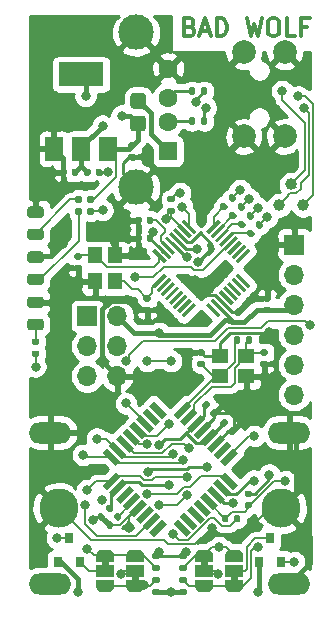
<source format=gbr>
%TF.GenerationSoftware,KiCad,Pcbnew,(5.1.9-16-g1737927814)-1*%
%TF.CreationDate,2021-08-21T21:41:48-05:00*%
%TF.ProjectId,adbuino,61646275-696e-46f2-9e6b-696361645f70,rev?*%
%TF.SameCoordinates,Original*%
%TF.FileFunction,Copper,L1,Top*%
%TF.FilePolarity,Positive*%
%FSLAX46Y46*%
G04 Gerber Fmt 4.6, Leading zero omitted, Abs format (unit mm)*
G04 Created by KiCad (PCBNEW (5.1.9-16-g1737927814)-1) date 2021-08-21 21:41:48*
%MOMM*%
%LPD*%
G01*
G04 APERTURE LIST*
%TA.AperFunction,NonConductor*%
%ADD10C,0.300000*%
%TD*%
%TA.AperFunction,EtchedComponent*%
%ADD11C,0.100000*%
%TD*%
%TA.AperFunction,ComponentPad*%
%ADD12C,2.000000*%
%TD*%
%TA.AperFunction,SMDPad,CuDef*%
%ADD13C,0.100000*%
%TD*%
%TA.AperFunction,ComponentPad*%
%ADD14C,1.000000*%
%TD*%
%TA.AperFunction,SMDPad,CuDef*%
%ADD15R,1.500000X1.000000*%
%TD*%
%TA.AperFunction,ComponentPad*%
%ADD16O,1.700000X1.700000*%
%TD*%
%TA.AperFunction,ComponentPad*%
%ADD17R,1.700000X1.700000*%
%TD*%
%TA.AperFunction,SMDPad,CuDef*%
%ADD18R,0.800000X0.900000*%
%TD*%
%TA.AperFunction,SMDPad,CuDef*%
%ADD19R,1.200000X1.400000*%
%TD*%
%TA.AperFunction,ComponentPad*%
%ADD20O,3.600000X1.800000*%
%TD*%
%TA.AperFunction,ComponentPad*%
%ADD21C,3.316000*%
%TD*%
%TA.AperFunction,SMDPad,CuDef*%
%ADD22R,1.400000X1.200000*%
%TD*%
%TA.AperFunction,SMDPad,CuDef*%
%ADD23R,1.500000X2.000000*%
%TD*%
%TA.AperFunction,SMDPad,CuDef*%
%ADD24R,3.800000X2.000000*%
%TD*%
%TA.AperFunction,ComponentPad*%
%ADD25C,1.600000*%
%TD*%
%TA.AperFunction,ComponentPad*%
%ADD26R,1.500000X1.600000*%
%TD*%
%TA.AperFunction,ComponentPad*%
%ADD27C,3.000000*%
%TD*%
%TA.AperFunction,ViaPad*%
%ADD28C,0.800000*%
%TD*%
%TA.AperFunction,Conductor*%
%ADD29C,0.250000*%
%TD*%
%TA.AperFunction,Conductor*%
%ADD30C,0.150000*%
%TD*%
%TA.AperFunction,Conductor*%
%ADD31C,0.400000*%
%TD*%
%TA.AperFunction,Conductor*%
%ADD32C,0.254000*%
%TD*%
%TA.AperFunction,Conductor*%
%ADD33C,0.100000*%
%TD*%
G04 APERTURE END LIST*
D10*
X39192000Y-26562857D02*
X39406285Y-26634285D01*
X39477714Y-26705714D01*
X39549142Y-26848571D01*
X39549142Y-27062857D01*
X39477714Y-27205714D01*
X39406285Y-27277142D01*
X39263428Y-27348571D01*
X38692000Y-27348571D01*
X38692000Y-25848571D01*
X39192000Y-25848571D01*
X39334857Y-25920000D01*
X39406285Y-25991428D01*
X39477714Y-26134285D01*
X39477714Y-26277142D01*
X39406285Y-26420000D01*
X39334857Y-26491428D01*
X39192000Y-26562857D01*
X38692000Y-26562857D01*
X40120571Y-26920000D02*
X40834857Y-26920000D01*
X39977714Y-27348571D02*
X40477714Y-25848571D01*
X40977714Y-27348571D01*
X41477714Y-27348571D02*
X41477714Y-25848571D01*
X41834857Y-25848571D01*
X42049142Y-25920000D01*
X42192000Y-26062857D01*
X42263428Y-26205714D01*
X42334857Y-26491428D01*
X42334857Y-26705714D01*
X42263428Y-26991428D01*
X42192000Y-27134285D01*
X42049142Y-27277142D01*
X41834857Y-27348571D01*
X41477714Y-27348571D01*
X43977714Y-25848571D02*
X44334857Y-27348571D01*
X44620571Y-26277142D01*
X44906285Y-27348571D01*
X45263428Y-25848571D01*
X46120571Y-25848571D02*
X46406285Y-25848571D01*
X46549142Y-25920000D01*
X46692000Y-26062857D01*
X46763428Y-26348571D01*
X46763428Y-26848571D01*
X46692000Y-27134285D01*
X46549142Y-27277142D01*
X46406285Y-27348571D01*
X46120571Y-27348571D01*
X45977714Y-27277142D01*
X45834857Y-27134285D01*
X45763428Y-26848571D01*
X45763428Y-26348571D01*
X45834857Y-26062857D01*
X45977714Y-25920000D01*
X46120571Y-25848571D01*
X48120571Y-27348571D02*
X47406285Y-27348571D01*
X47406285Y-25848571D01*
X49120571Y-26562857D02*
X48620571Y-26562857D01*
X48620571Y-27348571D02*
X48620571Y-25848571D01*
X49334857Y-25848571D01*
D11*
%TO.C,JP4*%
G36*
X34244000Y-73514000D02*
G01*
X34244000Y-73014000D01*
X34844000Y-73014000D01*
X34844000Y-73514000D01*
X34244000Y-73514000D01*
G37*
%TO.C,JP3*%
G36*
X32304000Y-71714000D02*
G01*
X32304000Y-72214000D01*
X31704000Y-72214000D01*
X31704000Y-71714000D01*
X32304000Y-71714000D01*
G37*
%TO.C,JP2*%
G36*
X42626000Y-73514000D02*
G01*
X42626000Y-73014000D01*
X43226000Y-73014000D01*
X43226000Y-73514000D01*
X42626000Y-73514000D01*
G37*
%TO.C,JP1*%
G36*
X40686000Y-71714000D02*
G01*
X40686000Y-72214000D01*
X40086000Y-72214000D01*
X40086000Y-71714000D01*
X40686000Y-71714000D01*
G37*
%TD*%
D12*
%TO.P,J2,MH4*%
%TO.N,GND*%
X43743000Y-28683000D03*
%TO.P,J2,MH3*%
X43743000Y-35833000D03*
%TO.P,J2,MH2*%
X47193000Y-35833000D03*
%TO.P,J2,MH1*%
X47193000Y-28683000D03*
%TD*%
%TA.AperFunction,SMDPad,CuDef*%
D13*
%TO.P,IC1,32*%
%TO.N,N/C*%
G36*
X39707382Y-50111624D02*
G01*
X38664400Y-51154606D01*
X38452268Y-50942474D01*
X39495250Y-49899492D01*
X39707382Y-50111624D01*
G37*
%TD.AperFunction*%
%TA.AperFunction,SMDPad,CuDef*%
%TO.P,IC1,31*%
G36*
X39353829Y-49758070D02*
G01*
X38310847Y-50801052D01*
X38098715Y-50588920D01*
X39141697Y-49545938D01*
X39353829Y-49758070D01*
G37*
%TD.AperFunction*%
%TA.AperFunction,SMDPad,CuDef*%
%TO.P,IC1,30*%
G36*
X39000275Y-49404517D02*
G01*
X37957293Y-50447499D01*
X37745161Y-50235367D01*
X38788143Y-49192385D01*
X39000275Y-49404517D01*
G37*
%TD.AperFunction*%
%TA.AperFunction,SMDPad,CuDef*%
%TO.P,IC1,29*%
G36*
X38646722Y-49050963D02*
G01*
X37603740Y-50093945D01*
X37391608Y-49881813D01*
X38434590Y-48838831D01*
X38646722Y-49050963D01*
G37*
%TD.AperFunction*%
%TA.AperFunction,SMDPad,CuDef*%
%TO.P,IC1,28*%
G36*
X38293169Y-48697410D02*
G01*
X37250187Y-49740392D01*
X37038055Y-49528260D01*
X38081037Y-48485278D01*
X38293169Y-48697410D01*
G37*
%TD.AperFunction*%
%TA.AperFunction,SMDPad,CuDef*%
%TO.P,IC1,27*%
G36*
X37939615Y-48343857D02*
G01*
X36896633Y-49386839D01*
X36684501Y-49174707D01*
X37727483Y-48131725D01*
X37939615Y-48343857D01*
G37*
%TD.AperFunction*%
%TA.AperFunction,SMDPad,CuDef*%
%TO.P,IC1,26*%
G36*
X37586062Y-47990303D02*
G01*
X36543080Y-49033285D01*
X36330948Y-48821153D01*
X37373930Y-47778171D01*
X37586062Y-47990303D01*
G37*
%TD.AperFunction*%
%TA.AperFunction,SMDPad,CuDef*%
%TO.P,IC1,25*%
%TO.N,Net-(C10-Pad1)*%
G36*
X37232508Y-47636750D02*
G01*
X36189526Y-48679732D01*
X35977394Y-48467600D01*
X37020376Y-47424618D01*
X37232508Y-47636750D01*
G37*
%TD.AperFunction*%
%TA.AperFunction,SMDPad,CuDef*%
%TO.P,IC1,24*%
%TO.N,Net-(C11-Pad1)*%
G36*
X36189526Y-45320268D02*
G01*
X37232508Y-46363250D01*
X37020376Y-46575382D01*
X35977394Y-45532400D01*
X36189526Y-45320268D01*
G37*
%TD.AperFunction*%
%TA.AperFunction,SMDPad,CuDef*%
%TO.P,IC1,23*%
%TO.N,+3V3*%
G36*
X36543080Y-44966715D02*
G01*
X37586062Y-46009697D01*
X37373930Y-46221829D01*
X36330948Y-45178847D01*
X36543080Y-44966715D01*
G37*
%TD.AperFunction*%
%TA.AperFunction,SMDPad,CuDef*%
%TO.P,IC1,22*%
%TO.N,Net-(C12-Pad1)*%
G36*
X36896633Y-44613161D02*
G01*
X37939615Y-45656143D01*
X37727483Y-45868275D01*
X36684501Y-44825293D01*
X36896633Y-44613161D01*
G37*
%TD.AperFunction*%
%TA.AperFunction,SMDPad,CuDef*%
%TO.P,IC1,21*%
%TO.N,Host_USB_D+*%
G36*
X37250187Y-44259608D02*
G01*
X38293169Y-45302590D01*
X38081037Y-45514722D01*
X37038055Y-44471740D01*
X37250187Y-44259608D01*
G37*
%TD.AperFunction*%
%TA.AperFunction,SMDPad,CuDef*%
%TO.P,IC1,20*%
%TO.N,Host_USB_D-*%
G36*
X37603740Y-43906055D02*
G01*
X38646722Y-44949037D01*
X38434590Y-45161169D01*
X37391608Y-44118187D01*
X37603740Y-43906055D01*
G37*
%TD.AperFunction*%
%TA.AperFunction,SMDPad,CuDef*%
%TO.P,IC1,19*%
%TO.N,GND*%
G36*
X37957293Y-43552501D02*
G01*
X39000275Y-44595483D01*
X38788143Y-44807615D01*
X37745161Y-43764633D01*
X37957293Y-43552501D01*
G37*
%TD.AperFunction*%
%TA.AperFunction,SMDPad,CuDef*%
%TO.P,IC1,18*%
%TO.N,MAX3421_INT*%
G36*
X38310847Y-43198948D02*
G01*
X39353829Y-44241930D01*
X39141697Y-44454062D01*
X38098715Y-43411080D01*
X38310847Y-43198948D01*
G37*
%TD.AperFunction*%
%TA.AperFunction,SMDPad,CuDef*%
%TO.P,IC1,17*%
%TO.N,MAX3421_GPX*%
G36*
X38664400Y-42845394D02*
G01*
X39707382Y-43888376D01*
X39495250Y-44100508D01*
X38452268Y-43057526D01*
X38664400Y-42845394D01*
G37*
%TD.AperFunction*%
%TA.AperFunction,SMDPad,CuDef*%
%TO.P,IC1,16*%
%TO.N,MAX3421_SPI_MOSI*%
G36*
X41811732Y-43057526D02*
G01*
X40768750Y-44100508D01*
X40556618Y-43888376D01*
X41599600Y-42845394D01*
X41811732Y-43057526D01*
G37*
%TD.AperFunction*%
%TA.AperFunction,SMDPad,CuDef*%
%TO.P,IC1,15*%
%TO.N,MAX3421_SPI_MISO*%
G36*
X42165285Y-43411080D02*
G01*
X41122303Y-44454062D01*
X40910171Y-44241930D01*
X41953153Y-43198948D01*
X42165285Y-43411080D01*
G37*
%TD.AperFunction*%
%TA.AperFunction,SMDPad,CuDef*%
%TO.P,IC1,14*%
%TO.N,MAX3421_SS*%
G36*
X42518839Y-43764633D02*
G01*
X41475857Y-44807615D01*
X41263725Y-44595483D01*
X42306707Y-43552501D01*
X42518839Y-43764633D01*
G37*
%TD.AperFunction*%
%TA.AperFunction,SMDPad,CuDef*%
%TO.P,IC1,13*%
%TO.N,MAX3421_SPI_SCLK*%
G36*
X42872392Y-44118187D02*
G01*
X41829410Y-45161169D01*
X41617278Y-44949037D01*
X42660260Y-43906055D01*
X42872392Y-44118187D01*
G37*
%TD.AperFunction*%
%TA.AperFunction,SMDPad,CuDef*%
%TO.P,IC1,12*%
%TO.N,MAX3421_RESET*%
G36*
X43225945Y-44471740D02*
G01*
X42182963Y-45514722D01*
X41970831Y-45302590D01*
X43013813Y-44259608D01*
X43225945Y-44471740D01*
G37*
%TD.AperFunction*%
%TA.AperFunction,SMDPad,CuDef*%
%TO.P,IC1,11*%
%TO.N,N/C*%
G36*
X43579499Y-44825293D02*
G01*
X42536517Y-45868275D01*
X42324385Y-45656143D01*
X43367367Y-44613161D01*
X43579499Y-44825293D01*
G37*
%TD.AperFunction*%
%TA.AperFunction,SMDPad,CuDef*%
%TO.P,IC1,10*%
G36*
X43933052Y-45178847D02*
G01*
X42890070Y-46221829D01*
X42677938Y-46009697D01*
X43720920Y-44966715D01*
X43933052Y-45178847D01*
G37*
%TD.AperFunction*%
%TA.AperFunction,SMDPad,CuDef*%
%TO.P,IC1,9*%
G36*
X44286606Y-45532400D02*
G01*
X43243624Y-46575382D01*
X43031492Y-46363250D01*
X44074474Y-45320268D01*
X44286606Y-45532400D01*
G37*
%TD.AperFunction*%
%TA.AperFunction,SMDPad,CuDef*%
%TO.P,IC1,8*%
G36*
X43243624Y-47424618D02*
G01*
X44286606Y-48467600D01*
X44074474Y-48679732D01*
X43031492Y-47636750D01*
X43243624Y-47424618D01*
G37*
%TD.AperFunction*%
%TA.AperFunction,SMDPad,CuDef*%
%TO.P,IC1,7*%
G36*
X42890070Y-47778171D02*
G01*
X43933052Y-48821153D01*
X43720920Y-49033285D01*
X42677938Y-47990303D01*
X42890070Y-47778171D01*
G37*
%TD.AperFunction*%
%TA.AperFunction,SMDPad,CuDef*%
%TO.P,IC1,6*%
G36*
X42536517Y-48131725D02*
G01*
X43579499Y-49174707D01*
X43367367Y-49386839D01*
X42324385Y-48343857D01*
X42536517Y-48131725D01*
G37*
%TD.AperFunction*%
%TA.AperFunction,SMDPad,CuDef*%
%TO.P,IC1,5*%
G36*
X42182963Y-48485278D02*
G01*
X43225945Y-49528260D01*
X43013813Y-49740392D01*
X41970831Y-48697410D01*
X42182963Y-48485278D01*
G37*
%TD.AperFunction*%
%TA.AperFunction,SMDPad,CuDef*%
%TO.P,IC1,4*%
G36*
X41829410Y-48838831D02*
G01*
X42872392Y-49881813D01*
X42660260Y-50093945D01*
X41617278Y-49050963D01*
X41829410Y-48838831D01*
G37*
%TD.AperFunction*%
%TA.AperFunction,SMDPad,CuDef*%
%TO.P,IC1,3*%
%TO.N,GND*%
G36*
X41475857Y-49192385D02*
G01*
X42518839Y-50235367D01*
X42306707Y-50447499D01*
X41263725Y-49404517D01*
X41475857Y-49192385D01*
G37*
%TD.AperFunction*%
%TA.AperFunction,SMDPad,CuDef*%
%TO.P,IC1,2*%
%TO.N,+3V3*%
G36*
X41122303Y-49545938D02*
G01*
X42165285Y-50588920D01*
X41953153Y-50801052D01*
X40910171Y-49758070D01*
X41122303Y-49545938D01*
G37*
%TD.AperFunction*%
%TA.AperFunction,SMDPad,CuDef*%
%TO.P,IC1,1*%
%TO.N,N/C*%
G36*
X40768750Y-49899492D02*
G01*
X41811732Y-50942474D01*
X41599600Y-51154606D01*
X40556618Y-50111624D01*
X40768750Y-49899492D01*
G37*
%TD.AperFunction*%
%TD*%
D14*
%TO.P,TP3,1*%
%TO.N,Net-(J2-Pad4)*%
X46736000Y-41656000D03*
%TD*%
%TO.P,TP2,1*%
%TO.N,Net-(J2-Pad3)*%
X48768000Y-41656000D03*
%TD*%
%TO.P,TP1,1*%
%TO.N,Net-(J2-Pad2)*%
X47752000Y-39878000D03*
%TD*%
%TA.AperFunction,SMDPad,CuDef*%
D13*
%TO.P,JP4,1*%
%TO.N,ADB_PWR_ON_LV*%
G36*
X35294000Y-73364000D02*
G01*
X35294000Y-73914000D01*
X35293398Y-73914000D01*
X35293398Y-73938534D01*
X35288588Y-73987365D01*
X35279016Y-74035490D01*
X35264772Y-74082445D01*
X35245995Y-74127778D01*
X35222864Y-74171051D01*
X35195604Y-74211850D01*
X35164476Y-74249779D01*
X35129779Y-74284476D01*
X35091850Y-74315604D01*
X35051051Y-74342864D01*
X35007778Y-74365995D01*
X34962445Y-74384772D01*
X34915490Y-74399016D01*
X34867365Y-74408588D01*
X34818534Y-74413398D01*
X34794000Y-74413398D01*
X34794000Y-74414000D01*
X34294000Y-74414000D01*
X34294000Y-74413398D01*
X34269466Y-74413398D01*
X34220635Y-74408588D01*
X34172510Y-74399016D01*
X34125555Y-74384772D01*
X34080222Y-74365995D01*
X34036949Y-74342864D01*
X33996150Y-74315604D01*
X33958221Y-74284476D01*
X33923524Y-74249779D01*
X33892396Y-74211850D01*
X33865136Y-74171051D01*
X33842005Y-74127778D01*
X33823228Y-74082445D01*
X33808984Y-74035490D01*
X33799412Y-73987365D01*
X33794602Y-73938534D01*
X33794602Y-73914000D01*
X33794000Y-73914000D01*
X33794000Y-73364000D01*
X35294000Y-73364000D01*
G37*
%TD.AperFunction*%
D15*
%TO.P,JP4,2*%
%TO.N,Net-(JP4-Pad2)*%
X34544000Y-72614000D03*
%TA.AperFunction,SMDPad,CuDef*%
D13*
%TO.P,JP4,3*%
%TO.N,ADB_1_PWR_ON*%
G36*
X33794602Y-71314000D02*
G01*
X33794602Y-71289466D01*
X33799412Y-71240635D01*
X33808984Y-71192510D01*
X33823228Y-71145555D01*
X33842005Y-71100222D01*
X33865136Y-71056949D01*
X33892396Y-71016150D01*
X33923524Y-70978221D01*
X33958221Y-70943524D01*
X33996150Y-70912396D01*
X34036949Y-70885136D01*
X34080222Y-70862005D01*
X34125555Y-70843228D01*
X34172510Y-70828984D01*
X34220635Y-70819412D01*
X34269466Y-70814602D01*
X34294000Y-70814602D01*
X34294000Y-70814000D01*
X34794000Y-70814000D01*
X34794000Y-70814602D01*
X34818534Y-70814602D01*
X34867365Y-70819412D01*
X34915490Y-70828984D01*
X34962445Y-70843228D01*
X35007778Y-70862005D01*
X35051051Y-70885136D01*
X35091850Y-70912396D01*
X35129779Y-70943524D01*
X35164476Y-70978221D01*
X35195604Y-71016150D01*
X35222864Y-71056949D01*
X35245995Y-71100222D01*
X35264772Y-71145555D01*
X35279016Y-71192510D01*
X35288588Y-71240635D01*
X35293398Y-71289466D01*
X35293398Y-71314000D01*
X35294000Y-71314000D01*
X35294000Y-71864000D01*
X33794000Y-71864000D01*
X33794000Y-71314000D01*
X33794602Y-71314000D01*
G37*
%TD.AperFunction*%
%TD*%
%TA.AperFunction,SMDPad,CuDef*%
%TO.P,JP3,1*%
%TO.N,ADB_1_PWR_ON*%
G36*
X31254000Y-71864000D02*
G01*
X31254000Y-71314000D01*
X31254602Y-71314000D01*
X31254602Y-71289466D01*
X31259412Y-71240635D01*
X31268984Y-71192510D01*
X31283228Y-71145555D01*
X31302005Y-71100222D01*
X31325136Y-71056949D01*
X31352396Y-71016150D01*
X31383524Y-70978221D01*
X31418221Y-70943524D01*
X31456150Y-70912396D01*
X31496949Y-70885136D01*
X31540222Y-70862005D01*
X31585555Y-70843228D01*
X31632510Y-70828984D01*
X31680635Y-70819412D01*
X31729466Y-70814602D01*
X31754000Y-70814602D01*
X31754000Y-70814000D01*
X32254000Y-70814000D01*
X32254000Y-70814602D01*
X32278534Y-70814602D01*
X32327365Y-70819412D01*
X32375490Y-70828984D01*
X32422445Y-70843228D01*
X32467778Y-70862005D01*
X32511051Y-70885136D01*
X32551850Y-70912396D01*
X32589779Y-70943524D01*
X32624476Y-70978221D01*
X32655604Y-71016150D01*
X32682864Y-71056949D01*
X32705995Y-71100222D01*
X32724772Y-71145555D01*
X32739016Y-71192510D01*
X32748588Y-71240635D01*
X32753398Y-71289466D01*
X32753398Y-71314000D01*
X32754000Y-71314000D01*
X32754000Y-71864000D01*
X31254000Y-71864000D01*
G37*
%TD.AperFunction*%
D15*
%TO.P,JP3,2*%
%TO.N,Net-(JP3-Pad2)*%
X32004000Y-72614000D03*
%TA.AperFunction,SMDPad,CuDef*%
D13*
%TO.P,JP3,3*%
%TO.N,ADB_PWR_ON_LV*%
G36*
X32753398Y-73914000D02*
G01*
X32753398Y-73938534D01*
X32748588Y-73987365D01*
X32739016Y-74035490D01*
X32724772Y-74082445D01*
X32705995Y-74127778D01*
X32682864Y-74171051D01*
X32655604Y-74211850D01*
X32624476Y-74249779D01*
X32589779Y-74284476D01*
X32551850Y-74315604D01*
X32511051Y-74342864D01*
X32467778Y-74365995D01*
X32422445Y-74384772D01*
X32375490Y-74399016D01*
X32327365Y-74408588D01*
X32278534Y-74413398D01*
X32254000Y-74413398D01*
X32254000Y-74414000D01*
X31754000Y-74414000D01*
X31754000Y-74413398D01*
X31729466Y-74413398D01*
X31680635Y-74408588D01*
X31632510Y-74399016D01*
X31585555Y-74384772D01*
X31540222Y-74365995D01*
X31496949Y-74342864D01*
X31456150Y-74315604D01*
X31418221Y-74284476D01*
X31383524Y-74249779D01*
X31352396Y-74211850D01*
X31325136Y-74171051D01*
X31302005Y-74127778D01*
X31283228Y-74082445D01*
X31268984Y-74035490D01*
X31259412Y-73987365D01*
X31254602Y-73938534D01*
X31254602Y-73914000D01*
X31254000Y-73914000D01*
X31254000Y-73364000D01*
X32754000Y-73364000D01*
X32754000Y-73914000D01*
X32753398Y-73914000D01*
G37*
%TD.AperFunction*%
%TD*%
%TA.AperFunction,SMDPad,CuDef*%
%TO.P,JP2,1*%
%TO.N,ADB_DATA_LV*%
G36*
X43676000Y-73364000D02*
G01*
X43676000Y-73914000D01*
X43675398Y-73914000D01*
X43675398Y-73938534D01*
X43670588Y-73987365D01*
X43661016Y-74035490D01*
X43646772Y-74082445D01*
X43627995Y-74127778D01*
X43604864Y-74171051D01*
X43577604Y-74211850D01*
X43546476Y-74249779D01*
X43511779Y-74284476D01*
X43473850Y-74315604D01*
X43433051Y-74342864D01*
X43389778Y-74365995D01*
X43344445Y-74384772D01*
X43297490Y-74399016D01*
X43249365Y-74408588D01*
X43200534Y-74413398D01*
X43176000Y-74413398D01*
X43176000Y-74414000D01*
X42676000Y-74414000D01*
X42676000Y-74413398D01*
X42651466Y-74413398D01*
X42602635Y-74408588D01*
X42554510Y-74399016D01*
X42507555Y-74384772D01*
X42462222Y-74365995D01*
X42418949Y-74342864D01*
X42378150Y-74315604D01*
X42340221Y-74284476D01*
X42305524Y-74249779D01*
X42274396Y-74211850D01*
X42247136Y-74171051D01*
X42224005Y-74127778D01*
X42205228Y-74082445D01*
X42190984Y-74035490D01*
X42181412Y-73987365D01*
X42176602Y-73938534D01*
X42176602Y-73914000D01*
X42176000Y-73914000D01*
X42176000Y-73364000D01*
X43676000Y-73364000D01*
G37*
%TD.AperFunction*%
D15*
%TO.P,JP2,2*%
%TO.N,Net-(JP2-Pad2)*%
X42926000Y-72614000D03*
%TA.AperFunction,SMDPad,CuDef*%
D13*
%TO.P,JP2,3*%
%TO.N,ADB_1_DATA*%
G36*
X42176602Y-71314000D02*
G01*
X42176602Y-71289466D01*
X42181412Y-71240635D01*
X42190984Y-71192510D01*
X42205228Y-71145555D01*
X42224005Y-71100222D01*
X42247136Y-71056949D01*
X42274396Y-71016150D01*
X42305524Y-70978221D01*
X42340221Y-70943524D01*
X42378150Y-70912396D01*
X42418949Y-70885136D01*
X42462222Y-70862005D01*
X42507555Y-70843228D01*
X42554510Y-70828984D01*
X42602635Y-70819412D01*
X42651466Y-70814602D01*
X42676000Y-70814602D01*
X42676000Y-70814000D01*
X43176000Y-70814000D01*
X43176000Y-70814602D01*
X43200534Y-70814602D01*
X43249365Y-70819412D01*
X43297490Y-70828984D01*
X43344445Y-70843228D01*
X43389778Y-70862005D01*
X43433051Y-70885136D01*
X43473850Y-70912396D01*
X43511779Y-70943524D01*
X43546476Y-70978221D01*
X43577604Y-71016150D01*
X43604864Y-71056949D01*
X43627995Y-71100222D01*
X43646772Y-71145555D01*
X43661016Y-71192510D01*
X43670588Y-71240635D01*
X43675398Y-71289466D01*
X43675398Y-71314000D01*
X43676000Y-71314000D01*
X43676000Y-71864000D01*
X42176000Y-71864000D01*
X42176000Y-71314000D01*
X42176602Y-71314000D01*
G37*
%TD.AperFunction*%
%TD*%
%TA.AperFunction,SMDPad,CuDef*%
%TO.P,JP1,1*%
%TO.N,ADB_1_DATA*%
G36*
X39636000Y-71864000D02*
G01*
X39636000Y-71314000D01*
X39636602Y-71314000D01*
X39636602Y-71289466D01*
X39641412Y-71240635D01*
X39650984Y-71192510D01*
X39665228Y-71145555D01*
X39684005Y-71100222D01*
X39707136Y-71056949D01*
X39734396Y-71016150D01*
X39765524Y-70978221D01*
X39800221Y-70943524D01*
X39838150Y-70912396D01*
X39878949Y-70885136D01*
X39922222Y-70862005D01*
X39967555Y-70843228D01*
X40014510Y-70828984D01*
X40062635Y-70819412D01*
X40111466Y-70814602D01*
X40136000Y-70814602D01*
X40136000Y-70814000D01*
X40636000Y-70814000D01*
X40636000Y-70814602D01*
X40660534Y-70814602D01*
X40709365Y-70819412D01*
X40757490Y-70828984D01*
X40804445Y-70843228D01*
X40849778Y-70862005D01*
X40893051Y-70885136D01*
X40933850Y-70912396D01*
X40971779Y-70943524D01*
X41006476Y-70978221D01*
X41037604Y-71016150D01*
X41064864Y-71056949D01*
X41087995Y-71100222D01*
X41106772Y-71145555D01*
X41121016Y-71192510D01*
X41130588Y-71240635D01*
X41135398Y-71289466D01*
X41135398Y-71314000D01*
X41136000Y-71314000D01*
X41136000Y-71864000D01*
X39636000Y-71864000D01*
G37*
%TD.AperFunction*%
D15*
%TO.P,JP1,2*%
%TO.N,Net-(JP1-Pad2)*%
X40386000Y-72614000D03*
%TA.AperFunction,SMDPad,CuDef*%
D13*
%TO.P,JP1,3*%
%TO.N,ADB_DATA_LV*%
G36*
X41135398Y-73914000D02*
G01*
X41135398Y-73938534D01*
X41130588Y-73987365D01*
X41121016Y-74035490D01*
X41106772Y-74082445D01*
X41087995Y-74127778D01*
X41064864Y-74171051D01*
X41037604Y-74211850D01*
X41006476Y-74249779D01*
X40971779Y-74284476D01*
X40933850Y-74315604D01*
X40893051Y-74342864D01*
X40849778Y-74365995D01*
X40804445Y-74384772D01*
X40757490Y-74399016D01*
X40709365Y-74408588D01*
X40660534Y-74413398D01*
X40636000Y-74413398D01*
X40636000Y-74414000D01*
X40136000Y-74414000D01*
X40136000Y-74413398D01*
X40111466Y-74413398D01*
X40062635Y-74408588D01*
X40014510Y-74399016D01*
X39967555Y-74384772D01*
X39922222Y-74365995D01*
X39878949Y-74342864D01*
X39838150Y-74315604D01*
X39800221Y-74284476D01*
X39765524Y-74249779D01*
X39734396Y-74211850D01*
X39707136Y-74171051D01*
X39684005Y-74127778D01*
X39665228Y-74082445D01*
X39650984Y-74035490D01*
X39641412Y-73987365D01*
X39636602Y-73938534D01*
X39636602Y-73914000D01*
X39636000Y-73914000D01*
X39636000Y-73364000D01*
X41136000Y-73364000D01*
X41136000Y-73914000D01*
X41135398Y-73914000D01*
G37*
%TD.AperFunction*%
%TD*%
D16*
%TO.P,J6,6*%
%TO.N,GND*%
X33020000Y-56134000D03*
%TO.P,J6,5*%
%TO.N,/RESET*%
X30480000Y-56134000D03*
%TO.P,J6,4*%
%TO.N,ATMEGA_SPI_MOSI*%
X33020000Y-53594000D03*
%TO.P,J6,3*%
%TO.N,ATMEGA_SPI_SCLK*%
X30480000Y-53594000D03*
%TO.P,J6,2*%
%TO.N,+3V3*%
X33020000Y-51054000D03*
D17*
%TO.P,J6,1*%
%TO.N,ATMEGA_SPI_MISO*%
X30480000Y-51054000D03*
%TD*%
%TO.P,R16,2*%
%TO.N,ATMEGA_SPI_SCLK*%
%TA.AperFunction,SMDPad,CuDef*%
G36*
G01*
X45004520Y-43649109D02*
X44742891Y-43387480D01*
G75*
G02*
X44742891Y-43196562I95459J95459D01*
G01*
X44933810Y-43005643D01*
G75*
G02*
X45124728Y-43005643I95459J-95459D01*
G01*
X45386357Y-43267272D01*
G75*
G02*
X45386357Y-43458190I-95459J-95459D01*
G01*
X45195438Y-43649109D01*
G75*
G02*
X45004520Y-43649109I-95459J95459D01*
G01*
G37*
%TD.AperFunction*%
%TO.P,R16,1*%
%TO.N,MAX3421_SPI_SCLK*%
%TA.AperFunction,SMDPad,CuDef*%
G36*
G01*
X44283272Y-44370357D02*
X44021643Y-44108728D01*
G75*
G02*
X44021643Y-43917810I95459J95459D01*
G01*
X44212562Y-43726891D01*
G75*
G02*
X44403480Y-43726891I95459J-95459D01*
G01*
X44665109Y-43988520D01*
G75*
G02*
X44665109Y-44179438I-95459J-95459D01*
G01*
X44474190Y-44370357D01*
G75*
G02*
X44283272Y-44370357I-95459J95459D01*
G01*
G37*
%TD.AperFunction*%
%TD*%
%TO.P,R14,2*%
%TO.N,ATMEGA_SPI_MOSI*%
%TA.AperFunction,SMDPad,CuDef*%
G36*
G01*
X42718520Y-41363109D02*
X42456891Y-41101480D01*
G75*
G02*
X42456891Y-40910562I95459J95459D01*
G01*
X42647810Y-40719643D01*
G75*
G02*
X42838728Y-40719643I95459J-95459D01*
G01*
X43100357Y-40981272D01*
G75*
G02*
X43100357Y-41172190I-95459J-95459D01*
G01*
X42909438Y-41363109D01*
G75*
G02*
X42718520Y-41363109I-95459J95459D01*
G01*
G37*
%TD.AperFunction*%
%TO.P,R14,1*%
%TO.N,MAX3421_SPI_MOSI*%
%TA.AperFunction,SMDPad,CuDef*%
G36*
G01*
X41997272Y-42084357D02*
X41735643Y-41822728D01*
G75*
G02*
X41735643Y-41631810I95459J95459D01*
G01*
X41926562Y-41440891D01*
G75*
G02*
X42117480Y-41440891I95459J-95459D01*
G01*
X42379109Y-41702520D01*
G75*
G02*
X42379109Y-41893438I-95459J-95459D01*
G01*
X42188190Y-42084357D01*
G75*
G02*
X41997272Y-42084357I-95459J95459D01*
G01*
G37*
%TD.AperFunction*%
%TD*%
%TO.P,R13,2*%
%TO.N,ATMEGA_SS*%
%TA.AperFunction,SMDPad,CuDef*%
G36*
G01*
X44242520Y-42887109D02*
X43980891Y-42625480D01*
G75*
G02*
X43980891Y-42434562I95459J95459D01*
G01*
X44171810Y-42243643D01*
G75*
G02*
X44362728Y-42243643I95459J-95459D01*
G01*
X44624357Y-42505272D01*
G75*
G02*
X44624357Y-42696190I-95459J-95459D01*
G01*
X44433438Y-42887109D01*
G75*
G02*
X44242520Y-42887109I-95459J95459D01*
G01*
G37*
%TD.AperFunction*%
%TO.P,R13,1*%
%TO.N,MAX3421_SS*%
%TA.AperFunction,SMDPad,CuDef*%
G36*
G01*
X43521272Y-43608357D02*
X43259643Y-43346728D01*
G75*
G02*
X43259643Y-43155810I95459J95459D01*
G01*
X43450562Y-42964891D01*
G75*
G02*
X43641480Y-42964891I95459J-95459D01*
G01*
X43903109Y-43226520D01*
G75*
G02*
X43903109Y-43417438I-95459J-95459D01*
G01*
X43712190Y-43608357D01*
G75*
G02*
X43521272Y-43608357I-95459J95459D01*
G01*
G37*
%TD.AperFunction*%
%TD*%
%TO.P,R15,2*%
%TO.N,ATMEGA_SPI_MISO*%
%TA.AperFunction,SMDPad,CuDef*%
G36*
G01*
X43480520Y-42125109D02*
X43218891Y-41863480D01*
G75*
G02*
X43218891Y-41672562I95459J95459D01*
G01*
X43409810Y-41481643D01*
G75*
G02*
X43600728Y-41481643I95459J-95459D01*
G01*
X43862357Y-41743272D01*
G75*
G02*
X43862357Y-41934190I-95459J-95459D01*
G01*
X43671438Y-42125109D01*
G75*
G02*
X43480520Y-42125109I-95459J95459D01*
G01*
G37*
%TD.AperFunction*%
%TO.P,R15,1*%
%TO.N,MAX3421_SPI_MISO*%
%TA.AperFunction,SMDPad,CuDef*%
G36*
G01*
X42759272Y-42846357D02*
X42497643Y-42584728D01*
G75*
G02*
X42497643Y-42393810I95459J95459D01*
G01*
X42688562Y-42202891D01*
G75*
G02*
X42879480Y-42202891I95459J-95459D01*
G01*
X43141109Y-42464520D01*
G75*
G02*
X43141109Y-42655438I-95459J-95459D01*
G01*
X42950190Y-42846357D01*
G75*
G02*
X42759272Y-42846357I-95459J95459D01*
G01*
G37*
%TD.AperFunction*%
%TD*%
D18*
%TO.P,Q1,3*%
%TO.N,Net-(JP2-Pad2)*%
X45974000Y-69866000D03*
%TO.P,Q1,2*%
%TO.N,Net-(JP1-Pad2)*%
X46924000Y-71866000D03*
%TO.P,Q1,1*%
%TO.N,+3V3*%
X45024000Y-71866000D03*
%TD*%
%TO.P,C12,2*%
%TO.N,GND*%
%TA.AperFunction,SMDPad,CuDef*%
G36*
G01*
X35106000Y-42756000D02*
X35106000Y-43096000D01*
G75*
G02*
X34966000Y-43236000I-140000J0D01*
G01*
X34686000Y-43236000D01*
G75*
G02*
X34546000Y-43096000I0J140000D01*
G01*
X34546000Y-42756000D01*
G75*
G02*
X34686000Y-42616000I140000J0D01*
G01*
X34966000Y-42616000D01*
G75*
G02*
X35106000Y-42756000I0J-140000D01*
G01*
G37*
%TD.AperFunction*%
%TO.P,C12,1*%
%TO.N,Net-(C12-Pad1)*%
%TA.AperFunction,SMDPad,CuDef*%
G36*
G01*
X36066000Y-42756000D02*
X36066000Y-43096000D01*
G75*
G02*
X35926000Y-43236000I-140000J0D01*
G01*
X35646000Y-43236000D01*
G75*
G02*
X35506000Y-43096000I0J140000D01*
G01*
X35506000Y-42756000D01*
G75*
G02*
X35646000Y-42616000I140000J0D01*
G01*
X35926000Y-42616000D01*
G75*
G02*
X36066000Y-42756000I0J-140000D01*
G01*
G37*
%TD.AperFunction*%
%TD*%
D19*
%TO.P,Y2,4*%
%TO.N,GND*%
X32854000Y-45900000D03*
%TO.P,Y2,3*%
%TO.N,Net-(C10-Pad1)*%
X32854000Y-48100000D03*
%TO.P,Y2,2*%
%TO.N,GND*%
X31154000Y-48100000D03*
%TO.P,Y2,1*%
%TO.N,Net-(C11-Pad1)*%
X31154000Y-45900000D03*
%TD*%
%TO.P,C13,2*%
%TO.N,GND*%
%TA.AperFunction,SMDPad,CuDef*%
G36*
G01*
X45890000Y-49838000D02*
X45550000Y-49838000D01*
G75*
G02*
X45410000Y-49698000I0J140000D01*
G01*
X45410000Y-49418000D01*
G75*
G02*
X45550000Y-49278000I140000J0D01*
G01*
X45890000Y-49278000D01*
G75*
G02*
X46030000Y-49418000I0J-140000D01*
G01*
X46030000Y-49698000D01*
G75*
G02*
X45890000Y-49838000I-140000J0D01*
G01*
G37*
%TD.AperFunction*%
%TO.P,C13,1*%
%TO.N,+3V3*%
%TA.AperFunction,SMDPad,CuDef*%
G36*
G01*
X45890000Y-50798000D02*
X45550000Y-50798000D01*
G75*
G02*
X45410000Y-50658000I0J140000D01*
G01*
X45410000Y-50378000D01*
G75*
G02*
X45550000Y-50238000I140000J0D01*
G01*
X45890000Y-50238000D01*
G75*
G02*
X46030000Y-50378000I0J-140000D01*
G01*
X46030000Y-50658000D01*
G75*
G02*
X45890000Y-50798000I-140000J0D01*
G01*
G37*
%TD.AperFunction*%
%TD*%
D20*
%TO.P,J5,S3*%
%TO.N,GND*%
X27356000Y-73710000D03*
%TO.P,J5,S2*%
X27356000Y-60910000D03*
D21*
%TO.P,J5,S1*%
X28056000Y-67310000D03*
%TD*%
D20*
%TO.P,J4,S3*%
%TO.N,GND*%
X47574000Y-60910000D03*
%TO.P,J4,S2*%
X47574000Y-73710000D03*
D21*
%TO.P,J4,S1*%
X46874000Y-67310000D03*
%TD*%
%TO.P,R12,2*%
%TO.N,Net-(D3-Pad2)*%
%TA.AperFunction,SMDPad,CuDef*%
G36*
G01*
X26296200Y-53491160D02*
X25926200Y-53491160D01*
G75*
G02*
X25791200Y-53356160I0J135000D01*
G01*
X25791200Y-53086160D01*
G75*
G02*
X25926200Y-52951160I135000J0D01*
G01*
X26296200Y-52951160D01*
G75*
G02*
X26431200Y-53086160I0J-135000D01*
G01*
X26431200Y-53356160D01*
G75*
G02*
X26296200Y-53491160I-135000J0D01*
G01*
G37*
%TD.AperFunction*%
%TO.P,R12,1*%
%TO.N,DEBUG_LED*%
%TA.AperFunction,SMDPad,CuDef*%
G36*
G01*
X26296200Y-54511160D02*
X25926200Y-54511160D01*
G75*
G02*
X25791200Y-54376160I0J135000D01*
G01*
X25791200Y-54106160D01*
G75*
G02*
X25926200Y-53971160I135000J0D01*
G01*
X26296200Y-53971160D01*
G75*
G02*
X26431200Y-54106160I0J-135000D01*
G01*
X26431200Y-54376160D01*
G75*
G02*
X26296200Y-54511160I-135000J0D01*
G01*
G37*
%TD.AperFunction*%
%TD*%
%TO.P,R11,2*%
%TO.N,ADB_1_PWR_ON*%
%TA.AperFunction,SMDPad,CuDef*%
G36*
G01*
X36137000Y-72122000D02*
X36507000Y-72122000D01*
G75*
G02*
X36642000Y-72257000I0J-135000D01*
G01*
X36642000Y-72527000D01*
G75*
G02*
X36507000Y-72662000I-135000J0D01*
G01*
X36137000Y-72662000D01*
G75*
G02*
X36002000Y-72527000I0J135000D01*
G01*
X36002000Y-72257000D01*
G75*
G02*
X36137000Y-72122000I135000J0D01*
G01*
G37*
%TD.AperFunction*%
%TO.P,R11,1*%
%TO.N,ADB_1_5v*%
%TA.AperFunction,SMDPad,CuDef*%
G36*
G01*
X36137000Y-71102000D02*
X36507000Y-71102000D01*
G75*
G02*
X36642000Y-71237000I0J-135000D01*
G01*
X36642000Y-71507000D01*
G75*
G02*
X36507000Y-71642000I-135000J0D01*
G01*
X36137000Y-71642000D01*
G75*
G02*
X36002000Y-71507000I0J135000D01*
G01*
X36002000Y-71237000D01*
G75*
G02*
X36137000Y-71102000I135000J0D01*
G01*
G37*
%TD.AperFunction*%
%TD*%
%TO.P,R10,2*%
%TO.N,ADB_PWR_ON_LV*%
%TA.AperFunction,SMDPad,CuDef*%
G36*
G01*
X36507000Y-73674000D02*
X36137000Y-73674000D01*
G75*
G02*
X36002000Y-73539000I0J135000D01*
G01*
X36002000Y-73269000D01*
G75*
G02*
X36137000Y-73134000I135000J0D01*
G01*
X36507000Y-73134000D01*
G75*
G02*
X36642000Y-73269000I0J-135000D01*
G01*
X36642000Y-73539000D01*
G75*
G02*
X36507000Y-73674000I-135000J0D01*
G01*
G37*
%TD.AperFunction*%
%TO.P,R10,1*%
%TO.N,+3V3*%
%TA.AperFunction,SMDPad,CuDef*%
G36*
G01*
X36507000Y-74694000D02*
X36137000Y-74694000D01*
G75*
G02*
X36002000Y-74559000I0J135000D01*
G01*
X36002000Y-74289000D01*
G75*
G02*
X36137000Y-74154000I135000J0D01*
G01*
X36507000Y-74154000D01*
G75*
G02*
X36642000Y-74289000I0J-135000D01*
G01*
X36642000Y-74559000D01*
G75*
G02*
X36507000Y-74694000I-135000J0D01*
G01*
G37*
%TD.AperFunction*%
%TD*%
%TO.P,R9,2*%
%TO.N,ADB_1_DATA*%
%TA.AperFunction,SMDPad,CuDef*%
G36*
G01*
X38423000Y-72122000D02*
X38793000Y-72122000D01*
G75*
G02*
X38928000Y-72257000I0J-135000D01*
G01*
X38928000Y-72527000D01*
G75*
G02*
X38793000Y-72662000I-135000J0D01*
G01*
X38423000Y-72662000D01*
G75*
G02*
X38288000Y-72527000I0J135000D01*
G01*
X38288000Y-72257000D01*
G75*
G02*
X38423000Y-72122000I135000J0D01*
G01*
G37*
%TD.AperFunction*%
%TO.P,R9,1*%
%TO.N,ADB_1_5v*%
%TA.AperFunction,SMDPad,CuDef*%
G36*
G01*
X38423000Y-71102000D02*
X38793000Y-71102000D01*
G75*
G02*
X38928000Y-71237000I0J-135000D01*
G01*
X38928000Y-71507000D01*
G75*
G02*
X38793000Y-71642000I-135000J0D01*
G01*
X38423000Y-71642000D01*
G75*
G02*
X38288000Y-71507000I0J135000D01*
G01*
X38288000Y-71237000D01*
G75*
G02*
X38423000Y-71102000I135000J0D01*
G01*
G37*
%TD.AperFunction*%
%TD*%
%TO.P,R8,2*%
%TO.N,ADB_DATA_LV*%
%TA.AperFunction,SMDPad,CuDef*%
G36*
G01*
X38793000Y-73674000D02*
X38423000Y-73674000D01*
G75*
G02*
X38288000Y-73539000I0J135000D01*
G01*
X38288000Y-73269000D01*
G75*
G02*
X38423000Y-73134000I135000J0D01*
G01*
X38793000Y-73134000D01*
G75*
G02*
X38928000Y-73269000I0J-135000D01*
G01*
X38928000Y-73539000D01*
G75*
G02*
X38793000Y-73674000I-135000J0D01*
G01*
G37*
%TD.AperFunction*%
%TO.P,R8,1*%
%TO.N,+3V3*%
%TA.AperFunction,SMDPad,CuDef*%
G36*
G01*
X38793000Y-74694000D02*
X38423000Y-74694000D01*
G75*
G02*
X38288000Y-74559000I0J135000D01*
G01*
X38288000Y-74289000D01*
G75*
G02*
X38423000Y-74154000I135000J0D01*
G01*
X38793000Y-74154000D01*
G75*
G02*
X38928000Y-74289000I0J-135000D01*
G01*
X38928000Y-74559000D01*
G75*
G02*
X38793000Y-74694000I-135000J0D01*
G01*
G37*
%TD.AperFunction*%
%TD*%
%TO.P,R7,2*%
%TO.N,Net-(J3-Pad3)*%
%TA.AperFunction,SMDPad,CuDef*%
G36*
G01*
X39638000Y-31819000D02*
X39638000Y-32189000D01*
G75*
G02*
X39503000Y-32324000I-135000J0D01*
G01*
X39233000Y-32324000D01*
G75*
G02*
X39098000Y-32189000I0J135000D01*
G01*
X39098000Y-31819000D01*
G75*
G02*
X39233000Y-31684000I135000J0D01*
G01*
X39503000Y-31684000D01*
G75*
G02*
X39638000Y-31819000I0J-135000D01*
G01*
G37*
%TD.AperFunction*%
%TO.P,R7,1*%
%TO.N,Host_USB_D+*%
%TA.AperFunction,SMDPad,CuDef*%
G36*
G01*
X40658000Y-31819000D02*
X40658000Y-32189000D01*
G75*
G02*
X40523000Y-32324000I-135000J0D01*
G01*
X40253000Y-32324000D01*
G75*
G02*
X40118000Y-32189000I0J135000D01*
G01*
X40118000Y-31819000D01*
G75*
G02*
X40253000Y-31684000I135000J0D01*
G01*
X40523000Y-31684000D01*
G75*
G02*
X40658000Y-31819000I0J-135000D01*
G01*
G37*
%TD.AperFunction*%
%TD*%
%TO.P,R6,2*%
%TO.N,Host_USB_D-*%
%TA.AperFunction,SMDPad,CuDef*%
G36*
G01*
X40116000Y-34729000D02*
X40116000Y-34359000D01*
G75*
G02*
X40251000Y-34224000I135000J0D01*
G01*
X40521000Y-34224000D01*
G75*
G02*
X40656000Y-34359000I0J-135000D01*
G01*
X40656000Y-34729000D01*
G75*
G02*
X40521000Y-34864000I-135000J0D01*
G01*
X40251000Y-34864000D01*
G75*
G02*
X40116000Y-34729000I0J135000D01*
G01*
G37*
%TD.AperFunction*%
%TO.P,R6,1*%
%TO.N,Net-(J3-Pad2)*%
%TA.AperFunction,SMDPad,CuDef*%
G36*
G01*
X39096000Y-34729000D02*
X39096000Y-34359000D01*
G75*
G02*
X39231000Y-34224000I135000J0D01*
G01*
X39501000Y-34224000D01*
G75*
G02*
X39636000Y-34359000I0J-135000D01*
G01*
X39636000Y-34729000D01*
G75*
G02*
X39501000Y-34864000I-135000J0D01*
G01*
X39231000Y-34864000D01*
G75*
G02*
X39096000Y-34729000I0J135000D01*
G01*
G37*
%TD.AperFunction*%
%TD*%
%TO.P,R5,2*%
%TO.N,Net-(D2-Pad2)*%
%TA.AperFunction,SMDPad,CuDef*%
G36*
G01*
X30024640Y-40983320D02*
X30024640Y-41353320D01*
G75*
G02*
X29889640Y-41488320I-135000J0D01*
G01*
X29619640Y-41488320D01*
G75*
G02*
X29484640Y-41353320I0J135000D01*
G01*
X29484640Y-40983320D01*
G75*
G02*
X29619640Y-40848320I135000J0D01*
G01*
X29889640Y-40848320D01*
G75*
G02*
X30024640Y-40983320I0J-135000D01*
G01*
G37*
%TD.AperFunction*%
%TO.P,R5,1*%
%TO.N,VBUS*%
%TA.AperFunction,SMDPad,CuDef*%
G36*
G01*
X31044640Y-40983320D02*
X31044640Y-41353320D01*
G75*
G02*
X30909640Y-41488320I-135000J0D01*
G01*
X30639640Y-41488320D01*
G75*
G02*
X30504640Y-41353320I0J135000D01*
G01*
X30504640Y-40983320D01*
G75*
G02*
X30639640Y-40848320I135000J0D01*
G01*
X30909640Y-40848320D01*
G75*
G02*
X31044640Y-40983320I0J-135000D01*
G01*
G37*
%TD.AperFunction*%
%TD*%
%TO.P,R4,2*%
%TO.N,Net-(D1-Pad2)*%
%TA.AperFunction,SMDPad,CuDef*%
G36*
G01*
X30019560Y-41994240D02*
X30019560Y-42364240D01*
G75*
G02*
X29884560Y-42499240I-135000J0D01*
G01*
X29614560Y-42499240D01*
G75*
G02*
X29479560Y-42364240I0J135000D01*
G01*
X29479560Y-41994240D01*
G75*
G02*
X29614560Y-41859240I135000J0D01*
G01*
X29884560Y-41859240D01*
G75*
G02*
X30019560Y-41994240I0J-135000D01*
G01*
G37*
%TD.AperFunction*%
%TO.P,R4,1*%
%TO.N,+3V3*%
%TA.AperFunction,SMDPad,CuDef*%
G36*
G01*
X31039560Y-41994240D02*
X31039560Y-42364240D01*
G75*
G02*
X30904560Y-42499240I-135000J0D01*
G01*
X30634560Y-42499240D01*
G75*
G02*
X30499560Y-42364240I0J135000D01*
G01*
X30499560Y-41994240D01*
G75*
G02*
X30634560Y-41859240I135000J0D01*
G01*
X30904560Y-41859240D01*
G75*
G02*
X31039560Y-41994240I0J-135000D01*
G01*
G37*
%TD.AperFunction*%
%TD*%
%TO.P,R3,2*%
%TO.N,MAX3421_INT*%
%TA.AperFunction,SMDPad,CuDef*%
G36*
G01*
X37407000Y-41896000D02*
X37777000Y-41896000D01*
G75*
G02*
X37912000Y-42031000I0J-135000D01*
G01*
X37912000Y-42301000D01*
G75*
G02*
X37777000Y-42436000I-135000J0D01*
G01*
X37407000Y-42436000D01*
G75*
G02*
X37272000Y-42301000I0J135000D01*
G01*
X37272000Y-42031000D01*
G75*
G02*
X37407000Y-41896000I135000J0D01*
G01*
G37*
%TD.AperFunction*%
%TO.P,R3,1*%
%TO.N,+3V3*%
%TA.AperFunction,SMDPad,CuDef*%
G36*
G01*
X37407000Y-40876000D02*
X37777000Y-40876000D01*
G75*
G02*
X37912000Y-41011000I0J-135000D01*
G01*
X37912000Y-41281000D01*
G75*
G02*
X37777000Y-41416000I-135000J0D01*
G01*
X37407000Y-41416000D01*
G75*
G02*
X37272000Y-41281000I0J135000D01*
G01*
X37272000Y-41011000D01*
G75*
G02*
X37407000Y-40876000I135000J0D01*
G01*
G37*
%TD.AperFunction*%
%TD*%
%TO.P,R2,2*%
%TO.N,/RESET*%
%TA.AperFunction,SMDPad,CuDef*%
G36*
G01*
X42434000Y-68014000D02*
X42434000Y-68384000D01*
G75*
G02*
X42299000Y-68519000I-135000J0D01*
G01*
X42029000Y-68519000D01*
G75*
G02*
X41894000Y-68384000I0J135000D01*
G01*
X41894000Y-68014000D01*
G75*
G02*
X42029000Y-67879000I135000J0D01*
G01*
X42299000Y-67879000D01*
G75*
G02*
X42434000Y-68014000I0J-135000D01*
G01*
G37*
%TD.AperFunction*%
%TO.P,R2,1*%
%TO.N,+3V3*%
%TA.AperFunction,SMDPad,CuDef*%
G36*
G01*
X43454000Y-68014000D02*
X43454000Y-68384000D01*
G75*
G02*
X43319000Y-68519000I-135000J0D01*
G01*
X43049000Y-68519000D01*
G75*
G02*
X42914000Y-68384000I0J135000D01*
G01*
X42914000Y-68014000D01*
G75*
G02*
X43049000Y-67879000I135000J0D01*
G01*
X43319000Y-67879000D01*
G75*
G02*
X43454000Y-68014000I0J-135000D01*
G01*
G37*
%TD.AperFunction*%
%TD*%
%TO.P,R1,2*%
%TO.N,Net-(C7-Pad1)*%
%TA.AperFunction,SMDPad,CuDef*%
G36*
G01*
X43446000Y-52901000D02*
X43446000Y-53271000D01*
G75*
G02*
X43311000Y-53406000I-135000J0D01*
G01*
X43041000Y-53406000D01*
G75*
G02*
X42906000Y-53271000I0J135000D01*
G01*
X42906000Y-52901000D01*
G75*
G02*
X43041000Y-52766000I135000J0D01*
G01*
X43311000Y-52766000D01*
G75*
G02*
X43446000Y-52901000I0J-135000D01*
G01*
G37*
%TD.AperFunction*%
%TO.P,R1,1*%
%TO.N,Net-(C6-Pad1)*%
%TA.AperFunction,SMDPad,CuDef*%
G36*
G01*
X44466000Y-52901000D02*
X44466000Y-53271000D01*
G75*
G02*
X44331000Y-53406000I-135000J0D01*
G01*
X44061000Y-53406000D01*
G75*
G02*
X43926000Y-53271000I0J135000D01*
G01*
X43926000Y-52901000D01*
G75*
G02*
X44061000Y-52766000I135000J0D01*
G01*
X44331000Y-52766000D01*
G75*
G02*
X44466000Y-52901000I0J-135000D01*
G01*
G37*
%TD.AperFunction*%
%TD*%
%TO.P,C16,2*%
%TO.N,GND*%
%TA.AperFunction,SMDPad,CuDef*%
G36*
G01*
X31773800Y-67703002D02*
X32014216Y-67943418D01*
G75*
G02*
X32014216Y-68141408I-98995J-98995D01*
G01*
X31816226Y-68339398D01*
G75*
G02*
X31618236Y-68339398I-98995J98995D01*
G01*
X31377820Y-68098982D01*
G75*
G02*
X31377820Y-67900992I98995J98995D01*
G01*
X31575810Y-67703002D01*
G75*
G02*
X31773800Y-67703002I98995J-98995D01*
G01*
G37*
%TD.AperFunction*%
%TO.P,C16,1*%
%TO.N,+3V3*%
%TA.AperFunction,SMDPad,CuDef*%
G36*
G01*
X32452622Y-67024180D02*
X32693038Y-67264596D01*
G75*
G02*
X32693038Y-67462586I-98995J-98995D01*
G01*
X32495048Y-67660576D01*
G75*
G02*
X32297058Y-67660576I-98995J98995D01*
G01*
X32056642Y-67420160D01*
G75*
G02*
X32056642Y-67222170I98995J98995D01*
G01*
X32254632Y-67024180D01*
G75*
G02*
X32452622Y-67024180I98995J-98995D01*
G01*
G37*
%TD.AperFunction*%
%TD*%
%TO.P,C15,2*%
%TO.N,GND*%
%TA.AperFunction,SMDPad,CuDef*%
G36*
G01*
X42439213Y-60713629D02*
X42679629Y-60473213D01*
G75*
G02*
X42877619Y-60473213I98995J-98995D01*
G01*
X43075609Y-60671203D01*
G75*
G02*
X43075609Y-60869193I-98995J-98995D01*
G01*
X42835193Y-61109609D01*
G75*
G02*
X42637203Y-61109609I-98995J98995D01*
G01*
X42439213Y-60911619D01*
G75*
G02*
X42439213Y-60713629I98995J98995D01*
G01*
G37*
%TD.AperFunction*%
%TO.P,C15,1*%
%TO.N,+3V3*%
%TA.AperFunction,SMDPad,CuDef*%
G36*
G01*
X41760391Y-60034807D02*
X42000807Y-59794391D01*
G75*
G02*
X42198797Y-59794391I98995J-98995D01*
G01*
X42396787Y-59992381D01*
G75*
G02*
X42396787Y-60190371I-98995J-98995D01*
G01*
X42156371Y-60430787D01*
G75*
G02*
X41958381Y-60430787I-98995J98995D01*
G01*
X41760391Y-60232797D01*
G75*
G02*
X41760391Y-60034807I98995J98995D01*
G01*
G37*
%TD.AperFunction*%
%TD*%
%TO.P,C14,2*%
%TO.N,GND*%
%TA.AperFunction,SMDPad,CuDef*%
G36*
G01*
X40915213Y-59189629D02*
X41155629Y-58949213D01*
G75*
G02*
X41353619Y-58949213I98995J-98995D01*
G01*
X41551609Y-59147203D01*
G75*
G02*
X41551609Y-59345193I-98995J-98995D01*
G01*
X41311193Y-59585609D01*
G75*
G02*
X41113203Y-59585609I-98995J98995D01*
G01*
X40915213Y-59387619D01*
G75*
G02*
X40915213Y-59189629I98995J98995D01*
G01*
G37*
%TD.AperFunction*%
%TO.P,C14,1*%
%TO.N,+3V3*%
%TA.AperFunction,SMDPad,CuDef*%
G36*
G01*
X40236391Y-58510807D02*
X40476807Y-58270391D01*
G75*
G02*
X40674797Y-58270391I98995J-98995D01*
G01*
X40872787Y-58468381D01*
G75*
G02*
X40872787Y-58666371I-98995J-98995D01*
G01*
X40632371Y-58906787D01*
G75*
G02*
X40434381Y-58906787I-98995J98995D01*
G01*
X40236391Y-58708797D01*
G75*
G02*
X40236391Y-58510807I98995J98995D01*
G01*
G37*
%TD.AperFunction*%
%TD*%
%TO.P,C11,2*%
%TO.N,GND*%
%TA.AperFunction,SMDPad,CuDef*%
G36*
G01*
X29548000Y-46682000D02*
X29888000Y-46682000D01*
G75*
G02*
X30028000Y-46822000I0J-140000D01*
G01*
X30028000Y-47102000D01*
G75*
G02*
X29888000Y-47242000I-140000J0D01*
G01*
X29548000Y-47242000D01*
G75*
G02*
X29408000Y-47102000I0J140000D01*
G01*
X29408000Y-46822000D01*
G75*
G02*
X29548000Y-46682000I140000J0D01*
G01*
G37*
%TD.AperFunction*%
%TO.P,C11,1*%
%TO.N,Net-(C11-Pad1)*%
%TA.AperFunction,SMDPad,CuDef*%
G36*
G01*
X29548000Y-45722000D02*
X29888000Y-45722000D01*
G75*
G02*
X30028000Y-45862000I0J-140000D01*
G01*
X30028000Y-46142000D01*
G75*
G02*
X29888000Y-46282000I-140000J0D01*
G01*
X29548000Y-46282000D01*
G75*
G02*
X29408000Y-46142000I0J140000D01*
G01*
X29408000Y-45862000D01*
G75*
G02*
X29548000Y-45722000I140000J0D01*
G01*
G37*
%TD.AperFunction*%
%TD*%
%TO.P,C10,2*%
%TO.N,GND*%
%TA.AperFunction,SMDPad,CuDef*%
G36*
G01*
X35390000Y-50238000D02*
X35730000Y-50238000D01*
G75*
G02*
X35870000Y-50378000I0J-140000D01*
G01*
X35870000Y-50658000D01*
G75*
G02*
X35730000Y-50798000I-140000J0D01*
G01*
X35390000Y-50798000D01*
G75*
G02*
X35250000Y-50658000I0J140000D01*
G01*
X35250000Y-50378000D01*
G75*
G02*
X35390000Y-50238000I140000J0D01*
G01*
G37*
%TD.AperFunction*%
%TO.P,C10,1*%
%TO.N,Net-(C10-Pad1)*%
%TA.AperFunction,SMDPad,CuDef*%
G36*
G01*
X35390000Y-49278000D02*
X35730000Y-49278000D01*
G75*
G02*
X35870000Y-49418000I0J-140000D01*
G01*
X35870000Y-49698000D01*
G75*
G02*
X35730000Y-49838000I-140000J0D01*
G01*
X35390000Y-49838000D01*
G75*
G02*
X35250000Y-49698000I0J140000D01*
G01*
X35250000Y-49418000D01*
G75*
G02*
X35390000Y-49278000I140000J0D01*
G01*
G37*
%TD.AperFunction*%
%TD*%
%TO.P,C9,2*%
%TO.N,GND*%
%TA.AperFunction,SMDPad,CuDef*%
G36*
G01*
X35106000Y-44280000D02*
X35106000Y-44620000D01*
G75*
G02*
X34966000Y-44760000I-140000J0D01*
G01*
X34686000Y-44760000D01*
G75*
G02*
X34546000Y-44620000I0J140000D01*
G01*
X34546000Y-44280000D01*
G75*
G02*
X34686000Y-44140000I140000J0D01*
G01*
X34966000Y-44140000D01*
G75*
G02*
X35106000Y-44280000I0J-140000D01*
G01*
G37*
%TD.AperFunction*%
%TO.P,C9,1*%
%TO.N,+3V3*%
%TA.AperFunction,SMDPad,CuDef*%
G36*
G01*
X36066000Y-44280000D02*
X36066000Y-44620000D01*
G75*
G02*
X35926000Y-44760000I-140000J0D01*
G01*
X35646000Y-44760000D01*
G75*
G02*
X35506000Y-44620000I0J140000D01*
G01*
X35506000Y-44280000D01*
G75*
G02*
X35646000Y-44140000I140000J0D01*
G01*
X35926000Y-44140000D01*
G75*
G02*
X36066000Y-44280000I0J-140000D01*
G01*
G37*
%TD.AperFunction*%
%TD*%
%TO.P,C8,2*%
%TO.N,GND*%
%TA.AperFunction,SMDPad,CuDef*%
G36*
G01*
X43187629Y-51032787D02*
X42947213Y-50792371D01*
G75*
G02*
X42947213Y-50594381I98995J98995D01*
G01*
X43145203Y-50396391D01*
G75*
G02*
X43343193Y-50396391I98995J-98995D01*
G01*
X43583609Y-50636807D01*
G75*
G02*
X43583609Y-50834797I-98995J-98995D01*
G01*
X43385619Y-51032787D01*
G75*
G02*
X43187629Y-51032787I-98995J98995D01*
G01*
G37*
%TD.AperFunction*%
%TO.P,C8,1*%
%TO.N,+3V3*%
%TA.AperFunction,SMDPad,CuDef*%
G36*
G01*
X42508807Y-51711609D02*
X42268391Y-51471193D01*
G75*
G02*
X42268391Y-51273203I98995J98995D01*
G01*
X42466381Y-51075213D01*
G75*
G02*
X42664371Y-51075213I98995J-98995D01*
G01*
X42904787Y-51315629D01*
G75*
G02*
X42904787Y-51513619I-98995J-98995D01*
G01*
X42706797Y-51711609D01*
G75*
G02*
X42508807Y-51711609I-98995J98995D01*
G01*
G37*
%TD.AperFunction*%
%TD*%
%TO.P,C7,2*%
%TO.N,GND*%
%TA.AperFunction,SMDPad,CuDef*%
G36*
G01*
X40302000Y-54410000D02*
X39962000Y-54410000D01*
G75*
G02*
X39822000Y-54270000I0J140000D01*
G01*
X39822000Y-53990000D01*
G75*
G02*
X39962000Y-53850000I140000J0D01*
G01*
X40302000Y-53850000D01*
G75*
G02*
X40442000Y-53990000I0J-140000D01*
G01*
X40442000Y-54270000D01*
G75*
G02*
X40302000Y-54410000I-140000J0D01*
G01*
G37*
%TD.AperFunction*%
%TO.P,C7,1*%
%TO.N,Net-(C7-Pad1)*%
%TA.AperFunction,SMDPad,CuDef*%
G36*
G01*
X40302000Y-55370000D02*
X39962000Y-55370000D01*
G75*
G02*
X39822000Y-55230000I0J140000D01*
G01*
X39822000Y-54950000D01*
G75*
G02*
X39962000Y-54810000I140000J0D01*
G01*
X40302000Y-54810000D01*
G75*
G02*
X40442000Y-54950000I0J-140000D01*
G01*
X40442000Y-55230000D01*
G75*
G02*
X40302000Y-55370000I-140000J0D01*
G01*
G37*
%TD.AperFunction*%
%TD*%
%TO.P,C6,2*%
%TO.N,GND*%
%TA.AperFunction,SMDPad,CuDef*%
G36*
G01*
X45296000Y-54810000D02*
X45636000Y-54810000D01*
G75*
G02*
X45776000Y-54950000I0J-140000D01*
G01*
X45776000Y-55230000D01*
G75*
G02*
X45636000Y-55370000I-140000J0D01*
G01*
X45296000Y-55370000D01*
G75*
G02*
X45156000Y-55230000I0J140000D01*
G01*
X45156000Y-54950000D01*
G75*
G02*
X45296000Y-54810000I140000J0D01*
G01*
G37*
%TD.AperFunction*%
%TO.P,C6,1*%
%TO.N,Net-(C6-Pad1)*%
%TA.AperFunction,SMDPad,CuDef*%
G36*
G01*
X45296000Y-53850000D02*
X45636000Y-53850000D01*
G75*
G02*
X45776000Y-53990000I0J-140000D01*
G01*
X45776000Y-54270000D01*
G75*
G02*
X45636000Y-54410000I-140000J0D01*
G01*
X45296000Y-54410000D01*
G75*
G02*
X45156000Y-54270000I0J140000D01*
G01*
X45156000Y-53990000D01*
G75*
G02*
X45296000Y-53850000I140000J0D01*
G01*
G37*
%TD.AperFunction*%
%TD*%
%TO.P,C5,2*%
%TO.N,FTDI_DTR*%
%TA.AperFunction,SMDPad,CuDef*%
G36*
G01*
X44299960Y-66376000D02*
X43959960Y-66376000D01*
G75*
G02*
X43819960Y-66236000I0J140000D01*
G01*
X43819960Y-65956000D01*
G75*
G02*
X43959960Y-65816000I140000J0D01*
G01*
X44299960Y-65816000D01*
G75*
G02*
X44439960Y-65956000I0J-140000D01*
G01*
X44439960Y-66236000D01*
G75*
G02*
X44299960Y-66376000I-140000J0D01*
G01*
G37*
%TD.AperFunction*%
%TO.P,C5,1*%
%TO.N,/RESET*%
%TA.AperFunction,SMDPad,CuDef*%
G36*
G01*
X44299960Y-67336000D02*
X43959960Y-67336000D01*
G75*
G02*
X43819960Y-67196000I0J140000D01*
G01*
X43819960Y-66916000D01*
G75*
G02*
X43959960Y-66776000I140000J0D01*
G01*
X44299960Y-66776000D01*
G75*
G02*
X44439960Y-66916000I0J-140000D01*
G01*
X44439960Y-67196000D01*
G75*
G02*
X44299960Y-67336000I-140000J0D01*
G01*
G37*
%TD.AperFunction*%
%TD*%
%TO.P,C4,2*%
%TO.N,GND*%
%TA.AperFunction,SMDPad,CuDef*%
G36*
G01*
X31188000Y-39032000D02*
X31188000Y-38692000D01*
G75*
G02*
X31328000Y-38552000I140000J0D01*
G01*
X31608000Y-38552000D01*
G75*
G02*
X31748000Y-38692000I0J-140000D01*
G01*
X31748000Y-39032000D01*
G75*
G02*
X31608000Y-39172000I-140000J0D01*
G01*
X31328000Y-39172000D01*
G75*
G02*
X31188000Y-39032000I0J140000D01*
G01*
G37*
%TD.AperFunction*%
%TO.P,C4,1*%
%TO.N,+3V3*%
%TA.AperFunction,SMDPad,CuDef*%
G36*
G01*
X30228000Y-39032000D02*
X30228000Y-38692000D01*
G75*
G02*
X30368000Y-38552000I140000J0D01*
G01*
X30648000Y-38552000D01*
G75*
G02*
X30788000Y-38692000I0J-140000D01*
G01*
X30788000Y-39032000D01*
G75*
G02*
X30648000Y-39172000I-140000J0D01*
G01*
X30368000Y-39172000D01*
G75*
G02*
X30228000Y-39032000I0J140000D01*
G01*
G37*
%TD.AperFunction*%
%TD*%
%TO.P,C3,2*%
%TO.N,GND*%
%TA.AperFunction,SMDPad,CuDef*%
G36*
G01*
X28756000Y-38692000D02*
X28756000Y-39032000D01*
G75*
G02*
X28616000Y-39172000I-140000J0D01*
G01*
X28336000Y-39172000D01*
G75*
G02*
X28196000Y-39032000I0J140000D01*
G01*
X28196000Y-38692000D01*
G75*
G02*
X28336000Y-38552000I140000J0D01*
G01*
X28616000Y-38552000D01*
G75*
G02*
X28756000Y-38692000I0J-140000D01*
G01*
G37*
%TD.AperFunction*%
%TO.P,C3,1*%
%TO.N,+3V3*%
%TA.AperFunction,SMDPad,CuDef*%
G36*
G01*
X29716000Y-38692000D02*
X29716000Y-39032000D01*
G75*
G02*
X29576000Y-39172000I-140000J0D01*
G01*
X29296000Y-39172000D01*
G75*
G02*
X29156000Y-39032000I0J140000D01*
G01*
X29156000Y-38692000D01*
G75*
G02*
X29296000Y-38552000I140000J0D01*
G01*
X29576000Y-38552000D01*
G75*
G02*
X29716000Y-38692000I0J-140000D01*
G01*
G37*
%TD.AperFunction*%
%TD*%
%TO.P,C2,2*%
%TO.N,GND*%
%TA.AperFunction,SMDPad,CuDef*%
G36*
G01*
X32463731Y-68398013D02*
X32704147Y-68638429D01*
G75*
G02*
X32704147Y-68836419I-98995J-98995D01*
G01*
X32506157Y-69034409D01*
G75*
G02*
X32308167Y-69034409I-98995J98995D01*
G01*
X32067751Y-68793993D01*
G75*
G02*
X32067751Y-68596003I98995J98995D01*
G01*
X32265741Y-68398013D01*
G75*
G02*
X32463731Y-68398013I98995J-98995D01*
G01*
G37*
%TD.AperFunction*%
%TO.P,C2,1*%
%TO.N,Net-(C2-Pad1)*%
%TA.AperFunction,SMDPad,CuDef*%
G36*
G01*
X33142553Y-67719191D02*
X33382969Y-67959607D01*
G75*
G02*
X33382969Y-68157597I-98995J-98995D01*
G01*
X33184979Y-68355587D01*
G75*
G02*
X32986989Y-68355587I-98995J98995D01*
G01*
X32746573Y-68115171D01*
G75*
G02*
X32746573Y-67917181I98995J98995D01*
G01*
X32944563Y-67719191D01*
G75*
G02*
X33142553Y-67719191I98995J-98995D01*
G01*
G37*
%TD.AperFunction*%
%TD*%
%TO.P,C1,2*%
%TO.N,GND*%
%TA.AperFunction,SMDPad,CuDef*%
G36*
G01*
X34120000Y-37284000D02*
X34460000Y-37284000D01*
G75*
G02*
X34600000Y-37424000I0J-140000D01*
G01*
X34600000Y-37704000D01*
G75*
G02*
X34460000Y-37844000I-140000J0D01*
G01*
X34120000Y-37844000D01*
G75*
G02*
X33980000Y-37704000I0J140000D01*
G01*
X33980000Y-37424000D01*
G75*
G02*
X34120000Y-37284000I140000J0D01*
G01*
G37*
%TD.AperFunction*%
%TO.P,C1,1*%
%TO.N,VBUS*%
%TA.AperFunction,SMDPad,CuDef*%
G36*
G01*
X34120000Y-36324000D02*
X34460000Y-36324000D01*
G75*
G02*
X34600000Y-36464000I0J-140000D01*
G01*
X34600000Y-36744000D01*
G75*
G02*
X34460000Y-36884000I-140000J0D01*
G01*
X34120000Y-36884000D01*
G75*
G02*
X33980000Y-36744000I0J140000D01*
G01*
X33980000Y-36464000D01*
G75*
G02*
X34120000Y-36324000I140000J0D01*
G01*
G37*
%TD.AperFunction*%
%TD*%
%TO.P,D3,2*%
%TO.N,Net-(D3-Pad2)*%
%TA.AperFunction,SMDPad,CuDef*%
G36*
G01*
X25654950Y-51273100D02*
X26567450Y-51273100D01*
G75*
G02*
X26811200Y-51516850I0J-243750D01*
G01*
X26811200Y-52004350D01*
G75*
G02*
X26567450Y-52248100I-243750J0D01*
G01*
X25654950Y-52248100D01*
G75*
G02*
X25411200Y-52004350I0J243750D01*
G01*
X25411200Y-51516850D01*
G75*
G02*
X25654950Y-51273100I243750J0D01*
G01*
G37*
%TD.AperFunction*%
%TO.P,D3,1*%
%TO.N,GND*%
%TA.AperFunction,SMDPad,CuDef*%
G36*
G01*
X25654950Y-49398100D02*
X26567450Y-49398100D01*
G75*
G02*
X26811200Y-49641850I0J-243750D01*
G01*
X26811200Y-50129350D01*
G75*
G02*
X26567450Y-50373100I-243750J0D01*
G01*
X25654950Y-50373100D01*
G75*
G02*
X25411200Y-50129350I0J243750D01*
G01*
X25411200Y-49641850D01*
G75*
G02*
X25654950Y-49398100I243750J0D01*
G01*
G37*
%TD.AperFunction*%
%TD*%
%TO.P,D2,2*%
%TO.N,Net-(D2-Pad2)*%
%TA.AperFunction,SMDPad,CuDef*%
G36*
G01*
X25654950Y-43630000D02*
X26567450Y-43630000D01*
G75*
G02*
X26811200Y-43873750I0J-243750D01*
G01*
X26811200Y-44361250D01*
G75*
G02*
X26567450Y-44605000I-243750J0D01*
G01*
X25654950Y-44605000D01*
G75*
G02*
X25411200Y-44361250I0J243750D01*
G01*
X25411200Y-43873750D01*
G75*
G02*
X25654950Y-43630000I243750J0D01*
G01*
G37*
%TD.AperFunction*%
%TO.P,D2,1*%
%TO.N,GND*%
%TA.AperFunction,SMDPad,CuDef*%
G36*
G01*
X25654950Y-41755000D02*
X26567450Y-41755000D01*
G75*
G02*
X26811200Y-41998750I0J-243750D01*
G01*
X26811200Y-42486250D01*
G75*
G02*
X26567450Y-42730000I-243750J0D01*
G01*
X25654950Y-42730000D01*
G75*
G02*
X25411200Y-42486250I0J243750D01*
G01*
X25411200Y-41998750D01*
G75*
G02*
X25654950Y-41755000I243750J0D01*
G01*
G37*
%TD.AperFunction*%
%TD*%
%TO.P,D1,2*%
%TO.N,Net-(D1-Pad2)*%
%TA.AperFunction,SMDPad,CuDef*%
G36*
G01*
X25654950Y-47451550D02*
X26567450Y-47451550D01*
G75*
G02*
X26811200Y-47695300I0J-243750D01*
G01*
X26811200Y-48182800D01*
G75*
G02*
X26567450Y-48426550I-243750J0D01*
G01*
X25654950Y-48426550D01*
G75*
G02*
X25411200Y-48182800I0J243750D01*
G01*
X25411200Y-47695300D01*
G75*
G02*
X25654950Y-47451550I243750J0D01*
G01*
G37*
%TD.AperFunction*%
%TO.P,D1,1*%
%TO.N,GND*%
%TA.AperFunction,SMDPad,CuDef*%
G36*
G01*
X25654950Y-45576550D02*
X26567450Y-45576550D01*
G75*
G02*
X26811200Y-45820300I0J-243750D01*
G01*
X26811200Y-46307800D01*
G75*
G02*
X26567450Y-46551550I-243750J0D01*
G01*
X25654950Y-46551550D01*
G75*
G02*
X25411200Y-46307800I0J243750D01*
G01*
X25411200Y-45820300D01*
G75*
G02*
X25654950Y-45576550I243750J0D01*
G01*
G37*
%TD.AperFunction*%
%TD*%
D16*
%TO.P,J1,6*%
%TO.N,FTDI_DTR*%
X48000000Y-57700000D03*
%TO.P,J1,5*%
%TO.N,FTDI_TXO*%
X48000000Y-55160000D03*
%TO.P,J1,4*%
%TO.N,FTDI_RXI*%
X48000000Y-52620000D03*
%TO.P,J1,3*%
%TO.N,+3V3*%
X48000000Y-50080000D03*
%TO.P,J1,2*%
%TO.N,N/C*%
X48000000Y-47540000D03*
D17*
%TO.P,J1,1*%
%TO.N,GND*%
X48000000Y-45000000D03*
%TD*%
%TO.P,F1,2*%
%TO.N,VBUS*%
%TA.AperFunction,SMDPad,CuDef*%
G36*
G01*
X34397999Y-34082000D02*
X35198001Y-34082000D01*
G75*
G02*
X35448000Y-34331999I0J-249999D01*
G01*
X35448000Y-35157001D01*
G75*
G02*
X35198001Y-35407000I-249999J0D01*
G01*
X34397999Y-35407000D01*
G75*
G02*
X34148000Y-35157001I0J249999D01*
G01*
X34148000Y-34331999D01*
G75*
G02*
X34397999Y-34082000I249999J0D01*
G01*
G37*
%TD.AperFunction*%
%TO.P,F1,1*%
%TO.N,Net-(F1-Pad1)*%
%TA.AperFunction,SMDPad,CuDef*%
G36*
G01*
X34397999Y-32157000D02*
X35198001Y-32157000D01*
G75*
G02*
X35448000Y-32406999I0J-249999D01*
G01*
X35448000Y-33232001D01*
G75*
G02*
X35198001Y-33482000I-249999J0D01*
G01*
X34397999Y-33482000D01*
G75*
G02*
X34148000Y-33232001I0J249999D01*
G01*
X34148000Y-32406999D01*
G75*
G02*
X34397999Y-32157000I249999J0D01*
G01*
G37*
%TD.AperFunction*%
%TD*%
D22*
%TO.P,Y1,4*%
%TO.N,GND*%
X41742000Y-54434000D03*
%TO.P,Y1,3*%
%TO.N,Net-(C6-Pad1)*%
X43942000Y-54434000D03*
%TO.P,Y1,2*%
%TO.N,GND*%
X43942000Y-56134000D03*
%TO.P,Y1,1*%
%TO.N,Net-(C7-Pad1)*%
X41742000Y-56134000D03*
%TD*%
D18*
%TO.P,Q2,3*%
%TO.N,Net-(JP4-Pad2)*%
X28956000Y-69866000D03*
%TO.P,Q2,2*%
%TO.N,Net-(JP3-Pad2)*%
X29906000Y-71866000D03*
%TO.P,Q2,1*%
%TO.N,+3V3*%
X28006000Y-71866000D03*
%TD*%
D23*
%TO.P,U1,1*%
%TO.N,GND*%
X27672000Y-36884000D03*
%TO.P,U1,3*%
%TO.N,VBUS*%
X32272000Y-36884000D03*
%TO.P,U1,2*%
%TO.N,+3V3*%
X29972000Y-36884000D03*
D24*
X29972000Y-30584000D03*
%TD*%
%TA.AperFunction,SMDPad,CuDef*%
D13*
%TO.P,U2,32*%
%TO.N,ADB_PWR_ON_LV*%
G36*
X41724963Y-64654074D02*
G01*
X42113872Y-64265165D01*
X43245243Y-65396536D01*
X42856334Y-65785445D01*
X41724963Y-64654074D01*
G37*
%TD.AperFunction*%
%TA.AperFunction,SMDPad,CuDef*%
%TO.P,U2,31*%
%TO.N,FTDI_TXO*%
G36*
X41159277Y-65219759D02*
G01*
X41548186Y-64830850D01*
X42679557Y-65962221D01*
X42290648Y-66351130D01*
X41159277Y-65219759D01*
G37*
%TD.AperFunction*%
%TA.AperFunction,SMDPad,CuDef*%
%TO.P,U2,30*%
%TO.N,FTDI_RXI*%
G36*
X40593592Y-65785445D02*
G01*
X40982501Y-65396536D01*
X42113872Y-66527907D01*
X41724963Y-66916816D01*
X40593592Y-65785445D01*
G37*
%TD.AperFunction*%
%TA.AperFunction,SMDPad,CuDef*%
%TO.P,U2,29*%
%TO.N,/RESET*%
G36*
X40027907Y-66351130D02*
G01*
X40416816Y-65962221D01*
X41548187Y-67093592D01*
X41159278Y-67482501D01*
X40027907Y-66351130D01*
G37*
%TD.AperFunction*%
%TA.AperFunction,SMDPad,CuDef*%
%TO.P,U2,28*%
%TO.N,N/C*%
G36*
X39462221Y-66916816D02*
G01*
X39851130Y-66527907D01*
X40982501Y-67659278D01*
X40593592Y-68048187D01*
X39462221Y-66916816D01*
G37*
%TD.AperFunction*%
%TA.AperFunction,SMDPad,CuDef*%
%TO.P,U2,27*%
G36*
X38896536Y-67482501D02*
G01*
X39285445Y-67093592D01*
X40416816Y-68224963D01*
X40027907Y-68613872D01*
X38896536Y-67482501D01*
G37*
%TD.AperFunction*%
%TA.AperFunction,SMDPad,CuDef*%
%TO.P,U2,26*%
G36*
X38330850Y-68048186D02*
G01*
X38719759Y-67659277D01*
X39851130Y-68790648D01*
X39462221Y-69179557D01*
X38330850Y-68048186D01*
G37*
%TD.AperFunction*%
%TA.AperFunction,SMDPad,CuDef*%
%TO.P,U2,25*%
G36*
X37765165Y-68613872D02*
G01*
X38154074Y-68224963D01*
X39285445Y-69356334D01*
X38896536Y-69745243D01*
X37765165Y-68613872D01*
G37*
%TD.AperFunction*%
%TA.AperFunction,SMDPad,CuDef*%
%TO.P,U2,24*%
G36*
X36845926Y-68224963D02*
G01*
X37234835Y-68613872D01*
X36103464Y-69745243D01*
X35714555Y-69356334D01*
X36845926Y-68224963D01*
G37*
%TD.AperFunction*%
%TA.AperFunction,SMDPad,CuDef*%
%TO.P,U2,23*%
%TO.N,DEBUG_LED*%
G36*
X36280241Y-67659277D02*
G01*
X36669150Y-68048186D01*
X35537779Y-69179557D01*
X35148870Y-68790648D01*
X36280241Y-67659277D01*
G37*
%TD.AperFunction*%
%TA.AperFunction,SMDPad,CuDef*%
%TO.P,U2,22*%
%TO.N,N/C*%
G36*
X35714555Y-67093592D02*
G01*
X36103464Y-67482501D01*
X34972093Y-68613872D01*
X34583184Y-68224963D01*
X35714555Y-67093592D01*
G37*
%TD.AperFunction*%
%TA.AperFunction,SMDPad,CuDef*%
%TO.P,U2,21*%
%TO.N,GND*%
G36*
X35148870Y-66527907D02*
G01*
X35537779Y-66916816D01*
X34406408Y-68048187D01*
X34017499Y-67659278D01*
X35148870Y-66527907D01*
G37*
%TD.AperFunction*%
%TA.AperFunction,SMDPad,CuDef*%
%TO.P,U2,20*%
%TO.N,Net-(C2-Pad1)*%
G36*
X34583184Y-65962221D02*
G01*
X34972093Y-66351130D01*
X33840722Y-67482501D01*
X33451813Y-67093592D01*
X34583184Y-65962221D01*
G37*
%TD.AperFunction*%
%TA.AperFunction,SMDPad,CuDef*%
%TO.P,U2,19*%
%TO.N,N/C*%
G36*
X34017499Y-65396536D02*
G01*
X34406408Y-65785445D01*
X33275037Y-66916816D01*
X32886128Y-66527907D01*
X34017499Y-65396536D01*
G37*
%TD.AperFunction*%
%TA.AperFunction,SMDPad,CuDef*%
%TO.P,U2,18*%
%TO.N,+3V3*%
G36*
X33451814Y-64830850D02*
G01*
X33840723Y-65219759D01*
X32709352Y-66351130D01*
X32320443Y-65962221D01*
X33451814Y-64830850D01*
G37*
%TD.AperFunction*%
%TA.AperFunction,SMDPad,CuDef*%
%TO.P,U2,17*%
%TO.N,ATMEGA_SPI_SCLK*%
G36*
X32886128Y-64265165D02*
G01*
X33275037Y-64654074D01*
X32143666Y-65785445D01*
X31754757Y-65396536D01*
X32886128Y-64265165D01*
G37*
%TD.AperFunction*%
%TA.AperFunction,SMDPad,CuDef*%
%TO.P,U2,16*%
%TO.N,ATMEGA_SPI_MISO*%
G36*
X31754757Y-62603464D02*
G01*
X32143666Y-62214555D01*
X33275037Y-63345926D01*
X32886128Y-63734835D01*
X31754757Y-62603464D01*
G37*
%TD.AperFunction*%
%TA.AperFunction,SMDPad,CuDef*%
%TO.P,U2,15*%
%TO.N,ATMEGA_SPI_MOSI*%
G36*
X32320443Y-62037779D02*
G01*
X32709352Y-61648870D01*
X33840723Y-62780241D01*
X33451814Y-63169150D01*
X32320443Y-62037779D01*
G37*
%TD.AperFunction*%
%TA.AperFunction,SMDPad,CuDef*%
%TO.P,U2,14*%
%TO.N,ATMEGA_SS*%
G36*
X32886128Y-61472093D02*
G01*
X33275037Y-61083184D01*
X34406408Y-62214555D01*
X34017499Y-62603464D01*
X32886128Y-61472093D01*
G37*
%TD.AperFunction*%
%TA.AperFunction,SMDPad,CuDef*%
%TO.P,U2,13*%
%TO.N,MAX3421_INT*%
G36*
X33451813Y-60906408D02*
G01*
X33840722Y-60517499D01*
X34972093Y-61648870D01*
X34583184Y-62037779D01*
X33451813Y-60906408D01*
G37*
%TD.AperFunction*%
%TA.AperFunction,SMDPad,CuDef*%
%TO.P,U2,12*%
%TO.N,MAX3421_GPX*%
G36*
X34017499Y-60340722D02*
G01*
X34406408Y-59951813D01*
X35537779Y-61083184D01*
X35148870Y-61472093D01*
X34017499Y-60340722D01*
G37*
%TD.AperFunction*%
%TA.AperFunction,SMDPad,CuDef*%
%TO.P,U2,11*%
%TO.N,MAX3421_RESET*%
G36*
X34583184Y-59775037D02*
G01*
X34972093Y-59386128D01*
X36103464Y-60517499D01*
X35714555Y-60906408D01*
X34583184Y-59775037D01*
G37*
%TD.AperFunction*%
%TA.AperFunction,SMDPad,CuDef*%
%TO.P,U2,10*%
%TO.N,N/C*%
G36*
X35148870Y-59209352D02*
G01*
X35537779Y-58820443D01*
X36669150Y-59951814D01*
X36280241Y-60340723D01*
X35148870Y-59209352D01*
G37*
%TD.AperFunction*%
%TA.AperFunction,SMDPad,CuDef*%
%TO.P,U2,9*%
G36*
X35714555Y-58643666D02*
G01*
X36103464Y-58254757D01*
X37234835Y-59386128D01*
X36845926Y-59775037D01*
X35714555Y-58643666D01*
G37*
%TD.AperFunction*%
%TA.AperFunction,SMDPad,CuDef*%
%TO.P,U2,8*%
%TO.N,Net-(C7-Pad1)*%
G36*
X38896536Y-58254757D02*
G01*
X39285445Y-58643666D01*
X38154074Y-59775037D01*
X37765165Y-59386128D01*
X38896536Y-58254757D01*
G37*
%TD.AperFunction*%
%TA.AperFunction,SMDPad,CuDef*%
%TO.P,U2,7*%
%TO.N,Net-(C6-Pad1)*%
G36*
X39462221Y-58820443D02*
G01*
X39851130Y-59209352D01*
X38719759Y-60340723D01*
X38330850Y-59951814D01*
X39462221Y-58820443D01*
G37*
%TD.AperFunction*%
%TA.AperFunction,SMDPad,CuDef*%
%TO.P,U2,6*%
%TO.N,+3V3*%
G36*
X40027907Y-59386128D02*
G01*
X40416816Y-59775037D01*
X39285445Y-60906408D01*
X38896536Y-60517499D01*
X40027907Y-59386128D01*
G37*
%TD.AperFunction*%
%TA.AperFunction,SMDPad,CuDef*%
%TO.P,U2,5*%
%TO.N,GND*%
G36*
X40593592Y-59951813D02*
G01*
X40982501Y-60340722D01*
X39851130Y-61472093D01*
X39462221Y-61083184D01*
X40593592Y-59951813D01*
G37*
%TD.AperFunction*%
%TA.AperFunction,SMDPad,CuDef*%
%TO.P,U2,4*%
%TO.N,+3V3*%
G36*
X41159278Y-60517499D02*
G01*
X41548187Y-60906408D01*
X40416816Y-62037779D01*
X40027907Y-61648870D01*
X41159278Y-60517499D01*
G37*
%TD.AperFunction*%
%TA.AperFunction,SMDPad,CuDef*%
%TO.P,U2,3*%
%TO.N,GND*%
G36*
X41724963Y-61083184D02*
G01*
X42113872Y-61472093D01*
X40982501Y-62603464D01*
X40593592Y-62214555D01*
X41724963Y-61083184D01*
G37*
%TD.AperFunction*%
%TA.AperFunction,SMDPad,CuDef*%
%TO.P,U2,2*%
%TO.N,N/C*%
G36*
X42290648Y-61648870D02*
G01*
X42679557Y-62037779D01*
X41548186Y-63169150D01*
X41159277Y-62780241D01*
X42290648Y-61648870D01*
G37*
%TD.AperFunction*%
%TA.AperFunction,SMDPad,CuDef*%
%TO.P,U2,1*%
%TO.N,ADB_DATA_LV*%
G36*
X42856334Y-62214555D02*
G01*
X43245243Y-62603464D01*
X42113872Y-63734835D01*
X41724963Y-63345926D01*
X42856334Y-62214555D01*
G37*
%TD.AperFunction*%
%TD*%
D25*
%TO.P,J3,4*%
%TO.N,GND*%
X37338000Y-30084000D03*
%TO.P,J3,3*%
%TO.N,Net-(J3-Pad3)*%
X37338000Y-32584000D03*
%TO.P,J3,2*%
%TO.N,Net-(J3-Pad2)*%
X37338000Y-34584000D03*
D26*
%TO.P,J3,1*%
%TO.N,Net-(F1-Pad1)*%
X37338000Y-37084000D03*
D27*
%TO.P,J3,5*%
%TO.N,GND*%
X34628000Y-27014000D03*
X34628000Y-40154000D03*
%TD*%
D28*
%TO.N,ADB_1_5v*%
X38846202Y-71045274D03*
X36522643Y-71033010D03*
%TO.N,ADB_1_DATA*%
X41656000Y-70612000D03*
X36576000Y-67056000D03*
X38973989Y-66175560D03*
%TO.N,ADB_1_PWR_ON*%
X31714044Y-66583560D03*
X40640000Y-63860002D03*
X35650371Y-64284307D03*
X30501221Y-70779010D03*
%TO.N,GND*%
X39624000Y-48006000D03*
X39878000Y-46482000D03*
X32258000Y-38862000D03*
X45837203Y-52399406D03*
X28448000Y-44958000D03*
X29972000Y-58420000D03*
X39878000Y-51562000D03*
X39370000Y-56388000D03*
X41025313Y-68959998D03*
X30988000Y-68326000D03*
X44196000Y-69088000D03*
X34036000Y-68959998D03*
X29718000Y-48006000D03*
X31242000Y-43942000D03*
X28702000Y-40132000D03*
X27432000Y-53086000D03*
X26162000Y-58166000D03*
%TO.N,+3V3*%
X30347920Y-32420560D03*
X31790640Y-34925000D03*
X36576000Y-61976000D03*
X31787188Y-42073980D03*
X36097419Y-43910029D03*
X38354000Y-40640000D03*
X36561474Y-52471001D03*
X44958000Y-74375000D03*
X37592000Y-74375000D03*
X29718000Y-74375000D03*
X37450393Y-65387828D03*
X37723015Y-69526941D03*
%TO.N,VBUS*%
X33401000Y-34066480D03*
%TO.N,Host_USB_D-*%
X39756080Y-45349160D03*
X40519218Y-33425727D03*
%TO.N,Host_USB_D+*%
X39654480Y-32923480D03*
X38969571Y-46063932D03*
%TO.N,FTDI_DTR*%
X45899763Y-64466459D03*
%TO.N,MAX3421_INT*%
X35579305Y-61894624D03*
X37592000Y-54864000D03*
X37149609Y-42799000D03*
X35569021Y-54864025D03*
%TO.N,MAX3421_GPX*%
X38519658Y-41821195D03*
X37376010Y-60187503D03*
%TO.N,ADB_DATA_LV*%
X44615233Y-61204501D03*
X44958000Y-70612000D03*
%TO.N,ADB_PWR_ON_LV*%
X35555525Y-66084330D03*
X35327096Y-73774980D03*
%TO.N,FTDI_TXO*%
X44574011Y-64969804D03*
%TO.N,FTDI_RXI*%
X42819184Y-66851295D03*
%TO.N,/RESET*%
X49375000Y-51816000D03*
X47244000Y-65024000D03*
X33782000Y-54864000D03*
%TO.N,DEBUG_LED*%
X30298691Y-67047492D03*
X26111200Y-55321200D03*
%TO.N,ATMEGA_SS*%
X44958000Y-41910000D03*
X39073998Y-62235017D03*
%TO.N,ATMEGA_SPI_MOSI*%
X31299646Y-61423083D03*
X37743876Y-62721639D03*
X43434000Y-40386000D03*
%TO.N,ATMEGA_SPI_MISO*%
X38608000Y-63246000D03*
X30139010Y-62786840D03*
X44196000Y-41148000D03*
%TO.N,ATMEGA_SPI_SCLK*%
X30486081Y-65779919D03*
X38973989Y-64695786D03*
X45720000Y-42672000D03*
%TO.N,MAX3421_RESET*%
X34544000Y-47752000D03*
X33770361Y-58431639D03*
%TO.N,Net-(J2-Pad4)*%
X48879960Y-33447350D03*
%TO.N,Net-(J2-Pad3)*%
X48347878Y-32448875D03*
%TO.N,Net-(J2-Pad2)*%
X46990000Y-32004000D03*
%TO.N,Net-(JP1-Pad2)*%
X41575998Y-72898000D03*
X48006000Y-71882000D03*
%TO.N,Net-(JP4-Pad2)*%
X33354002Y-72898000D03*
X27940000Y-69850000D03*
%TD*%
D29*
%TO.N,ADB_1_5v*%
X38608000Y-71372000D02*
X36322000Y-71372000D01*
X38608000Y-71372000D02*
X38846202Y-71133798D01*
X38846202Y-71133798D02*
X38846202Y-71045274D01*
X36322000Y-71233653D02*
X36522643Y-71033010D01*
X36322000Y-71372000D02*
X36322000Y-71233653D01*
D30*
%TO.N,ADB_1_DATA*%
X42224000Y-70612000D02*
X41656000Y-70612000D01*
X42926000Y-71314000D02*
X42224000Y-70612000D01*
X41088000Y-70612000D02*
X41656000Y-70612000D01*
X40386000Y-71314000D02*
X41088000Y-70612000D01*
X39752000Y-71314000D02*
X40386000Y-71314000D01*
X38354000Y-72392000D02*
X38674000Y-72392000D01*
X36576000Y-67056000D02*
X38093549Y-67056000D01*
X38093549Y-67056000D02*
X38973989Y-66175560D01*
X39686000Y-71314000D02*
X40386000Y-71314000D01*
X38608000Y-72392000D02*
X39686000Y-71314000D01*
%TO.N,ADB_1_PWR_ON*%
X32004000Y-71314000D02*
X34544000Y-71314000D01*
D29*
X38956002Y-63971002D02*
X35963676Y-63971002D01*
X39067002Y-63860002D02*
X38956002Y-63971002D01*
X40640000Y-63860002D02*
X39067002Y-63860002D01*
X35963676Y-63971002D02*
X35650371Y-64284307D01*
D30*
X35244000Y-71314000D02*
X34544000Y-71314000D01*
X36322000Y-72392000D02*
X35244000Y-71314000D01*
X32004000Y-71314000D02*
X31036211Y-71314000D01*
X31036211Y-71314000D02*
X30501221Y-70779010D01*
D31*
%TO.N,GND*%
X26111200Y-46064050D02*
X26315790Y-46064050D01*
D29*
X41233411Y-59700903D02*
X40222361Y-60711953D01*
X41233411Y-59267411D02*
X41233411Y-59700903D01*
X42405645Y-60791411D02*
X41353732Y-61843324D01*
X42757411Y-60791411D02*
X42405645Y-60791411D01*
X43942000Y-57658000D02*
X43942000Y-56134000D01*
X41233411Y-59267411D02*
X42332589Y-59267411D01*
X42926000Y-60622822D02*
X42926000Y-58674000D01*
X42757411Y-60791411D02*
X42926000Y-60622822D01*
X42926000Y-58674000D02*
X43942000Y-57658000D01*
X42332589Y-59267411D02*
X42926000Y-58674000D01*
X40436000Y-54434000D02*
X40132000Y-54130000D01*
X41742000Y-54434000D02*
X40436000Y-54434000D01*
X42785929Y-50714589D02*
X43265411Y-50714589D01*
X41891282Y-49819942D02*
X42785929Y-50714589D01*
X41292268Y-49220928D02*
X40838928Y-49220928D01*
X41891282Y-49819942D02*
X41292268Y-49220928D01*
X40838928Y-49220928D02*
X39624000Y-48006000D01*
X41074011Y-45285989D02*
X39878000Y-46482000D01*
X41074011Y-45001159D02*
X41074011Y-45285989D01*
X40032392Y-43959540D02*
X41074011Y-45001159D01*
X31468000Y-38862000D02*
X32258000Y-38862000D01*
X34290000Y-37564000D02*
X34064000Y-37564000D01*
X34064000Y-37564000D02*
X33528000Y-38100000D01*
X33528000Y-39054000D02*
X34628000Y-40154000D01*
X33528000Y-38100000D02*
X33528000Y-39054000D01*
X33056589Y-45297411D02*
X33004000Y-45350000D01*
X32484000Y-44830000D02*
X33004000Y-45350000D01*
X32484000Y-43434000D02*
X32484000Y-44830000D01*
X32451789Y-43401789D02*
X32413466Y-43401789D01*
X32484000Y-43434000D02*
X32451789Y-43401789D01*
X32484000Y-43434000D02*
X32484000Y-43426374D01*
X32385949Y-68711131D02*
X31696018Y-68021200D01*
X32385949Y-68716211D02*
X32385949Y-68711131D01*
X27432000Y-67934000D02*
X28056000Y-67310000D01*
D30*
X34688951Y-67288047D02*
X34777639Y-67288047D01*
X33260787Y-68716211D02*
X34688951Y-67288047D01*
X32385949Y-68716211D02*
X33260787Y-68716211D01*
D29*
X46862001Y-74421999D02*
X47574000Y-73710000D01*
X40032392Y-44023003D02*
X40032392Y-43959540D01*
X39276323Y-44779072D02*
X40032392Y-44023003D01*
X38971732Y-44779072D02*
X39276323Y-44779072D01*
X38372718Y-44180058D02*
X38971732Y-44779072D01*
X34777639Y-67288047D02*
X35060465Y-67288047D01*
D31*
X28476000Y-37688000D02*
X27672000Y-36884000D01*
X28476000Y-38862000D02*
X28476000Y-37688000D01*
D30*
X47574000Y-60910000D02*
X46024000Y-60910000D01*
D31*
X48144001Y-66039999D02*
X46874000Y-67310000D01*
X48144001Y-61480001D02*
X48144001Y-66039999D01*
X47574000Y-60910000D02*
X48144001Y-61480001D01*
D29*
X41742000Y-54434000D02*
X41742000Y-53311700D01*
X41742000Y-53311700D02*
X42583688Y-52470012D01*
X42583688Y-52470012D02*
X42837688Y-52470012D01*
X45795619Y-52440990D02*
X45837203Y-52399406D01*
X42837688Y-52470012D02*
X42866710Y-52440990D01*
X42866710Y-52440990D02*
X45795619Y-52440990D01*
D31*
X28448000Y-44958000D02*
X27432000Y-45974000D01*
X26201250Y-45974000D02*
X26111200Y-46064050D01*
X27432000Y-45974000D02*
X26201250Y-45974000D01*
X32495998Y-49728000D02*
X34290000Y-49728000D01*
X31769999Y-50453999D02*
X32495998Y-49728000D01*
X31769999Y-54883999D02*
X31769999Y-50453999D01*
X33020000Y-56134000D02*
X31769999Y-54883999D01*
X35015999Y-50453999D02*
X34290000Y-49728000D01*
X35495999Y-50453999D02*
X35015999Y-50453999D01*
X35560000Y-50518000D02*
X35495999Y-50453999D01*
D29*
X31292800Y-68021200D02*
X30988000Y-68326000D01*
X31696018Y-68021200D02*
X31292800Y-68021200D01*
D31*
X49324012Y-69760012D02*
X46874000Y-67310000D01*
X49324012Y-71959988D02*
X49324012Y-69760012D01*
X47574000Y-73710000D02*
X49324012Y-71959988D01*
D30*
X39615047Y-70370264D02*
X37350264Y-70370264D01*
X41025313Y-68959998D02*
X39615047Y-70370264D01*
X30766253Y-70020253D02*
X28056000Y-67310000D01*
X37350264Y-70370264D02*
X37000253Y-70020253D01*
X37000253Y-70020253D02*
X30766253Y-70020253D01*
X46874000Y-67310000D02*
X45974000Y-67310000D01*
X41661315Y-69596000D02*
X41025313Y-68959998D01*
X43688000Y-69596000D02*
X41661315Y-69596000D01*
X43942000Y-69342000D02*
X44196000Y-69088000D01*
X45974000Y-67310000D02*
X43942000Y-69342000D01*
X43942000Y-69342000D02*
X43688000Y-69596000D01*
X34036000Y-68029686D02*
X34036000Y-68959998D01*
X34777639Y-67288047D02*
X34036000Y-68029686D01*
D29*
%TO.N,+3V3*%
X32374840Y-67342378D02*
X32526312Y-67190906D01*
X32526312Y-67190906D02*
X32526312Y-66145261D01*
X32526312Y-66145261D02*
X33080583Y-65590990D01*
D31*
X30347920Y-30959920D02*
X29972000Y-30584000D01*
X30347920Y-32420560D02*
X30347920Y-30959920D01*
X29972000Y-38326000D02*
X30508000Y-38862000D01*
X29972000Y-36884000D02*
X29972000Y-38326000D01*
X29436000Y-38862000D02*
X29972000Y-38326000D01*
X29972000Y-36884000D02*
X29972000Y-36743640D01*
X29972000Y-36743640D02*
X31790640Y-34925000D01*
D29*
X42586589Y-51222356D02*
X41537728Y-50173495D01*
X42586589Y-51393411D02*
X42586589Y-51222356D01*
D31*
X47562000Y-50518000D02*
X45720000Y-50518000D01*
X48000000Y-50080000D02*
X47562000Y-50518000D01*
D29*
X40913539Y-61277639D02*
X42078589Y-60112589D01*
X40788047Y-61277639D02*
X40913539Y-61277639D01*
X40335386Y-58807792D02*
X40554589Y-58588589D01*
X40335386Y-59467558D02*
X40335386Y-58807792D01*
X39656676Y-60146268D02*
X40335386Y-59467558D01*
X38334201Y-61468743D02*
X37083257Y-61468743D01*
X37083257Y-61468743D02*
X36576000Y-61976000D01*
D30*
X30769560Y-42179240D02*
X31681928Y-42179240D01*
D29*
X31826408Y-42113200D02*
X31787188Y-42073980D01*
D30*
X31681928Y-42179240D02*
X31787188Y-42073980D01*
D29*
X38852472Y-60950472D02*
X38334201Y-61468743D01*
X39656676Y-60146268D02*
X38852472Y-60950472D01*
X40788047Y-61277639D02*
X40268583Y-61797103D01*
X39699103Y-61797103D02*
X38852472Y-60950472D01*
X40268583Y-61797103D02*
X39699103Y-61797103D01*
X36930272Y-45594272D02*
X35786000Y-44450000D01*
X36958505Y-45594272D02*
X36930272Y-45594272D01*
X35786000Y-44450000D02*
X35786000Y-44221448D01*
X35786000Y-44221448D02*
X36097419Y-43910029D01*
D30*
X38098000Y-40640000D02*
X37592000Y-41146000D01*
X38354000Y-40640000D02*
X38098000Y-40640000D01*
D31*
X42168823Y-51393411D02*
X40897244Y-52664990D01*
X42586589Y-51393411D02*
X42168823Y-51393411D01*
X42759146Y-51565968D02*
X42586589Y-51393411D01*
X43774266Y-51565968D02*
X42759146Y-51565968D01*
X44822234Y-50518000D02*
X43774266Y-51565968D01*
X45720000Y-50518000D02*
X44822234Y-50518000D01*
X36755463Y-52664990D02*
X36561474Y-52471001D01*
X40897244Y-52664990D02*
X36755463Y-52664990D01*
X45024000Y-74309000D02*
X44958000Y-74375000D01*
X45024000Y-71866000D02*
X45024000Y-74309000D01*
X37543000Y-74424000D02*
X37592000Y-74375000D01*
X37641000Y-74424000D02*
X37592000Y-74375000D01*
X29718000Y-73333509D02*
X29718000Y-74375000D01*
X28250491Y-71866000D02*
X29718000Y-73333509D01*
X28006000Y-71866000D02*
X28250491Y-71866000D01*
D29*
X37421885Y-65359320D02*
X37450393Y-65387828D01*
X35160680Y-65359320D02*
X37421885Y-65359320D01*
X34872886Y-65071526D02*
X35160680Y-65359320D01*
X33600047Y-65071526D02*
X34872886Y-65071526D01*
X33080583Y-65590990D02*
X33600047Y-65071526D01*
D30*
X38216327Y-70020253D02*
X37723015Y-69526941D01*
X39010449Y-70020253D02*
X38216327Y-70020253D01*
X41859168Y-68794010D02*
X41224156Y-68158998D01*
X43184000Y-68199000D02*
X42588990Y-68794010D01*
X42588990Y-68794010D02*
X41859168Y-68794010D01*
X40871704Y-68158998D02*
X39010449Y-70020253D01*
X41224156Y-68158998D02*
X40871704Y-68158998D01*
D31*
X34437001Y-52471001D02*
X33020000Y-51054000D01*
X36561474Y-52471001D02*
X34437001Y-52471001D01*
X38608000Y-74424000D02*
X36322000Y-74424000D01*
%TO.N,VBUS*%
X34010000Y-36884000D02*
X34290000Y-36604000D01*
X32272000Y-36884000D02*
X34010000Y-36884000D01*
X34798000Y-36096000D02*
X34290000Y-36604000D01*
X34798000Y-34744500D02*
X34798000Y-36096000D01*
X34119980Y-34066480D02*
X34798000Y-34744500D01*
X33401000Y-34066480D02*
X34119980Y-34066480D01*
D30*
X31044640Y-41168320D02*
X32933002Y-39279958D01*
X30774640Y-41168320D02*
X31044640Y-41168320D01*
X32933002Y-39279958D02*
X32933002Y-37545002D01*
X32933002Y-37545002D02*
X32272000Y-36884000D01*
D29*
%TO.N,Host_USB_D-*%
X40386000Y-34544000D02*
X40386000Y-33558945D01*
X40386000Y-33558945D02*
X40519218Y-33425727D01*
X39745851Y-45338931D02*
X39756080Y-45349160D01*
X38824484Y-45338931D02*
X39745851Y-45338931D01*
X38019165Y-44533612D02*
X38824484Y-45338931D01*
%TO.N,Host_USB_D+*%
X39654480Y-32737520D02*
X40388000Y-32004000D01*
X39654480Y-32923480D02*
X39654480Y-32737520D01*
X38842379Y-46063932D02*
X38969571Y-46063932D01*
X37665612Y-44887165D02*
X38842379Y-46063932D01*
D30*
%TO.N,Net-(C6-Pad1)*%
X44246000Y-54130000D02*
X43942000Y-54434000D01*
X45466000Y-54130000D02*
X44246000Y-54130000D01*
X39560455Y-59111118D02*
X39560455Y-58500541D01*
X39560455Y-58500541D02*
X41051995Y-57009001D01*
X41051995Y-57009001D02*
X42662001Y-57009001D01*
X39090990Y-59580583D02*
X39560455Y-59111118D01*
X42662001Y-57009001D02*
X42966999Y-56704003D01*
X42966999Y-56704003D02*
X42966999Y-55409001D01*
X42966999Y-55409001D02*
X43942000Y-54434000D01*
X43942000Y-53340000D02*
X44196000Y-53086000D01*
X43942000Y-54434000D02*
X43942000Y-53340000D01*
D29*
%TO.N,FTDI_DTR*%
X44129960Y-66096000D02*
X44661458Y-66096000D01*
X44661458Y-66096000D02*
X45899763Y-64857695D01*
X45899763Y-64857695D02*
X45899763Y-64466459D01*
D30*
%TO.N,Net-(C7-Pad1)*%
X42966999Y-54909001D02*
X41742000Y-56134000D01*
X42966999Y-53295001D02*
X42966999Y-54909001D01*
X43176000Y-53086000D02*
X42966999Y-53295001D01*
X41176000Y-56134000D02*
X40132000Y-55090000D01*
X41742000Y-56134000D02*
X41176000Y-56134000D01*
X41406202Y-56134000D02*
X38525305Y-59014897D01*
X41742000Y-56134000D02*
X41406202Y-56134000D01*
%TO.N,Net-(C10-Pad1)*%
X36007126Y-48650000D02*
X36604951Y-48052175D01*
X33622000Y-48100000D02*
X34290000Y-48768000D01*
X32854000Y-48100000D02*
X33622000Y-48100000D01*
X36007126Y-49110874D02*
X35560000Y-49558000D01*
X36007126Y-48650000D02*
X36007126Y-49110874D01*
X34770000Y-48768000D02*
X35560000Y-49558000D01*
X34290000Y-48768000D02*
X34770000Y-48768000D01*
%TO.N,Net-(C11-Pad1)*%
X29820000Y-45900000D02*
X29718000Y-46002000D01*
X31154000Y-45900000D02*
X29820000Y-45900000D01*
X36604951Y-46453049D02*
X36604951Y-45947825D01*
X36182999Y-46875001D02*
X36604951Y-46453049D01*
X32129001Y-46875001D02*
X36182999Y-46875001D01*
X31154000Y-45900000D02*
X32129001Y-46875001D01*
%TO.N,Net-(C12-Pad1)*%
X36763045Y-44691705D02*
X36763045Y-44262955D01*
X37312058Y-45240718D02*
X36763045Y-44691705D01*
X36763045Y-44262955D02*
X37084000Y-43942000D01*
X37084000Y-43942000D02*
X37084000Y-43688000D01*
X36322000Y-42926000D02*
X35786000Y-42926000D01*
X37084000Y-43688000D02*
X36322000Y-42926000D01*
%TO.N,MAX3421_INT*%
X37592000Y-42692233D02*
X37592000Y-42166000D01*
X38726272Y-43826505D02*
X37592000Y-42692233D01*
X34211953Y-61277639D02*
X34828938Y-61894624D01*
X34828938Y-61894624D02*
X35579305Y-61894624D01*
X37592000Y-42166000D02*
X37149609Y-42608391D01*
X37149609Y-42608391D02*
X37149609Y-42799000D01*
X37592000Y-54864000D02*
X35569046Y-54864000D01*
X35569046Y-54864000D02*
X35569021Y-54864025D01*
%TO.N,MAX3421_GPX*%
X39079825Y-42381362D02*
X39079825Y-43472951D01*
X38519658Y-41821195D02*
X39079825Y-42381362D01*
X36382095Y-61181418D02*
X37376010Y-60187503D01*
X35247104Y-61181418D02*
X36382095Y-61181418D01*
X34777639Y-60711953D02*
X35247104Y-61181418D01*
%TO.N,MAX3421_SS*%
X42784716Y-43286624D02*
X43581376Y-43286624D01*
X41891282Y-44180058D02*
X42784716Y-43286624D01*
%TO.N,ADB_DATA_LV*%
X44205499Y-61204501D02*
X44615233Y-61204501D01*
X42485103Y-62974695D02*
X42485103Y-62924897D01*
X42485103Y-62924897D02*
X44205499Y-61204501D01*
X40386000Y-73914000D02*
X42926000Y-73914000D01*
X44348999Y-73238593D02*
X44348999Y-70967001D01*
X43673592Y-73914000D02*
X44348999Y-73238593D01*
X42926000Y-73914000D02*
X43673592Y-73914000D01*
X44704000Y-70612000D02*
X44958000Y-70612000D01*
X44348999Y-70967001D02*
X44704000Y-70612000D01*
X39118000Y-73914000D02*
X38608000Y-73404000D01*
X40386000Y-73914000D02*
X39118000Y-73914000D01*
%TO.N,Net-(JP3-Pad2)*%
X32200000Y-73000000D02*
X32259600Y-73000000D01*
%TO.N,ADB_PWR_ON_LV*%
X32004000Y-73914000D02*
X34544000Y-73914000D01*
X38649988Y-65500559D02*
X38066217Y-66084330D01*
X39168362Y-65500559D02*
X38649988Y-65500559D01*
X40113081Y-64555840D02*
X39168362Y-65500559D01*
X42015638Y-64555840D02*
X40113081Y-64555840D01*
X42485103Y-65025305D02*
X42015638Y-64555840D01*
X38066217Y-66084330D02*
X35555525Y-66084330D01*
X35812000Y-73914000D02*
X36322000Y-73404000D01*
X35420980Y-73774980D02*
X35560000Y-73914000D01*
X35327096Y-73774980D02*
X35420980Y-73774980D01*
X35560000Y-73914000D02*
X35812000Y-73914000D01*
X34544000Y-73914000D02*
X35560000Y-73914000D01*
D29*
%TO.N,FTDI_TXO*%
X43108811Y-66126294D02*
X44265301Y-64969804D01*
X42454721Y-66126294D02*
X43108811Y-66126294D01*
X44265301Y-64969804D02*
X44574011Y-64969804D01*
X41919417Y-65590990D02*
X42454721Y-66126294D01*
%TO.N,FTDI_RXI*%
X41353732Y-66156676D02*
X42048351Y-66851295D01*
X42048351Y-66851295D02*
X42819184Y-66851295D01*
D30*
%TO.N,Net-(C2-Pad1)*%
X34211953Y-66890207D02*
X34211953Y-66722361D01*
X33064771Y-68037389D02*
X34211953Y-66890207D01*
D31*
%TO.N,Net-(F1-Pad1)*%
X35848010Y-35594010D02*
X37338000Y-37084000D01*
X35848010Y-33869510D02*
X35848010Y-35594010D01*
X34798000Y-32819500D02*
X35848010Y-33869510D01*
D29*
%TO.N,Net-(J3-Pad3)*%
X37918000Y-32004000D02*
X37338000Y-32584000D01*
X39368000Y-32004000D02*
X37918000Y-32004000D01*
%TO.N,Net-(J3-Pad2)*%
X37378000Y-34544000D02*
X37338000Y-34584000D01*
X39366000Y-34544000D02*
X37378000Y-34544000D01*
D30*
%TO.N,/RESET*%
X44267158Y-67056000D02*
X44129960Y-67056000D01*
X46299158Y-65024000D02*
X44267158Y-67056000D01*
X47244000Y-65024000D02*
X46299158Y-65024000D01*
X41341990Y-53146011D02*
X35245989Y-53146011D01*
X42418000Y-52070001D02*
X41341990Y-53146011D01*
X42655745Y-52070001D02*
X42418000Y-52070001D01*
X42684767Y-52040979D02*
X42655745Y-52070001D01*
X45787001Y-51494999D02*
X45241021Y-52040979D01*
X48954999Y-51494999D02*
X45787001Y-51494999D01*
X45241021Y-52040979D02*
X42684767Y-52040979D01*
X49276000Y-51816000D02*
X48954999Y-51494999D01*
X49375000Y-51816000D02*
X49276000Y-51816000D01*
X33782000Y-54864000D02*
X33782000Y-54610000D01*
X35245989Y-53146011D02*
X34036000Y-54356000D01*
X34036000Y-54610000D02*
X33782000Y-54864000D01*
X34036000Y-54356000D02*
X34036000Y-54610000D01*
X42759010Y-67603990D02*
X42164000Y-68199000D01*
X43861970Y-67603990D02*
X42759010Y-67603990D01*
X44129960Y-67336000D02*
X43861970Y-67603990D01*
X44129960Y-67056000D02*
X44129960Y-67336000D01*
X40788047Y-66823047D02*
X42164000Y-68199000D01*
X40788047Y-66722361D02*
X40788047Y-66823047D01*
%TO.N,Net-(D1-Pad2)*%
X26162000Y-48181500D02*
X26223504Y-48181500D01*
X26223504Y-48181500D02*
X29749560Y-44655444D01*
X29749560Y-44655444D02*
X29749560Y-42179240D01*
%TO.N,Net-(D2-Pad2)*%
X29060380Y-41168320D02*
X29754640Y-41168320D01*
X26111200Y-44117500D02*
X29060380Y-41168320D01*
%TO.N,Net-(D3-Pad2)*%
X26111200Y-51760600D02*
X26111200Y-53221160D01*
%TO.N,DEBUG_LED*%
X26154920Y-54284880D02*
X26111200Y-54241160D01*
X26111200Y-54241160D02*
X26111200Y-55321200D01*
X30298691Y-68652691D02*
X30298691Y-67047492D01*
X31316242Y-69670242D02*
X30298691Y-68652691D01*
X34658185Y-69670242D02*
X31316242Y-69670242D01*
X35909010Y-68419417D02*
X34658185Y-69670242D01*
%TO.N,ATMEGA_SS*%
X44302624Y-42565376D02*
X44958000Y-41910000D01*
X34453946Y-62651002D02*
X36858684Y-62651002D01*
X33646268Y-61843324D02*
X34453946Y-62651002D01*
X36858684Y-62651002D02*
X37640932Y-61868754D01*
X37640932Y-61868754D02*
X38707735Y-61868754D01*
X38707735Y-61868754D02*
X39073998Y-62235017D01*
%TO.N,ATMEGA_SPI_MOSI*%
X32094656Y-61423083D02*
X31299646Y-61423083D01*
X33080583Y-62409010D02*
X32094656Y-61423083D01*
X37451335Y-63014180D02*
X37743876Y-62721639D01*
X33685753Y-63014180D02*
X37451335Y-63014180D01*
X33080583Y-62409010D02*
X33685753Y-63014180D01*
X42778624Y-41041376D02*
X43434000Y-40386000D01*
%TO.N,ATMEGA_SPI_MISO*%
X32514897Y-62974695D02*
X32984362Y-63444160D01*
X36774160Y-63444160D02*
X36786763Y-63444160D01*
X32984362Y-63444160D02*
X36774160Y-63444160D01*
X38409840Y-63444160D02*
X38608000Y-63246000D01*
X36774160Y-63444160D02*
X38409840Y-63444160D01*
X30326865Y-62974695D02*
X30139010Y-62786840D01*
X32514897Y-62974695D02*
X30326865Y-62974695D01*
X43540624Y-41803376D02*
X44196000Y-41148000D01*
%TO.N,ATMEGA_SPI_SCLK*%
X32514897Y-65025305D02*
X31240695Y-65025305D01*
X31240695Y-65025305D02*
X30486081Y-65779919D01*
X34922900Y-64555840D02*
X35326369Y-64959309D01*
X35326369Y-64959309D02*
X35974373Y-64959309D01*
X32514897Y-65025305D02*
X32984362Y-64555840D01*
X36237896Y-64695786D02*
X38973989Y-64695786D01*
X35974373Y-64959309D02*
X36237896Y-64695786D01*
X32984362Y-64555840D02*
X34922900Y-64555840D01*
X45064624Y-43327376D02*
X45720000Y-42672000D01*
%TO.N,MAX3421_SPI_MOSI*%
X41184175Y-42635825D02*
X42057376Y-41762624D01*
X41184175Y-43472951D02*
X41184175Y-42635825D01*
%TO.N,MAX3421_SPI_MISO*%
X41537728Y-43806272D02*
X42819376Y-42524624D01*
X41537728Y-43826505D02*
X41537728Y-43806272D01*
%TO.N,MAX3421_SPI_SCLK*%
X42793849Y-43984598D02*
X44279350Y-43984598D01*
X44279350Y-43984598D02*
X44343376Y-44048624D01*
X42244835Y-44533612D02*
X42793849Y-43984598D01*
%TO.N,MAX3421_RESET*%
X35343324Y-60146268D02*
X35343324Y-60004602D01*
X35343324Y-60004602D02*
X33770361Y-58431639D01*
X40328551Y-47157002D02*
X39553998Y-47157002D01*
X39247388Y-46850392D02*
X36969608Y-46850392D01*
X42598388Y-44887165D02*
X40328551Y-47157002D01*
X36969608Y-46850392D02*
X36068000Y-47752000D01*
X36068000Y-47752000D02*
X34544000Y-47752000D01*
X39553998Y-47157002D02*
X39247388Y-46850392D01*
%TO.N,Net-(J2-Pad2)*%
X47498000Y-40132000D02*
X48205106Y-40132000D01*
%TO.N,Net-(J2-Pad4)*%
X49276001Y-39061105D02*
X49276000Y-33843390D01*
X49276000Y-33843390D02*
X48879960Y-33447350D01*
X48555116Y-39781990D02*
X49276001Y-39061105D01*
X48555116Y-40276978D02*
X48555116Y-39781990D01*
X47684105Y-40653001D02*
X48179093Y-40653001D01*
X47511001Y-40826105D02*
X47684105Y-40653001D01*
X48179093Y-40653001D02*
X48555116Y-40276978D01*
X47511001Y-40880999D02*
X47511001Y-40826105D01*
X46736000Y-41656000D02*
X47511001Y-40880999D01*
%TO.N,Net-(J2-Pad3)*%
X48347878Y-32448875D02*
X48958875Y-32448875D01*
X48958875Y-32448875D02*
X49626010Y-33116010D01*
X49626010Y-33116010D02*
X49626010Y-40797990D01*
X49626010Y-40797990D02*
X48768000Y-41656000D01*
%TO.N,Net-(J2-Pad2)*%
X46990000Y-32766000D02*
X46990000Y-32004000D01*
X48925990Y-34701990D02*
X46990000Y-32766000D01*
X48925990Y-38704010D02*
X48925990Y-34701990D01*
X47752000Y-39878000D02*
X48925990Y-38704010D01*
%TO.N,Net-(JP1-Pad2)*%
X41291998Y-72614000D02*
X41575998Y-72898000D01*
X40386000Y-72614000D02*
X41291998Y-72614000D01*
X46940000Y-71882000D02*
X46924000Y-71866000D01*
X48006000Y-71882000D02*
X46940000Y-71882000D01*
%TO.N,Net-(JP2-Pad2)*%
X43998989Y-72441011D02*
X43998989Y-70572007D01*
X42926000Y-72614000D02*
X43826000Y-72614000D01*
X43826000Y-72614000D02*
X43998989Y-72441011D01*
X43998989Y-70572007D02*
X44704996Y-69866000D01*
X44704996Y-69866000D02*
X45974000Y-69866000D01*
%TO.N,Net-(JP3-Pad2)*%
X30654000Y-72614000D02*
X32004000Y-72614000D01*
X29906000Y-71866000D02*
X30654000Y-72614000D01*
%TO.N,Net-(JP4-Pad2)*%
X33638002Y-72614000D02*
X33354002Y-72898000D01*
X34544000Y-72614000D02*
X33638002Y-72614000D01*
X28940000Y-69850000D02*
X28956000Y-69866000D01*
X27940000Y-69850000D02*
X28940000Y-69850000D01*
%TD*%
D32*
%TO.N,GND*%
X47701000Y-73583000D02*
X47721000Y-73583000D01*
X47721000Y-73837000D01*
X47701000Y-73837000D01*
X47701000Y-73857000D01*
X47447000Y-73857000D01*
X47447000Y-73837000D01*
X47427000Y-73837000D01*
X47427000Y-73583000D01*
X47447000Y-73583000D01*
X47447000Y-73563000D01*
X47701000Y-73563000D01*
X47701000Y-73583000D01*
%TA.AperFunction,Conductor*%
D33*
G36*
X47701000Y-73583000D02*
G01*
X47721000Y-73583000D01*
X47721000Y-73837000D01*
X47701000Y-73837000D01*
X47701000Y-73857000D01*
X47447000Y-73857000D01*
X47447000Y-73837000D01*
X47427000Y-73837000D01*
X47427000Y-73583000D01*
X47447000Y-73583000D01*
X47447000Y-73563000D01*
X47701000Y-73563000D01*
X47701000Y-73583000D01*
G37*
%TD.AperFunction*%
D32*
X27483000Y-73583000D02*
X27503000Y-73583000D01*
X27503000Y-73837000D01*
X27483000Y-73837000D01*
X27483000Y-73857000D01*
X27229000Y-73857000D01*
X27229000Y-73837000D01*
X27209000Y-73837000D01*
X27209000Y-73583000D01*
X27229000Y-73583000D01*
X27229000Y-73563000D01*
X27483000Y-73563000D01*
X27483000Y-73583000D01*
%TA.AperFunction,Conductor*%
D33*
G36*
X27483000Y-73583000D02*
G01*
X27503000Y-73583000D01*
X27503000Y-73837000D01*
X27483000Y-73837000D01*
X27483000Y-73857000D01*
X27229000Y-73857000D01*
X27229000Y-73837000D01*
X27209000Y-73837000D01*
X27209000Y-73583000D01*
X27229000Y-73583000D01*
X27229000Y-73563000D01*
X27483000Y-73563000D01*
X27483000Y-73583000D01*
G37*
%TD.AperFunction*%
D32*
X46515000Y-52473740D02*
X46515000Y-52766260D01*
X46572068Y-53053158D01*
X46684010Y-53323411D01*
X46846525Y-53566632D01*
X47053368Y-53773475D01*
X47227760Y-53890000D01*
X47053368Y-54006525D01*
X46846525Y-54213368D01*
X46684010Y-54456589D01*
X46572068Y-54726842D01*
X46515000Y-55013740D01*
X46515000Y-55306260D01*
X46572068Y-55593158D01*
X46684010Y-55863411D01*
X46846525Y-56106632D01*
X47053368Y-56313475D01*
X47227760Y-56430000D01*
X47053368Y-56546525D01*
X46846525Y-56753368D01*
X46684010Y-56996589D01*
X46572068Y-57266842D01*
X46515000Y-57553740D01*
X46515000Y-57846260D01*
X46572068Y-58133158D01*
X46684010Y-58403411D01*
X46846525Y-58646632D01*
X47053368Y-58853475D01*
X47296589Y-59015990D01*
X47566842Y-59127932D01*
X47853740Y-59185000D01*
X48146260Y-59185000D01*
X48433158Y-59127932D01*
X48703411Y-59015990D01*
X48946632Y-58853475D01*
X49153475Y-58646632D01*
X49315990Y-58403411D01*
X49340001Y-58345444D01*
X49340001Y-59644582D01*
X49178751Y-59540446D01*
X48898023Y-59429271D01*
X48601000Y-59375000D01*
X47701000Y-59375000D01*
X47701000Y-60783000D01*
X47721000Y-60783000D01*
X47721000Y-61037000D01*
X47701000Y-61037000D01*
X47701000Y-62445000D01*
X48601000Y-62445000D01*
X48898023Y-62390729D01*
X49178751Y-62279554D01*
X49340001Y-62175418D01*
X49340001Y-72444583D01*
X49178751Y-72340446D01*
X48970537Y-72257988D01*
X49001226Y-72183898D01*
X49041000Y-71983939D01*
X49041000Y-71780061D01*
X49001226Y-71580102D01*
X48923205Y-71391744D01*
X48809937Y-71222226D01*
X48665774Y-71078063D01*
X48496256Y-70964795D01*
X48307898Y-70886774D01*
X48107939Y-70847000D01*
X47904061Y-70847000D01*
X47704102Y-70886774D01*
X47688145Y-70893384D01*
X47678494Y-70885463D01*
X47568180Y-70826498D01*
X47448482Y-70790188D01*
X47324000Y-70777928D01*
X46812095Y-70777928D01*
X46825185Y-70767185D01*
X46904537Y-70670494D01*
X46963502Y-70560180D01*
X46999812Y-70440482D01*
X47012072Y-70316000D01*
X47012072Y-69602178D01*
X47359328Y-69562400D01*
X47789424Y-69424438D01*
X48123509Y-69245867D01*
X48298525Y-68914130D01*
X46874000Y-67489605D01*
X46859858Y-67503748D01*
X46680253Y-67324143D01*
X46694395Y-67310000D01*
X47053605Y-67310000D01*
X48478130Y-68734525D01*
X48809867Y-68559509D01*
X49016437Y-68157832D01*
X49140674Y-67723572D01*
X49177804Y-67273419D01*
X49126400Y-66824672D01*
X48988438Y-66394576D01*
X48809867Y-66060491D01*
X48478130Y-65885475D01*
X47053605Y-67310000D01*
X46694395Y-67310000D01*
X46680253Y-67295858D01*
X46859858Y-67116253D01*
X46874000Y-67130395D01*
X48298525Y-65705870D01*
X48177139Y-65475787D01*
X48239226Y-65325898D01*
X48279000Y-65125939D01*
X48279000Y-64922061D01*
X48239226Y-64722102D01*
X48161205Y-64533744D01*
X48047937Y-64364226D01*
X47903774Y-64220063D01*
X47734256Y-64106795D01*
X47545898Y-64028774D01*
X47345939Y-63989000D01*
X47142061Y-63989000D01*
X46942102Y-64028774D01*
X46853880Y-64065317D01*
X46816968Y-63976203D01*
X46703700Y-63806685D01*
X46559537Y-63662522D01*
X46390019Y-63549254D01*
X46201661Y-63471233D01*
X46001702Y-63431459D01*
X45797824Y-63431459D01*
X45597865Y-63471233D01*
X45409507Y-63549254D01*
X45239989Y-63662522D01*
X45095826Y-63806685D01*
X44982558Y-63976203D01*
X44967514Y-64012522D01*
X44875909Y-63974578D01*
X44675950Y-63934804D01*
X44472072Y-63934804D01*
X44272113Y-63974578D01*
X44083755Y-64052599D01*
X43914237Y-64165867D01*
X43770074Y-64310030D01*
X43656806Y-64479548D01*
X43639871Y-64520432D01*
X43455690Y-64704613D01*
X42751077Y-64000000D01*
X43696428Y-63054649D01*
X43775780Y-62957958D01*
X43834745Y-62847644D01*
X43871055Y-62727946D01*
X43883315Y-62603464D01*
X43876798Y-62537294D01*
X44243353Y-62170739D01*
X44313335Y-62199727D01*
X44513294Y-62239501D01*
X44717172Y-62239501D01*
X44917131Y-62199727D01*
X45105489Y-62121706D01*
X45275007Y-62008438D01*
X45419170Y-61864275D01*
X45444270Y-61826709D01*
X45498790Y-61905606D01*
X45715604Y-62115748D01*
X45969249Y-62279554D01*
X46249977Y-62390729D01*
X46547000Y-62445000D01*
X47447000Y-62445000D01*
X47447000Y-61037000D01*
X47427000Y-61037000D01*
X47427000Y-60783000D01*
X47447000Y-60783000D01*
X47447000Y-59375000D01*
X46547000Y-59375000D01*
X46249977Y-59429271D01*
X45969249Y-59540446D01*
X45715604Y-59704252D01*
X45498790Y-59914394D01*
X45327138Y-60162796D01*
X45235647Y-60374265D01*
X45105489Y-60287296D01*
X44917131Y-60209275D01*
X44717172Y-60169501D01*
X44513294Y-60169501D01*
X44313335Y-60209275D01*
X44124977Y-60287296D01*
X43955459Y-60400564D01*
X43811296Y-60544727D01*
X43782743Y-60587460D01*
X43765218Y-60528722D01*
X43706761Y-60418139D01*
X43627683Y-60325251D01*
X43403176Y-60325251D01*
X42937016Y-60791411D01*
X42951159Y-60805554D01*
X42771554Y-60985159D01*
X42757411Y-60971016D01*
X42743269Y-60985159D01*
X42623819Y-60865709D01*
X42847972Y-60641556D01*
X42944735Y-60523650D01*
X43016637Y-60389131D01*
X43032553Y-60336664D01*
X43223571Y-60145646D01*
X43223571Y-59921139D01*
X43130683Y-59842061D01*
X43020100Y-59783604D01*
X43009610Y-59780474D01*
X42944735Y-59659102D01*
X42847972Y-59541196D01*
X42649982Y-59343206D01*
X42532076Y-59246443D01*
X42397557Y-59174541D01*
X42278273Y-59138356D01*
X42276980Y-59124585D01*
X42241218Y-59004722D01*
X42182761Y-58894139D01*
X42103683Y-58801251D01*
X41879176Y-58801251D01*
X41413016Y-59267411D01*
X41427159Y-59281554D01*
X41247554Y-59461159D01*
X41233411Y-59447016D01*
X41219269Y-59461159D01*
X41099819Y-59341709D01*
X41323972Y-59117556D01*
X41420735Y-58999650D01*
X41492637Y-58865131D01*
X41508553Y-58812664D01*
X41699571Y-58621646D01*
X41699571Y-58397139D01*
X41606683Y-58318061D01*
X41496100Y-58259604D01*
X41485610Y-58256474D01*
X41420735Y-58135102D01*
X41323972Y-58017196D01*
X41185932Y-57879156D01*
X41346087Y-57719001D01*
X42627126Y-57719001D01*
X42662001Y-57722436D01*
X42696876Y-57719001D01*
X42696878Y-57719001D01*
X42801185Y-57708728D01*
X42935021Y-57668129D01*
X43058364Y-57602201D01*
X43166476Y-57513476D01*
X43188713Y-57486380D01*
X43303477Y-57371616D01*
X43656250Y-57369000D01*
X43815000Y-57210250D01*
X43815000Y-56261000D01*
X44069000Y-56261000D01*
X44069000Y-57210250D01*
X44227750Y-57369000D01*
X44642000Y-57372072D01*
X44766482Y-57359812D01*
X44886180Y-57323502D01*
X44996494Y-57264537D01*
X45093185Y-57185185D01*
X45172537Y-57088494D01*
X45231502Y-56978180D01*
X45267812Y-56858482D01*
X45280072Y-56734000D01*
X45277000Y-56419750D01*
X45118250Y-56261000D01*
X44069000Y-56261000D01*
X43815000Y-56261000D01*
X43795000Y-56261000D01*
X43795000Y-56007000D01*
X43815000Y-56007000D01*
X43815000Y-55987000D01*
X44069000Y-55987000D01*
X44069000Y-56007000D01*
X45118250Y-56007000D01*
X45120767Y-56004483D01*
X45158923Y-56008065D01*
X45180250Y-56005000D01*
X45339000Y-55846250D01*
X45339000Y-55217000D01*
X45593000Y-55217000D01*
X45593000Y-55846250D01*
X45751750Y-56005000D01*
X45773077Y-56008065D01*
X45897613Y-55996375D01*
X46017476Y-55960614D01*
X46128059Y-55902156D01*
X46225113Y-55823247D01*
X46304908Y-55726921D01*
X46364377Y-55616878D01*
X46401235Y-55497348D01*
X46411000Y-55375750D01*
X46252250Y-55217000D01*
X45593000Y-55217000D01*
X45339000Y-55217000D01*
X45319000Y-55217000D01*
X45319000Y-55048072D01*
X45636000Y-55048072D01*
X45787794Y-55033122D01*
X45933755Y-54988845D01*
X45982108Y-54963000D01*
X46252250Y-54963000D01*
X46411000Y-54804250D01*
X46401235Y-54682652D01*
X46364377Y-54563122D01*
X46359172Y-54553491D01*
X46399122Y-54421794D01*
X46414072Y-54270000D01*
X46414072Y-53990000D01*
X46399122Y-53838206D01*
X46354845Y-53692245D01*
X46282943Y-53557726D01*
X46186180Y-53439820D01*
X46068274Y-53343057D01*
X45933755Y-53271155D01*
X45787794Y-53226878D01*
X45636000Y-53211928D01*
X45296000Y-53211928D01*
X45144206Y-53226878D01*
X45104072Y-53239053D01*
X45104072Y-52901000D01*
X45089297Y-52750979D01*
X45206146Y-52750979D01*
X45241021Y-52754414D01*
X45275896Y-52750979D01*
X45275898Y-52750979D01*
X45380205Y-52740706D01*
X45514041Y-52700107D01*
X45637384Y-52634179D01*
X45745496Y-52545454D01*
X45767733Y-52518358D01*
X46081093Y-52204999D01*
X46568456Y-52204999D01*
X46515000Y-52473740D01*
%TA.AperFunction,Conductor*%
D33*
G36*
X46515000Y-52473740D02*
G01*
X46515000Y-52766260D01*
X46572068Y-53053158D01*
X46684010Y-53323411D01*
X46846525Y-53566632D01*
X47053368Y-53773475D01*
X47227760Y-53890000D01*
X47053368Y-54006525D01*
X46846525Y-54213368D01*
X46684010Y-54456589D01*
X46572068Y-54726842D01*
X46515000Y-55013740D01*
X46515000Y-55306260D01*
X46572068Y-55593158D01*
X46684010Y-55863411D01*
X46846525Y-56106632D01*
X47053368Y-56313475D01*
X47227760Y-56430000D01*
X47053368Y-56546525D01*
X46846525Y-56753368D01*
X46684010Y-56996589D01*
X46572068Y-57266842D01*
X46515000Y-57553740D01*
X46515000Y-57846260D01*
X46572068Y-58133158D01*
X46684010Y-58403411D01*
X46846525Y-58646632D01*
X47053368Y-58853475D01*
X47296589Y-59015990D01*
X47566842Y-59127932D01*
X47853740Y-59185000D01*
X48146260Y-59185000D01*
X48433158Y-59127932D01*
X48703411Y-59015990D01*
X48946632Y-58853475D01*
X49153475Y-58646632D01*
X49315990Y-58403411D01*
X49340001Y-58345444D01*
X49340001Y-59644582D01*
X49178751Y-59540446D01*
X48898023Y-59429271D01*
X48601000Y-59375000D01*
X47701000Y-59375000D01*
X47701000Y-60783000D01*
X47721000Y-60783000D01*
X47721000Y-61037000D01*
X47701000Y-61037000D01*
X47701000Y-62445000D01*
X48601000Y-62445000D01*
X48898023Y-62390729D01*
X49178751Y-62279554D01*
X49340001Y-62175418D01*
X49340001Y-72444583D01*
X49178751Y-72340446D01*
X48970537Y-72257988D01*
X49001226Y-72183898D01*
X49041000Y-71983939D01*
X49041000Y-71780061D01*
X49001226Y-71580102D01*
X48923205Y-71391744D01*
X48809937Y-71222226D01*
X48665774Y-71078063D01*
X48496256Y-70964795D01*
X48307898Y-70886774D01*
X48107939Y-70847000D01*
X47904061Y-70847000D01*
X47704102Y-70886774D01*
X47688145Y-70893384D01*
X47678494Y-70885463D01*
X47568180Y-70826498D01*
X47448482Y-70790188D01*
X47324000Y-70777928D01*
X46812095Y-70777928D01*
X46825185Y-70767185D01*
X46904537Y-70670494D01*
X46963502Y-70560180D01*
X46999812Y-70440482D01*
X47012072Y-70316000D01*
X47012072Y-69602178D01*
X47359328Y-69562400D01*
X47789424Y-69424438D01*
X48123509Y-69245867D01*
X48298525Y-68914130D01*
X46874000Y-67489605D01*
X46859858Y-67503748D01*
X46680253Y-67324143D01*
X46694395Y-67310000D01*
X47053605Y-67310000D01*
X48478130Y-68734525D01*
X48809867Y-68559509D01*
X49016437Y-68157832D01*
X49140674Y-67723572D01*
X49177804Y-67273419D01*
X49126400Y-66824672D01*
X48988438Y-66394576D01*
X48809867Y-66060491D01*
X48478130Y-65885475D01*
X47053605Y-67310000D01*
X46694395Y-67310000D01*
X46680253Y-67295858D01*
X46859858Y-67116253D01*
X46874000Y-67130395D01*
X48298525Y-65705870D01*
X48177139Y-65475787D01*
X48239226Y-65325898D01*
X48279000Y-65125939D01*
X48279000Y-64922061D01*
X48239226Y-64722102D01*
X48161205Y-64533744D01*
X48047937Y-64364226D01*
X47903774Y-64220063D01*
X47734256Y-64106795D01*
X47545898Y-64028774D01*
X47345939Y-63989000D01*
X47142061Y-63989000D01*
X46942102Y-64028774D01*
X46853880Y-64065317D01*
X46816968Y-63976203D01*
X46703700Y-63806685D01*
X46559537Y-63662522D01*
X46390019Y-63549254D01*
X46201661Y-63471233D01*
X46001702Y-63431459D01*
X45797824Y-63431459D01*
X45597865Y-63471233D01*
X45409507Y-63549254D01*
X45239989Y-63662522D01*
X45095826Y-63806685D01*
X44982558Y-63976203D01*
X44967514Y-64012522D01*
X44875909Y-63974578D01*
X44675950Y-63934804D01*
X44472072Y-63934804D01*
X44272113Y-63974578D01*
X44083755Y-64052599D01*
X43914237Y-64165867D01*
X43770074Y-64310030D01*
X43656806Y-64479548D01*
X43639871Y-64520432D01*
X43455690Y-64704613D01*
X42751077Y-64000000D01*
X43696428Y-63054649D01*
X43775780Y-62957958D01*
X43834745Y-62847644D01*
X43871055Y-62727946D01*
X43883315Y-62603464D01*
X43876798Y-62537294D01*
X44243353Y-62170739D01*
X44313335Y-62199727D01*
X44513294Y-62239501D01*
X44717172Y-62239501D01*
X44917131Y-62199727D01*
X45105489Y-62121706D01*
X45275007Y-62008438D01*
X45419170Y-61864275D01*
X45444270Y-61826709D01*
X45498790Y-61905606D01*
X45715604Y-62115748D01*
X45969249Y-62279554D01*
X46249977Y-62390729D01*
X46547000Y-62445000D01*
X47447000Y-62445000D01*
X47447000Y-61037000D01*
X47427000Y-61037000D01*
X47427000Y-60783000D01*
X47447000Y-60783000D01*
X47447000Y-59375000D01*
X46547000Y-59375000D01*
X46249977Y-59429271D01*
X45969249Y-59540446D01*
X45715604Y-59704252D01*
X45498790Y-59914394D01*
X45327138Y-60162796D01*
X45235647Y-60374265D01*
X45105489Y-60287296D01*
X44917131Y-60209275D01*
X44717172Y-60169501D01*
X44513294Y-60169501D01*
X44313335Y-60209275D01*
X44124977Y-60287296D01*
X43955459Y-60400564D01*
X43811296Y-60544727D01*
X43782743Y-60587460D01*
X43765218Y-60528722D01*
X43706761Y-60418139D01*
X43627683Y-60325251D01*
X43403176Y-60325251D01*
X42937016Y-60791411D01*
X42951159Y-60805554D01*
X42771554Y-60985159D01*
X42757411Y-60971016D01*
X42743269Y-60985159D01*
X42623819Y-60865709D01*
X42847972Y-60641556D01*
X42944735Y-60523650D01*
X43016637Y-60389131D01*
X43032553Y-60336664D01*
X43223571Y-60145646D01*
X43223571Y-59921139D01*
X43130683Y-59842061D01*
X43020100Y-59783604D01*
X43009610Y-59780474D01*
X42944735Y-59659102D01*
X42847972Y-59541196D01*
X42649982Y-59343206D01*
X42532076Y-59246443D01*
X42397557Y-59174541D01*
X42278273Y-59138356D01*
X42276980Y-59124585D01*
X42241218Y-59004722D01*
X42182761Y-58894139D01*
X42103683Y-58801251D01*
X41879176Y-58801251D01*
X41413016Y-59267411D01*
X41427159Y-59281554D01*
X41247554Y-59461159D01*
X41233411Y-59447016D01*
X41219269Y-59461159D01*
X41099819Y-59341709D01*
X41323972Y-59117556D01*
X41420735Y-58999650D01*
X41492637Y-58865131D01*
X41508553Y-58812664D01*
X41699571Y-58621646D01*
X41699571Y-58397139D01*
X41606683Y-58318061D01*
X41496100Y-58259604D01*
X41485610Y-58256474D01*
X41420735Y-58135102D01*
X41323972Y-58017196D01*
X41185932Y-57879156D01*
X41346087Y-57719001D01*
X42627126Y-57719001D01*
X42662001Y-57722436D01*
X42696876Y-57719001D01*
X42696878Y-57719001D01*
X42801185Y-57708728D01*
X42935021Y-57668129D01*
X43058364Y-57602201D01*
X43166476Y-57513476D01*
X43188713Y-57486380D01*
X43303477Y-57371616D01*
X43656250Y-57369000D01*
X43815000Y-57210250D01*
X43815000Y-56261000D01*
X44069000Y-56261000D01*
X44069000Y-57210250D01*
X44227750Y-57369000D01*
X44642000Y-57372072D01*
X44766482Y-57359812D01*
X44886180Y-57323502D01*
X44996494Y-57264537D01*
X45093185Y-57185185D01*
X45172537Y-57088494D01*
X45231502Y-56978180D01*
X45267812Y-56858482D01*
X45280072Y-56734000D01*
X45277000Y-56419750D01*
X45118250Y-56261000D01*
X44069000Y-56261000D01*
X43815000Y-56261000D01*
X43795000Y-56261000D01*
X43795000Y-56007000D01*
X43815000Y-56007000D01*
X43815000Y-55987000D01*
X44069000Y-55987000D01*
X44069000Y-56007000D01*
X45118250Y-56007000D01*
X45120767Y-56004483D01*
X45158923Y-56008065D01*
X45180250Y-56005000D01*
X45339000Y-55846250D01*
X45339000Y-55217000D01*
X45593000Y-55217000D01*
X45593000Y-55846250D01*
X45751750Y-56005000D01*
X45773077Y-56008065D01*
X45897613Y-55996375D01*
X46017476Y-55960614D01*
X46128059Y-55902156D01*
X46225113Y-55823247D01*
X46304908Y-55726921D01*
X46364377Y-55616878D01*
X46401235Y-55497348D01*
X46411000Y-55375750D01*
X46252250Y-55217000D01*
X45593000Y-55217000D01*
X45339000Y-55217000D01*
X45319000Y-55217000D01*
X45319000Y-55048072D01*
X45636000Y-55048072D01*
X45787794Y-55033122D01*
X45933755Y-54988845D01*
X45982108Y-54963000D01*
X46252250Y-54963000D01*
X46411000Y-54804250D01*
X46401235Y-54682652D01*
X46364377Y-54563122D01*
X46359172Y-54553491D01*
X46399122Y-54421794D01*
X46414072Y-54270000D01*
X46414072Y-53990000D01*
X46399122Y-53838206D01*
X46354845Y-53692245D01*
X46282943Y-53557726D01*
X46186180Y-53439820D01*
X46068274Y-53343057D01*
X45933755Y-53271155D01*
X45787794Y-53226878D01*
X45636000Y-53211928D01*
X45296000Y-53211928D01*
X45144206Y-53226878D01*
X45104072Y-53239053D01*
X45104072Y-52901000D01*
X45089297Y-52750979D01*
X45206146Y-52750979D01*
X45241021Y-52754414D01*
X45275896Y-52750979D01*
X45275898Y-52750979D01*
X45380205Y-52740706D01*
X45514041Y-52700107D01*
X45637384Y-52634179D01*
X45745496Y-52545454D01*
X45767733Y-52518358D01*
X46081093Y-52204999D01*
X46568456Y-52204999D01*
X46515000Y-52473740D01*
G37*
%TD.AperFunction*%
D32*
X28773000Y-46676250D02*
X28931750Y-46835000D01*
X29201892Y-46835000D01*
X29250245Y-46860845D01*
X29396206Y-46905122D01*
X29548000Y-46920072D01*
X29865000Y-46920072D01*
X29865000Y-47089000D01*
X29845000Y-47089000D01*
X29845000Y-47718250D01*
X29918836Y-47792086D01*
X29919000Y-47814250D01*
X30077750Y-47973000D01*
X31027000Y-47973000D01*
X31027000Y-47953000D01*
X31281000Y-47953000D01*
X31281000Y-47973000D01*
X31301000Y-47973000D01*
X31301000Y-48227000D01*
X31281000Y-48227000D01*
X31281000Y-49276250D01*
X31439750Y-49435000D01*
X31754000Y-49438072D01*
X31878482Y-49425812D01*
X31998180Y-49389502D01*
X32004000Y-49386391D01*
X32009820Y-49389502D01*
X32129518Y-49425812D01*
X32254000Y-49438072D01*
X33454000Y-49438072D01*
X33578482Y-49425812D01*
X33698180Y-49389502D01*
X33808494Y-49330537D01*
X33832384Y-49310931D01*
X33893637Y-49361200D01*
X34016980Y-49427128D01*
X34150816Y-49467727D01*
X34255123Y-49478000D01*
X34255125Y-49478000D01*
X34290000Y-49481435D01*
X34324875Y-49478000D01*
X34475909Y-49478000D01*
X34611928Y-49614019D01*
X34611928Y-49698000D01*
X34626878Y-49849794D01*
X34666828Y-49981491D01*
X34661623Y-49991122D01*
X34624765Y-50110652D01*
X34615000Y-50232250D01*
X34773750Y-50391000D01*
X35043892Y-50391000D01*
X35092245Y-50416845D01*
X35238206Y-50461122D01*
X35390000Y-50476072D01*
X35730000Y-50476072D01*
X35881794Y-50461122D01*
X36027755Y-50416845D01*
X36076108Y-50391000D01*
X36346250Y-50391000D01*
X36505000Y-50232250D01*
X36495235Y-50110652D01*
X36458377Y-49991122D01*
X36453172Y-49981491D01*
X36486478Y-49871696D01*
X36523126Y-49901773D01*
X36586870Y-49979445D01*
X36799002Y-50191577D01*
X36876677Y-50255323D01*
X36940423Y-50332998D01*
X37152555Y-50545130D01*
X37230227Y-50608874D01*
X37293976Y-50686552D01*
X37506108Y-50898684D01*
X37583786Y-50962433D01*
X37647530Y-51040105D01*
X37859662Y-51252237D01*
X37937334Y-51315981D01*
X38001083Y-51393659D01*
X38213215Y-51605791D01*
X38309906Y-51685143D01*
X38420220Y-51744108D01*
X38539918Y-51780418D01*
X38664400Y-51792678D01*
X38788882Y-51780418D01*
X38908580Y-51744108D01*
X39018894Y-51685143D01*
X39115585Y-51605791D01*
X40132000Y-50589376D01*
X40961995Y-51419371D01*
X40551377Y-51829990D01*
X37377948Y-51829990D01*
X37365411Y-51811227D01*
X37221248Y-51667064D01*
X37051730Y-51553796D01*
X36863372Y-51475775D01*
X36663413Y-51436001D01*
X36459535Y-51436001D01*
X36259576Y-51475775D01*
X36071218Y-51553796D01*
X35948189Y-51636001D01*
X34782869Y-51636001D01*
X34478807Y-51331940D01*
X34505000Y-51200260D01*
X34505000Y-50907740D01*
X34484315Y-50803750D01*
X34615000Y-50803750D01*
X34624765Y-50925348D01*
X34661623Y-51044878D01*
X34721092Y-51154921D01*
X34800887Y-51251247D01*
X34897941Y-51330156D01*
X35008524Y-51388614D01*
X35128387Y-51424375D01*
X35252923Y-51436065D01*
X35274250Y-51433000D01*
X35433000Y-51274250D01*
X35433000Y-50645000D01*
X35687000Y-50645000D01*
X35687000Y-51274250D01*
X35845750Y-51433000D01*
X35867077Y-51436065D01*
X35991613Y-51424375D01*
X36111476Y-51388614D01*
X36222059Y-51330156D01*
X36319113Y-51251247D01*
X36398908Y-51154921D01*
X36458377Y-51044878D01*
X36495235Y-50925348D01*
X36505000Y-50803750D01*
X36346250Y-50645000D01*
X35687000Y-50645000D01*
X35433000Y-50645000D01*
X34773750Y-50645000D01*
X34615000Y-50803750D01*
X34484315Y-50803750D01*
X34447932Y-50620842D01*
X34335990Y-50350589D01*
X34173475Y-50107368D01*
X33966632Y-49900525D01*
X33723411Y-49738010D01*
X33453158Y-49626068D01*
X33166260Y-49569000D01*
X32873740Y-49569000D01*
X32586842Y-49626068D01*
X32316589Y-49738010D01*
X32073368Y-49900525D01*
X31941513Y-50032380D01*
X31919502Y-49959820D01*
X31860537Y-49849506D01*
X31781185Y-49752815D01*
X31684494Y-49673463D01*
X31574180Y-49614498D01*
X31454482Y-49578188D01*
X31330000Y-49565928D01*
X29630000Y-49565928D01*
X29505518Y-49578188D01*
X29385820Y-49614498D01*
X29275506Y-49673463D01*
X29178815Y-49752815D01*
X29099463Y-49849506D01*
X29040498Y-49959820D01*
X29004188Y-50079518D01*
X28991928Y-50204000D01*
X28991928Y-51904000D01*
X29004188Y-52028482D01*
X29040498Y-52148180D01*
X29099463Y-52258494D01*
X29178815Y-52355185D01*
X29275506Y-52434537D01*
X29385820Y-52493502D01*
X29458380Y-52515513D01*
X29326525Y-52647368D01*
X29164010Y-52890589D01*
X29052068Y-53160842D01*
X28995000Y-53447740D01*
X28995000Y-53740260D01*
X29052068Y-54027158D01*
X29164010Y-54297411D01*
X29326525Y-54540632D01*
X29533368Y-54747475D01*
X29707760Y-54864000D01*
X29533368Y-54980525D01*
X29326525Y-55187368D01*
X29164010Y-55430589D01*
X29052068Y-55700842D01*
X28995000Y-55987740D01*
X28995000Y-56280260D01*
X29052068Y-56567158D01*
X29164010Y-56837411D01*
X29326525Y-57080632D01*
X29533368Y-57287475D01*
X29776589Y-57449990D01*
X30046842Y-57561932D01*
X30333740Y-57619000D01*
X30626260Y-57619000D01*
X30913158Y-57561932D01*
X31183411Y-57449990D01*
X31426632Y-57287475D01*
X31633475Y-57080632D01*
X31751100Y-56904594D01*
X31922412Y-57134269D01*
X32138645Y-57329178D01*
X32388748Y-57478157D01*
X32663109Y-57575481D01*
X32893000Y-57454814D01*
X32893000Y-56261000D01*
X32873000Y-56261000D01*
X32873000Y-56007000D01*
X32893000Y-56007000D01*
X32893000Y-55987000D01*
X33147000Y-55987000D01*
X33147000Y-56007000D01*
X34340155Y-56007000D01*
X34461476Y-55777110D01*
X34430622Y-55675388D01*
X34441774Y-55667937D01*
X34585937Y-55523774D01*
X34675502Y-55389730D01*
X34765084Y-55523799D01*
X34909247Y-55667962D01*
X35078765Y-55781230D01*
X35267123Y-55859251D01*
X35467082Y-55899025D01*
X35670960Y-55899025D01*
X35870919Y-55859251D01*
X36059277Y-55781230D01*
X36228795Y-55667962D01*
X36322757Y-55574000D01*
X36838289Y-55574000D01*
X36932226Y-55667937D01*
X37101744Y-55781205D01*
X37290102Y-55859226D01*
X37490061Y-55899000D01*
X37693939Y-55899000D01*
X37893898Y-55859226D01*
X38082256Y-55781205D01*
X38251774Y-55667937D01*
X38395937Y-55523774D01*
X38509205Y-55354256D01*
X38587226Y-55165898D01*
X38627000Y-54965939D01*
X38627000Y-54762061D01*
X38587226Y-54562102D01*
X38509205Y-54373744D01*
X38395937Y-54204226D01*
X38251774Y-54060063D01*
X38082256Y-53946795D01*
X37893898Y-53868774D01*
X37829734Y-53856011D01*
X39198761Y-53856011D01*
X39345750Y-54003000D01*
X40005000Y-54003000D01*
X40005000Y-53983000D01*
X40259000Y-53983000D01*
X40259000Y-54003000D01*
X40279000Y-54003000D01*
X40279000Y-54171928D01*
X39962000Y-54171928D01*
X39810206Y-54186878D01*
X39664245Y-54231155D01*
X39615892Y-54257000D01*
X39345750Y-54257000D01*
X39187000Y-54415750D01*
X39196765Y-54537348D01*
X39233623Y-54656878D01*
X39238828Y-54666509D01*
X39198878Y-54798206D01*
X39183928Y-54950000D01*
X39183928Y-55230000D01*
X39198878Y-55381794D01*
X39243155Y-55527755D01*
X39315057Y-55662274D01*
X39411820Y-55780180D01*
X39529726Y-55876943D01*
X39664245Y-55948845D01*
X39810206Y-55993122D01*
X39962000Y-56008072D01*
X40045981Y-56008072D01*
X40287010Y-56249101D01*
X38917374Y-57618737D01*
X38896536Y-57616685D01*
X38772054Y-57628945D01*
X38652356Y-57665255D01*
X38542042Y-57724220D01*
X38445351Y-57803572D01*
X37500000Y-58748923D01*
X36554649Y-57803572D01*
X36457958Y-57724220D01*
X36347644Y-57665255D01*
X36227946Y-57628945D01*
X36103464Y-57616685D01*
X35978982Y-57628945D01*
X35859284Y-57665255D01*
X35748970Y-57724220D01*
X35652279Y-57803572D01*
X35263370Y-58192481D01*
X35184018Y-58289172D01*
X35183762Y-58289651D01*
X35183285Y-58289906D01*
X35086594Y-58369258D01*
X34899333Y-58556520D01*
X34805361Y-58462548D01*
X34805361Y-58329700D01*
X34765587Y-58129741D01*
X34687566Y-57941383D01*
X34574298Y-57771865D01*
X34430135Y-57627702D01*
X34260617Y-57514434D01*
X34072259Y-57436413D01*
X33872300Y-57396639D01*
X33788103Y-57396639D01*
X33901355Y-57329178D01*
X34117588Y-57134269D01*
X34291641Y-56900920D01*
X34416825Y-56638099D01*
X34461476Y-56490890D01*
X34340155Y-56261000D01*
X33147000Y-56261000D01*
X33147000Y-57454814D01*
X33271518Y-57520172D01*
X33110587Y-57627702D01*
X32966424Y-57771865D01*
X32853156Y-57941383D01*
X32775135Y-58129741D01*
X32735361Y-58329700D01*
X32735361Y-58533578D01*
X32775135Y-58733537D01*
X32853156Y-58921895D01*
X32966424Y-59091413D01*
X33110587Y-59235576D01*
X33280105Y-59348844D01*
X33468463Y-59426865D01*
X33668422Y-59466639D01*
X33801270Y-59466639D01*
X33895241Y-59560610D01*
X33566314Y-59889537D01*
X33486962Y-59986228D01*
X33486706Y-59986706D01*
X33486228Y-59986962D01*
X33389537Y-60066314D01*
X33000628Y-60455223D01*
X32921276Y-60551914D01*
X32921021Y-60552392D01*
X32920543Y-60552647D01*
X32823852Y-60631999D01*
X32565139Y-60890712D01*
X32491019Y-60829883D01*
X32367676Y-60763955D01*
X32233840Y-60723356D01*
X32129533Y-60713083D01*
X32129531Y-60713083D01*
X32094656Y-60709648D01*
X32059781Y-60713083D01*
X32053357Y-60713083D01*
X31959420Y-60619146D01*
X31789902Y-60505878D01*
X31601544Y-60427857D01*
X31401585Y-60388083D01*
X31197707Y-60388083D01*
X30997748Y-60427857D01*
X30809390Y-60505878D01*
X30639872Y-60619146D01*
X30495709Y-60763309D01*
X30382441Y-60932827D01*
X30304420Y-61121185D01*
X30264646Y-61321144D01*
X30264646Y-61525022D01*
X30304420Y-61724981D01*
X30322243Y-61768010D01*
X30240949Y-61751840D01*
X30037071Y-61751840D01*
X29837112Y-61791614D01*
X29648754Y-61869635D01*
X29479236Y-61982903D01*
X29335073Y-62127066D01*
X29221805Y-62296584D01*
X29143784Y-62484942D01*
X29104010Y-62684901D01*
X29104010Y-62888779D01*
X29143784Y-63088738D01*
X29221805Y-63277096D01*
X29335073Y-63446614D01*
X29479236Y-63590777D01*
X29648754Y-63704045D01*
X29837112Y-63782066D01*
X30037071Y-63821840D01*
X30240949Y-63821840D01*
X30440908Y-63782066D01*
X30629266Y-63704045D01*
X30658225Y-63684695D01*
X31933618Y-63684695D01*
X32248923Y-64000000D01*
X31933618Y-64315305D01*
X31275569Y-64315305D01*
X31240694Y-64311870D01*
X31205819Y-64315305D01*
X31205818Y-64315305D01*
X31101511Y-64325578D01*
X30967675Y-64366177D01*
X30873235Y-64416656D01*
X30844330Y-64432106D01*
X30786522Y-64479548D01*
X30736220Y-64520830D01*
X30713987Y-64547921D01*
X30516989Y-64744919D01*
X30384142Y-64744919D01*
X30184183Y-64784693D01*
X29995825Y-64862714D01*
X29826307Y-64975982D01*
X29682144Y-65120145D01*
X29568876Y-65289663D01*
X29490855Y-65478021D01*
X29455114Y-65657704D01*
X29305509Y-65374133D01*
X28903832Y-65167563D01*
X28469572Y-65043326D01*
X28019419Y-65006196D01*
X27570672Y-65057600D01*
X27140576Y-65195562D01*
X26806491Y-65374133D01*
X26631475Y-65705870D01*
X28056000Y-67130395D01*
X28070143Y-67116253D01*
X28249748Y-67295858D01*
X28235605Y-67310000D01*
X28249748Y-67324143D01*
X28070143Y-67503748D01*
X28056000Y-67489605D01*
X26631475Y-68914130D01*
X26806491Y-69245867D01*
X27024107Y-69357780D01*
X27022795Y-69359744D01*
X26944774Y-69548102D01*
X26905000Y-69748061D01*
X26905000Y-69951939D01*
X26944774Y-70151898D01*
X27022795Y-70340256D01*
X27136063Y-70509774D01*
X27280226Y-70653937D01*
X27449744Y-70767205D01*
X27500675Y-70788301D01*
X27481518Y-70790188D01*
X27361820Y-70826498D01*
X27251506Y-70885463D01*
X27154815Y-70964815D01*
X27075463Y-71061506D01*
X27016498Y-71171820D01*
X26980188Y-71291518D01*
X26967928Y-71416000D01*
X26967928Y-72175000D01*
X26329000Y-72175000D01*
X26031977Y-72229271D01*
X25751249Y-72340446D01*
X25660000Y-72399375D01*
X25660000Y-67346581D01*
X25752196Y-67346581D01*
X25803600Y-67795328D01*
X25941562Y-68225424D01*
X26120133Y-68559509D01*
X26451870Y-68734525D01*
X27876395Y-67310000D01*
X26451870Y-65885475D01*
X26120133Y-66060491D01*
X25913563Y-66462168D01*
X25789326Y-66896428D01*
X25752196Y-67346581D01*
X25660000Y-67346581D01*
X25660000Y-62220625D01*
X25751249Y-62279554D01*
X26031977Y-62390729D01*
X26329000Y-62445000D01*
X27229000Y-62445000D01*
X27229000Y-61037000D01*
X27483000Y-61037000D01*
X27483000Y-62445000D01*
X28383000Y-62445000D01*
X28680023Y-62390729D01*
X28960751Y-62279554D01*
X29214396Y-62115748D01*
X29431210Y-61905606D01*
X29602862Y-61657204D01*
X29722755Y-61380087D01*
X29747036Y-61274740D01*
X29626378Y-61037000D01*
X27483000Y-61037000D01*
X27229000Y-61037000D01*
X27209000Y-61037000D01*
X27209000Y-60783000D01*
X27229000Y-60783000D01*
X27229000Y-59375000D01*
X27483000Y-59375000D01*
X27483000Y-60783000D01*
X29626378Y-60783000D01*
X29747036Y-60545260D01*
X29722755Y-60439913D01*
X29602862Y-60162796D01*
X29431210Y-59914394D01*
X29214396Y-59704252D01*
X28960751Y-59540446D01*
X28680023Y-59429271D01*
X28383000Y-59375000D01*
X27483000Y-59375000D01*
X27229000Y-59375000D01*
X26329000Y-59375000D01*
X26031977Y-59429271D01*
X25751249Y-59540446D01*
X25660000Y-59599375D01*
X25660000Y-56254583D01*
X25809302Y-56316426D01*
X26009261Y-56356200D01*
X26213139Y-56356200D01*
X26413098Y-56316426D01*
X26601456Y-56238405D01*
X26770974Y-56125137D01*
X26915137Y-55980974D01*
X27028405Y-55811456D01*
X27106426Y-55623098D01*
X27146200Y-55423139D01*
X27146200Y-55219261D01*
X27106426Y-55019302D01*
X27028405Y-54830944D01*
X26971217Y-54745356D01*
X27010425Y-54672002D01*
X27054418Y-54526979D01*
X27069272Y-54376160D01*
X27069272Y-54106160D01*
X27054418Y-53955341D01*
X27010425Y-53810318D01*
X26968114Y-53731160D01*
X27010425Y-53652002D01*
X27054418Y-53506979D01*
X27069272Y-53356160D01*
X27069272Y-53086160D01*
X27054418Y-52935341D01*
X27010425Y-52790318D01*
X26998921Y-52768796D01*
X27057364Y-52737558D01*
X27190992Y-52627892D01*
X27300658Y-52494264D01*
X27382147Y-52341809D01*
X27432328Y-52176385D01*
X27449272Y-52004350D01*
X27449272Y-51516850D01*
X27432328Y-51344815D01*
X27382147Y-51179391D01*
X27300658Y-51026936D01*
X27190992Y-50893308D01*
X27184636Y-50888092D01*
X27262385Y-50824285D01*
X27341737Y-50727594D01*
X27400702Y-50617280D01*
X27437012Y-50497582D01*
X27449272Y-50373100D01*
X27446200Y-50171350D01*
X27287450Y-50012600D01*
X26238200Y-50012600D01*
X26238200Y-50032600D01*
X25984200Y-50032600D01*
X25984200Y-50012600D01*
X25964200Y-50012600D01*
X25964200Y-49758600D01*
X25984200Y-49758600D01*
X25984200Y-49738600D01*
X26238200Y-49738600D01*
X26238200Y-49758600D01*
X27287450Y-49758600D01*
X27446200Y-49599850D01*
X27449272Y-49398100D01*
X27437012Y-49273618D01*
X27400702Y-49153920D01*
X27341737Y-49043606D01*
X27262385Y-48946915D01*
X27165694Y-48867563D01*
X27135839Y-48851605D01*
X27190992Y-48806342D01*
X27196196Y-48800000D01*
X29915928Y-48800000D01*
X29928188Y-48924482D01*
X29964498Y-49044180D01*
X30023463Y-49154494D01*
X30102815Y-49251185D01*
X30199506Y-49330537D01*
X30309820Y-49389502D01*
X30429518Y-49425812D01*
X30554000Y-49438072D01*
X30868250Y-49435000D01*
X31027000Y-49276250D01*
X31027000Y-48227000D01*
X30077750Y-48227000D01*
X29919000Y-48385750D01*
X29915928Y-48800000D01*
X27196196Y-48800000D01*
X27300658Y-48672714D01*
X27382147Y-48520259D01*
X27432328Y-48354835D01*
X27449272Y-48182800D01*
X27449272Y-47959823D01*
X28161345Y-47247750D01*
X28773000Y-47247750D01*
X28782765Y-47369348D01*
X28819623Y-47488878D01*
X28879092Y-47598921D01*
X28958887Y-47695247D01*
X29055941Y-47774156D01*
X29166524Y-47832614D01*
X29286387Y-47868375D01*
X29410923Y-47880065D01*
X29432250Y-47877000D01*
X29591000Y-47718250D01*
X29591000Y-47089000D01*
X28931750Y-47089000D01*
X28773000Y-47247750D01*
X28161345Y-47247750D01*
X28776506Y-46632589D01*
X28773000Y-46676250D01*
%TA.AperFunction,Conductor*%
D33*
G36*
X28773000Y-46676250D02*
G01*
X28931750Y-46835000D01*
X29201892Y-46835000D01*
X29250245Y-46860845D01*
X29396206Y-46905122D01*
X29548000Y-46920072D01*
X29865000Y-46920072D01*
X29865000Y-47089000D01*
X29845000Y-47089000D01*
X29845000Y-47718250D01*
X29918836Y-47792086D01*
X29919000Y-47814250D01*
X30077750Y-47973000D01*
X31027000Y-47973000D01*
X31027000Y-47953000D01*
X31281000Y-47953000D01*
X31281000Y-47973000D01*
X31301000Y-47973000D01*
X31301000Y-48227000D01*
X31281000Y-48227000D01*
X31281000Y-49276250D01*
X31439750Y-49435000D01*
X31754000Y-49438072D01*
X31878482Y-49425812D01*
X31998180Y-49389502D01*
X32004000Y-49386391D01*
X32009820Y-49389502D01*
X32129518Y-49425812D01*
X32254000Y-49438072D01*
X33454000Y-49438072D01*
X33578482Y-49425812D01*
X33698180Y-49389502D01*
X33808494Y-49330537D01*
X33832384Y-49310931D01*
X33893637Y-49361200D01*
X34016980Y-49427128D01*
X34150816Y-49467727D01*
X34255123Y-49478000D01*
X34255125Y-49478000D01*
X34290000Y-49481435D01*
X34324875Y-49478000D01*
X34475909Y-49478000D01*
X34611928Y-49614019D01*
X34611928Y-49698000D01*
X34626878Y-49849794D01*
X34666828Y-49981491D01*
X34661623Y-49991122D01*
X34624765Y-50110652D01*
X34615000Y-50232250D01*
X34773750Y-50391000D01*
X35043892Y-50391000D01*
X35092245Y-50416845D01*
X35238206Y-50461122D01*
X35390000Y-50476072D01*
X35730000Y-50476072D01*
X35881794Y-50461122D01*
X36027755Y-50416845D01*
X36076108Y-50391000D01*
X36346250Y-50391000D01*
X36505000Y-50232250D01*
X36495235Y-50110652D01*
X36458377Y-49991122D01*
X36453172Y-49981491D01*
X36486478Y-49871696D01*
X36523126Y-49901773D01*
X36586870Y-49979445D01*
X36799002Y-50191577D01*
X36876677Y-50255323D01*
X36940423Y-50332998D01*
X37152555Y-50545130D01*
X37230227Y-50608874D01*
X37293976Y-50686552D01*
X37506108Y-50898684D01*
X37583786Y-50962433D01*
X37647530Y-51040105D01*
X37859662Y-51252237D01*
X37937334Y-51315981D01*
X38001083Y-51393659D01*
X38213215Y-51605791D01*
X38309906Y-51685143D01*
X38420220Y-51744108D01*
X38539918Y-51780418D01*
X38664400Y-51792678D01*
X38788882Y-51780418D01*
X38908580Y-51744108D01*
X39018894Y-51685143D01*
X39115585Y-51605791D01*
X40132000Y-50589376D01*
X40961995Y-51419371D01*
X40551377Y-51829990D01*
X37377948Y-51829990D01*
X37365411Y-51811227D01*
X37221248Y-51667064D01*
X37051730Y-51553796D01*
X36863372Y-51475775D01*
X36663413Y-51436001D01*
X36459535Y-51436001D01*
X36259576Y-51475775D01*
X36071218Y-51553796D01*
X35948189Y-51636001D01*
X34782869Y-51636001D01*
X34478807Y-51331940D01*
X34505000Y-51200260D01*
X34505000Y-50907740D01*
X34484315Y-50803750D01*
X34615000Y-50803750D01*
X34624765Y-50925348D01*
X34661623Y-51044878D01*
X34721092Y-51154921D01*
X34800887Y-51251247D01*
X34897941Y-51330156D01*
X35008524Y-51388614D01*
X35128387Y-51424375D01*
X35252923Y-51436065D01*
X35274250Y-51433000D01*
X35433000Y-51274250D01*
X35433000Y-50645000D01*
X35687000Y-50645000D01*
X35687000Y-51274250D01*
X35845750Y-51433000D01*
X35867077Y-51436065D01*
X35991613Y-51424375D01*
X36111476Y-51388614D01*
X36222059Y-51330156D01*
X36319113Y-51251247D01*
X36398908Y-51154921D01*
X36458377Y-51044878D01*
X36495235Y-50925348D01*
X36505000Y-50803750D01*
X36346250Y-50645000D01*
X35687000Y-50645000D01*
X35433000Y-50645000D01*
X34773750Y-50645000D01*
X34615000Y-50803750D01*
X34484315Y-50803750D01*
X34447932Y-50620842D01*
X34335990Y-50350589D01*
X34173475Y-50107368D01*
X33966632Y-49900525D01*
X33723411Y-49738010D01*
X33453158Y-49626068D01*
X33166260Y-49569000D01*
X32873740Y-49569000D01*
X32586842Y-49626068D01*
X32316589Y-49738010D01*
X32073368Y-49900525D01*
X31941513Y-50032380D01*
X31919502Y-49959820D01*
X31860537Y-49849506D01*
X31781185Y-49752815D01*
X31684494Y-49673463D01*
X31574180Y-49614498D01*
X31454482Y-49578188D01*
X31330000Y-49565928D01*
X29630000Y-49565928D01*
X29505518Y-49578188D01*
X29385820Y-49614498D01*
X29275506Y-49673463D01*
X29178815Y-49752815D01*
X29099463Y-49849506D01*
X29040498Y-49959820D01*
X29004188Y-50079518D01*
X28991928Y-50204000D01*
X28991928Y-51904000D01*
X29004188Y-52028482D01*
X29040498Y-52148180D01*
X29099463Y-52258494D01*
X29178815Y-52355185D01*
X29275506Y-52434537D01*
X29385820Y-52493502D01*
X29458380Y-52515513D01*
X29326525Y-52647368D01*
X29164010Y-52890589D01*
X29052068Y-53160842D01*
X28995000Y-53447740D01*
X28995000Y-53740260D01*
X29052068Y-54027158D01*
X29164010Y-54297411D01*
X29326525Y-54540632D01*
X29533368Y-54747475D01*
X29707760Y-54864000D01*
X29533368Y-54980525D01*
X29326525Y-55187368D01*
X29164010Y-55430589D01*
X29052068Y-55700842D01*
X28995000Y-55987740D01*
X28995000Y-56280260D01*
X29052068Y-56567158D01*
X29164010Y-56837411D01*
X29326525Y-57080632D01*
X29533368Y-57287475D01*
X29776589Y-57449990D01*
X30046842Y-57561932D01*
X30333740Y-57619000D01*
X30626260Y-57619000D01*
X30913158Y-57561932D01*
X31183411Y-57449990D01*
X31426632Y-57287475D01*
X31633475Y-57080632D01*
X31751100Y-56904594D01*
X31922412Y-57134269D01*
X32138645Y-57329178D01*
X32388748Y-57478157D01*
X32663109Y-57575481D01*
X32893000Y-57454814D01*
X32893000Y-56261000D01*
X32873000Y-56261000D01*
X32873000Y-56007000D01*
X32893000Y-56007000D01*
X32893000Y-55987000D01*
X33147000Y-55987000D01*
X33147000Y-56007000D01*
X34340155Y-56007000D01*
X34461476Y-55777110D01*
X34430622Y-55675388D01*
X34441774Y-55667937D01*
X34585937Y-55523774D01*
X34675502Y-55389730D01*
X34765084Y-55523799D01*
X34909247Y-55667962D01*
X35078765Y-55781230D01*
X35267123Y-55859251D01*
X35467082Y-55899025D01*
X35670960Y-55899025D01*
X35870919Y-55859251D01*
X36059277Y-55781230D01*
X36228795Y-55667962D01*
X36322757Y-55574000D01*
X36838289Y-55574000D01*
X36932226Y-55667937D01*
X37101744Y-55781205D01*
X37290102Y-55859226D01*
X37490061Y-55899000D01*
X37693939Y-55899000D01*
X37893898Y-55859226D01*
X38082256Y-55781205D01*
X38251774Y-55667937D01*
X38395937Y-55523774D01*
X38509205Y-55354256D01*
X38587226Y-55165898D01*
X38627000Y-54965939D01*
X38627000Y-54762061D01*
X38587226Y-54562102D01*
X38509205Y-54373744D01*
X38395937Y-54204226D01*
X38251774Y-54060063D01*
X38082256Y-53946795D01*
X37893898Y-53868774D01*
X37829734Y-53856011D01*
X39198761Y-53856011D01*
X39345750Y-54003000D01*
X40005000Y-54003000D01*
X40005000Y-53983000D01*
X40259000Y-53983000D01*
X40259000Y-54003000D01*
X40279000Y-54003000D01*
X40279000Y-54171928D01*
X39962000Y-54171928D01*
X39810206Y-54186878D01*
X39664245Y-54231155D01*
X39615892Y-54257000D01*
X39345750Y-54257000D01*
X39187000Y-54415750D01*
X39196765Y-54537348D01*
X39233623Y-54656878D01*
X39238828Y-54666509D01*
X39198878Y-54798206D01*
X39183928Y-54950000D01*
X39183928Y-55230000D01*
X39198878Y-55381794D01*
X39243155Y-55527755D01*
X39315057Y-55662274D01*
X39411820Y-55780180D01*
X39529726Y-55876943D01*
X39664245Y-55948845D01*
X39810206Y-55993122D01*
X39962000Y-56008072D01*
X40045981Y-56008072D01*
X40287010Y-56249101D01*
X38917374Y-57618737D01*
X38896536Y-57616685D01*
X38772054Y-57628945D01*
X38652356Y-57665255D01*
X38542042Y-57724220D01*
X38445351Y-57803572D01*
X37500000Y-58748923D01*
X36554649Y-57803572D01*
X36457958Y-57724220D01*
X36347644Y-57665255D01*
X36227946Y-57628945D01*
X36103464Y-57616685D01*
X35978982Y-57628945D01*
X35859284Y-57665255D01*
X35748970Y-57724220D01*
X35652279Y-57803572D01*
X35263370Y-58192481D01*
X35184018Y-58289172D01*
X35183762Y-58289651D01*
X35183285Y-58289906D01*
X35086594Y-58369258D01*
X34899333Y-58556520D01*
X34805361Y-58462548D01*
X34805361Y-58329700D01*
X34765587Y-58129741D01*
X34687566Y-57941383D01*
X34574298Y-57771865D01*
X34430135Y-57627702D01*
X34260617Y-57514434D01*
X34072259Y-57436413D01*
X33872300Y-57396639D01*
X33788103Y-57396639D01*
X33901355Y-57329178D01*
X34117588Y-57134269D01*
X34291641Y-56900920D01*
X34416825Y-56638099D01*
X34461476Y-56490890D01*
X34340155Y-56261000D01*
X33147000Y-56261000D01*
X33147000Y-57454814D01*
X33271518Y-57520172D01*
X33110587Y-57627702D01*
X32966424Y-57771865D01*
X32853156Y-57941383D01*
X32775135Y-58129741D01*
X32735361Y-58329700D01*
X32735361Y-58533578D01*
X32775135Y-58733537D01*
X32853156Y-58921895D01*
X32966424Y-59091413D01*
X33110587Y-59235576D01*
X33280105Y-59348844D01*
X33468463Y-59426865D01*
X33668422Y-59466639D01*
X33801270Y-59466639D01*
X33895241Y-59560610D01*
X33566314Y-59889537D01*
X33486962Y-59986228D01*
X33486706Y-59986706D01*
X33486228Y-59986962D01*
X33389537Y-60066314D01*
X33000628Y-60455223D01*
X32921276Y-60551914D01*
X32921021Y-60552392D01*
X32920543Y-60552647D01*
X32823852Y-60631999D01*
X32565139Y-60890712D01*
X32491019Y-60829883D01*
X32367676Y-60763955D01*
X32233840Y-60723356D01*
X32129533Y-60713083D01*
X32129531Y-60713083D01*
X32094656Y-60709648D01*
X32059781Y-60713083D01*
X32053357Y-60713083D01*
X31959420Y-60619146D01*
X31789902Y-60505878D01*
X31601544Y-60427857D01*
X31401585Y-60388083D01*
X31197707Y-60388083D01*
X30997748Y-60427857D01*
X30809390Y-60505878D01*
X30639872Y-60619146D01*
X30495709Y-60763309D01*
X30382441Y-60932827D01*
X30304420Y-61121185D01*
X30264646Y-61321144D01*
X30264646Y-61525022D01*
X30304420Y-61724981D01*
X30322243Y-61768010D01*
X30240949Y-61751840D01*
X30037071Y-61751840D01*
X29837112Y-61791614D01*
X29648754Y-61869635D01*
X29479236Y-61982903D01*
X29335073Y-62127066D01*
X29221805Y-62296584D01*
X29143784Y-62484942D01*
X29104010Y-62684901D01*
X29104010Y-62888779D01*
X29143784Y-63088738D01*
X29221805Y-63277096D01*
X29335073Y-63446614D01*
X29479236Y-63590777D01*
X29648754Y-63704045D01*
X29837112Y-63782066D01*
X30037071Y-63821840D01*
X30240949Y-63821840D01*
X30440908Y-63782066D01*
X30629266Y-63704045D01*
X30658225Y-63684695D01*
X31933618Y-63684695D01*
X32248923Y-64000000D01*
X31933618Y-64315305D01*
X31275569Y-64315305D01*
X31240694Y-64311870D01*
X31205819Y-64315305D01*
X31205818Y-64315305D01*
X31101511Y-64325578D01*
X30967675Y-64366177D01*
X30873235Y-64416656D01*
X30844330Y-64432106D01*
X30786522Y-64479548D01*
X30736220Y-64520830D01*
X30713987Y-64547921D01*
X30516989Y-64744919D01*
X30384142Y-64744919D01*
X30184183Y-64784693D01*
X29995825Y-64862714D01*
X29826307Y-64975982D01*
X29682144Y-65120145D01*
X29568876Y-65289663D01*
X29490855Y-65478021D01*
X29455114Y-65657704D01*
X29305509Y-65374133D01*
X28903832Y-65167563D01*
X28469572Y-65043326D01*
X28019419Y-65006196D01*
X27570672Y-65057600D01*
X27140576Y-65195562D01*
X26806491Y-65374133D01*
X26631475Y-65705870D01*
X28056000Y-67130395D01*
X28070143Y-67116253D01*
X28249748Y-67295858D01*
X28235605Y-67310000D01*
X28249748Y-67324143D01*
X28070143Y-67503748D01*
X28056000Y-67489605D01*
X26631475Y-68914130D01*
X26806491Y-69245867D01*
X27024107Y-69357780D01*
X27022795Y-69359744D01*
X26944774Y-69548102D01*
X26905000Y-69748061D01*
X26905000Y-69951939D01*
X26944774Y-70151898D01*
X27022795Y-70340256D01*
X27136063Y-70509774D01*
X27280226Y-70653937D01*
X27449744Y-70767205D01*
X27500675Y-70788301D01*
X27481518Y-70790188D01*
X27361820Y-70826498D01*
X27251506Y-70885463D01*
X27154815Y-70964815D01*
X27075463Y-71061506D01*
X27016498Y-71171820D01*
X26980188Y-71291518D01*
X26967928Y-71416000D01*
X26967928Y-72175000D01*
X26329000Y-72175000D01*
X26031977Y-72229271D01*
X25751249Y-72340446D01*
X25660000Y-72399375D01*
X25660000Y-67346581D01*
X25752196Y-67346581D01*
X25803600Y-67795328D01*
X25941562Y-68225424D01*
X26120133Y-68559509D01*
X26451870Y-68734525D01*
X27876395Y-67310000D01*
X26451870Y-65885475D01*
X26120133Y-66060491D01*
X25913563Y-66462168D01*
X25789326Y-66896428D01*
X25752196Y-67346581D01*
X25660000Y-67346581D01*
X25660000Y-62220625D01*
X25751249Y-62279554D01*
X26031977Y-62390729D01*
X26329000Y-62445000D01*
X27229000Y-62445000D01*
X27229000Y-61037000D01*
X27483000Y-61037000D01*
X27483000Y-62445000D01*
X28383000Y-62445000D01*
X28680023Y-62390729D01*
X28960751Y-62279554D01*
X29214396Y-62115748D01*
X29431210Y-61905606D01*
X29602862Y-61657204D01*
X29722755Y-61380087D01*
X29747036Y-61274740D01*
X29626378Y-61037000D01*
X27483000Y-61037000D01*
X27229000Y-61037000D01*
X27209000Y-61037000D01*
X27209000Y-60783000D01*
X27229000Y-60783000D01*
X27229000Y-59375000D01*
X27483000Y-59375000D01*
X27483000Y-60783000D01*
X29626378Y-60783000D01*
X29747036Y-60545260D01*
X29722755Y-60439913D01*
X29602862Y-60162796D01*
X29431210Y-59914394D01*
X29214396Y-59704252D01*
X28960751Y-59540446D01*
X28680023Y-59429271D01*
X28383000Y-59375000D01*
X27483000Y-59375000D01*
X27229000Y-59375000D01*
X26329000Y-59375000D01*
X26031977Y-59429271D01*
X25751249Y-59540446D01*
X25660000Y-59599375D01*
X25660000Y-56254583D01*
X25809302Y-56316426D01*
X26009261Y-56356200D01*
X26213139Y-56356200D01*
X26413098Y-56316426D01*
X26601456Y-56238405D01*
X26770974Y-56125137D01*
X26915137Y-55980974D01*
X27028405Y-55811456D01*
X27106426Y-55623098D01*
X27146200Y-55423139D01*
X27146200Y-55219261D01*
X27106426Y-55019302D01*
X27028405Y-54830944D01*
X26971217Y-54745356D01*
X27010425Y-54672002D01*
X27054418Y-54526979D01*
X27069272Y-54376160D01*
X27069272Y-54106160D01*
X27054418Y-53955341D01*
X27010425Y-53810318D01*
X26968114Y-53731160D01*
X27010425Y-53652002D01*
X27054418Y-53506979D01*
X27069272Y-53356160D01*
X27069272Y-53086160D01*
X27054418Y-52935341D01*
X27010425Y-52790318D01*
X26998921Y-52768796D01*
X27057364Y-52737558D01*
X27190992Y-52627892D01*
X27300658Y-52494264D01*
X27382147Y-52341809D01*
X27432328Y-52176385D01*
X27449272Y-52004350D01*
X27449272Y-51516850D01*
X27432328Y-51344815D01*
X27382147Y-51179391D01*
X27300658Y-51026936D01*
X27190992Y-50893308D01*
X27184636Y-50888092D01*
X27262385Y-50824285D01*
X27341737Y-50727594D01*
X27400702Y-50617280D01*
X27437012Y-50497582D01*
X27449272Y-50373100D01*
X27446200Y-50171350D01*
X27287450Y-50012600D01*
X26238200Y-50012600D01*
X26238200Y-50032600D01*
X25984200Y-50032600D01*
X25984200Y-50012600D01*
X25964200Y-50012600D01*
X25964200Y-49758600D01*
X25984200Y-49758600D01*
X25984200Y-49738600D01*
X26238200Y-49738600D01*
X26238200Y-49758600D01*
X27287450Y-49758600D01*
X27446200Y-49599850D01*
X27449272Y-49398100D01*
X27437012Y-49273618D01*
X27400702Y-49153920D01*
X27341737Y-49043606D01*
X27262385Y-48946915D01*
X27165694Y-48867563D01*
X27135839Y-48851605D01*
X27190992Y-48806342D01*
X27196196Y-48800000D01*
X29915928Y-48800000D01*
X29928188Y-48924482D01*
X29964498Y-49044180D01*
X30023463Y-49154494D01*
X30102815Y-49251185D01*
X30199506Y-49330537D01*
X30309820Y-49389502D01*
X30429518Y-49425812D01*
X30554000Y-49438072D01*
X30868250Y-49435000D01*
X31027000Y-49276250D01*
X31027000Y-48227000D01*
X30077750Y-48227000D01*
X29919000Y-48385750D01*
X29915928Y-48800000D01*
X27196196Y-48800000D01*
X27300658Y-48672714D01*
X27382147Y-48520259D01*
X27432328Y-48354835D01*
X27449272Y-48182800D01*
X27449272Y-47959823D01*
X28161345Y-47247750D01*
X28773000Y-47247750D01*
X28782765Y-47369348D01*
X28819623Y-47488878D01*
X28879092Y-47598921D01*
X28958887Y-47695247D01*
X29055941Y-47774156D01*
X29166524Y-47832614D01*
X29286387Y-47868375D01*
X29410923Y-47880065D01*
X29432250Y-47877000D01*
X29591000Y-47718250D01*
X29591000Y-47089000D01*
X28931750Y-47089000D01*
X28773000Y-47247750D01*
X28161345Y-47247750D01*
X28776506Y-46632589D01*
X28773000Y-46676250D01*
G37*
%TD.AperFunction*%
D32*
X44759562Y-68225424D02*
X44938133Y-68559509D01*
X45269868Y-68734524D01*
X45155390Y-68849002D01*
X45204317Y-68897929D01*
X45122815Y-68964815D01*
X45043463Y-69061506D01*
X44992954Y-69156000D01*
X44739871Y-69156000D01*
X44704996Y-69152565D01*
X44670121Y-69156000D01*
X44670119Y-69156000D01*
X44565812Y-69166273D01*
X44431976Y-69206872D01*
X44308633Y-69272800D01*
X44200521Y-69361525D01*
X44178284Y-69388621D01*
X43521606Y-70045299D01*
X43494515Y-70067532D01*
X43472282Y-70094623D01*
X43405790Y-70175644D01*
X43393155Y-70199282D01*
X43349490Y-70190596D01*
X43225009Y-70178336D01*
X43200450Y-70178336D01*
X43176000Y-70175928D01*
X42792019Y-70175928D01*
X42750712Y-70134621D01*
X42728475Y-70107525D01*
X42620363Y-70018800D01*
X42497020Y-69952872D01*
X42444717Y-69937006D01*
X42315774Y-69808063D01*
X42146256Y-69694795D01*
X41957898Y-69616774D01*
X41757939Y-69577000D01*
X41554061Y-69577000D01*
X41354102Y-69616774D01*
X41165744Y-69694795D01*
X40996226Y-69808063D01*
X40867283Y-69937006D01*
X40814980Y-69952872D01*
X40691637Y-70018800D01*
X40583525Y-70107525D01*
X40561288Y-70134621D01*
X40519981Y-70175928D01*
X40136000Y-70175928D01*
X40111550Y-70178336D01*
X40086991Y-70178336D01*
X39962510Y-70190596D01*
X39866377Y-70209718D01*
X39807091Y-70227702D01*
X41047930Y-68986863D01*
X41332456Y-69271389D01*
X41354693Y-69298485D01*
X41462805Y-69387210D01*
X41584837Y-69452437D01*
X41586148Y-69453138D01*
X41719983Y-69493737D01*
X41859168Y-69507445D01*
X41894045Y-69504010D01*
X42554115Y-69504010D01*
X42588990Y-69507445D01*
X42623865Y-69504010D01*
X42623867Y-69504010D01*
X42728174Y-69493737D01*
X42862010Y-69453138D01*
X42985353Y-69387210D01*
X43093465Y-69298485D01*
X43115702Y-69271389D01*
X43230019Y-69157072D01*
X43319000Y-69157072D01*
X43469819Y-69142218D01*
X43614842Y-69098225D01*
X43748496Y-69026786D01*
X43865644Y-68930644D01*
X43961786Y-68813496D01*
X44033225Y-68679842D01*
X44077218Y-68534819D01*
X44092072Y-68384000D01*
X44092072Y-68276137D01*
X44134990Y-68263118D01*
X44258333Y-68197190D01*
X44366445Y-68108465D01*
X44388682Y-68081369D01*
X44536696Y-67933355D01*
X44597715Y-67914845D01*
X44650831Y-67886454D01*
X44759562Y-68225424D01*
%TA.AperFunction,Conductor*%
D33*
G36*
X44759562Y-68225424D02*
G01*
X44938133Y-68559509D01*
X45269868Y-68734524D01*
X45155390Y-68849002D01*
X45204317Y-68897929D01*
X45122815Y-68964815D01*
X45043463Y-69061506D01*
X44992954Y-69156000D01*
X44739871Y-69156000D01*
X44704996Y-69152565D01*
X44670121Y-69156000D01*
X44670119Y-69156000D01*
X44565812Y-69166273D01*
X44431976Y-69206872D01*
X44308633Y-69272800D01*
X44200521Y-69361525D01*
X44178284Y-69388621D01*
X43521606Y-70045299D01*
X43494515Y-70067532D01*
X43472282Y-70094623D01*
X43405790Y-70175644D01*
X43393155Y-70199282D01*
X43349490Y-70190596D01*
X43225009Y-70178336D01*
X43200450Y-70178336D01*
X43176000Y-70175928D01*
X42792019Y-70175928D01*
X42750712Y-70134621D01*
X42728475Y-70107525D01*
X42620363Y-70018800D01*
X42497020Y-69952872D01*
X42444717Y-69937006D01*
X42315774Y-69808063D01*
X42146256Y-69694795D01*
X41957898Y-69616774D01*
X41757939Y-69577000D01*
X41554061Y-69577000D01*
X41354102Y-69616774D01*
X41165744Y-69694795D01*
X40996226Y-69808063D01*
X40867283Y-69937006D01*
X40814980Y-69952872D01*
X40691637Y-70018800D01*
X40583525Y-70107525D01*
X40561288Y-70134621D01*
X40519981Y-70175928D01*
X40136000Y-70175928D01*
X40111550Y-70178336D01*
X40086991Y-70178336D01*
X39962510Y-70190596D01*
X39866377Y-70209718D01*
X39807091Y-70227702D01*
X41047930Y-68986863D01*
X41332456Y-69271389D01*
X41354693Y-69298485D01*
X41462805Y-69387210D01*
X41584837Y-69452437D01*
X41586148Y-69453138D01*
X41719983Y-69493737D01*
X41859168Y-69507445D01*
X41894045Y-69504010D01*
X42554115Y-69504010D01*
X42588990Y-69507445D01*
X42623865Y-69504010D01*
X42623867Y-69504010D01*
X42728174Y-69493737D01*
X42862010Y-69453138D01*
X42985353Y-69387210D01*
X43093465Y-69298485D01*
X43115702Y-69271389D01*
X43230019Y-69157072D01*
X43319000Y-69157072D01*
X43469819Y-69142218D01*
X43614842Y-69098225D01*
X43748496Y-69026786D01*
X43865644Y-68930644D01*
X43961786Y-68813496D01*
X44033225Y-68679842D01*
X44077218Y-68534819D01*
X44092072Y-68384000D01*
X44092072Y-68276137D01*
X44134990Y-68263118D01*
X44258333Y-68197190D01*
X44366445Y-68108465D01*
X44388682Y-68081369D01*
X44536696Y-67933355D01*
X44597715Y-67914845D01*
X44650831Y-67886454D01*
X44759562Y-68225424D01*
G37*
%TD.AperFunction*%
D32*
X33964997Y-68504801D02*
X34052087Y-68578409D01*
X34052647Y-68579457D01*
X34131999Y-68676148D01*
X34390094Y-68934243D01*
X34364094Y-68960242D01*
X33412167Y-68960242D01*
X33518258Y-68903535D01*
X33636164Y-68806772D01*
X33834154Y-68608782D01*
X33930917Y-68490876D01*
X33964997Y-68427117D01*
X33964997Y-68504801D01*
%TA.AperFunction,Conductor*%
D33*
G36*
X33964997Y-68504801D02*
G01*
X34052087Y-68578409D01*
X34052647Y-68579457D01*
X34131999Y-68676148D01*
X34390094Y-68934243D01*
X34364094Y-68960242D01*
X33412167Y-68960242D01*
X33518258Y-68903535D01*
X33636164Y-68806772D01*
X33834154Y-68608782D01*
X33930917Y-68490876D01*
X33964997Y-68427117D01*
X33964997Y-68504801D01*
G37*
%TD.AperFunction*%
D32*
X31845873Y-68111761D02*
X31963779Y-68208524D01*
X32098298Y-68280426D01*
X32118410Y-68286527D01*
X32126723Y-68313931D01*
X32198625Y-68448450D01*
X32295388Y-68566356D01*
X32519541Y-68790509D01*
X32400092Y-68909959D01*
X32385949Y-68895816D01*
X32371807Y-68909959D01*
X32192202Y-68730354D01*
X32206344Y-68716211D01*
X32162178Y-68672045D01*
X32162178Y-68666965D01*
X31696018Y-68200805D01*
X31681876Y-68214948D01*
X31502271Y-68035343D01*
X31516413Y-68021200D01*
X31502271Y-68007058D01*
X31621720Y-67887608D01*
X31845873Y-68111761D01*
%TA.AperFunction,Conductor*%
D33*
G36*
X31845873Y-68111761D02*
G01*
X31963779Y-68208524D01*
X32098298Y-68280426D01*
X32118410Y-68286527D01*
X32126723Y-68313931D01*
X32198625Y-68448450D01*
X32295388Y-68566356D01*
X32519541Y-68790509D01*
X32400092Y-68909959D01*
X32385949Y-68895816D01*
X32371807Y-68909959D01*
X32192202Y-68730354D01*
X32206344Y-68716211D01*
X32162178Y-68672045D01*
X32162178Y-68666965D01*
X31696018Y-68200805D01*
X31681876Y-68214948D01*
X31502271Y-68035343D01*
X31516413Y-68021200D01*
X31502271Y-68007058D01*
X31621720Y-67887608D01*
X31845873Y-68111761D01*
G37*
%TD.AperFunction*%
D32*
X31866525Y-54540632D02*
X32073368Y-54747475D01*
X32255534Y-54869195D01*
X32138645Y-54938822D01*
X31922412Y-55133731D01*
X31751100Y-55363406D01*
X31633475Y-55187368D01*
X31426632Y-54980525D01*
X31252240Y-54864000D01*
X31426632Y-54747475D01*
X31633475Y-54540632D01*
X31750000Y-54366240D01*
X31866525Y-54540632D01*
%TA.AperFunction,Conductor*%
D33*
G36*
X31866525Y-54540632D02*
G01*
X32073368Y-54747475D01*
X32255534Y-54869195D01*
X32138645Y-54938822D01*
X31922412Y-55133731D01*
X31751100Y-55363406D01*
X31633475Y-55187368D01*
X31426632Y-54980525D01*
X31252240Y-54864000D01*
X31426632Y-54747475D01*
X31633475Y-54540632D01*
X31750000Y-54366240D01*
X31866525Y-54540632D01*
G37*
%TD.AperFunction*%
D32*
X41869000Y-54307000D02*
X41889000Y-54307000D01*
X41889000Y-54561000D01*
X41869000Y-54561000D01*
X41869000Y-54581000D01*
X41615000Y-54581000D01*
X41615000Y-54561000D01*
X41595000Y-54561000D01*
X41595000Y-54307000D01*
X41615000Y-54307000D01*
X41615000Y-54287000D01*
X41869000Y-54287000D01*
X41869000Y-54307000D01*
%TA.AperFunction,Conductor*%
D33*
G36*
X41869000Y-54307000D02*
G01*
X41889000Y-54307000D01*
X41889000Y-54561000D01*
X41869000Y-54561000D01*
X41869000Y-54581000D01*
X41615000Y-54581000D01*
X41615000Y-54561000D01*
X41595000Y-54561000D01*
X41595000Y-54307000D01*
X41615000Y-54307000D01*
X41615000Y-54287000D01*
X41869000Y-54287000D01*
X41869000Y-54307000D01*
G37*
%TD.AperFunction*%
D32*
X47762176Y-42193624D02*
X47886388Y-42379520D01*
X48044480Y-42537612D01*
X48230376Y-42661824D01*
X48436933Y-42747383D01*
X48656212Y-42791000D01*
X48879788Y-42791000D01*
X49099067Y-42747383D01*
X49305624Y-42661824D01*
X49340000Y-42638854D01*
X49340000Y-43746112D01*
X49301185Y-43698815D01*
X49204494Y-43619463D01*
X49094180Y-43560498D01*
X48974482Y-43524188D01*
X48850000Y-43511928D01*
X48285750Y-43515000D01*
X48127000Y-43673750D01*
X48127000Y-44873000D01*
X48147000Y-44873000D01*
X48147000Y-45127000D01*
X48127000Y-45127000D01*
X48127000Y-45147000D01*
X47873000Y-45147000D01*
X47873000Y-45127000D01*
X46673750Y-45127000D01*
X46515000Y-45285750D01*
X46511928Y-45850000D01*
X46524188Y-45974482D01*
X46560498Y-46094180D01*
X46619463Y-46204494D01*
X46698815Y-46301185D01*
X46795506Y-46380537D01*
X46905820Y-46439502D01*
X46978380Y-46461513D01*
X46846525Y-46593368D01*
X46684010Y-46836589D01*
X46572068Y-47106842D01*
X46515000Y-47393740D01*
X46515000Y-47686260D01*
X46572068Y-47973158D01*
X46684010Y-48243411D01*
X46846525Y-48486632D01*
X47053368Y-48693475D01*
X47227760Y-48810000D01*
X47053368Y-48926525D01*
X46846525Y-49133368D01*
X46684010Y-49376589D01*
X46661473Y-49430998D01*
X46506252Y-49430998D01*
X46665000Y-49272250D01*
X46655235Y-49150652D01*
X46618377Y-49031122D01*
X46558908Y-48921079D01*
X46479113Y-48824753D01*
X46382059Y-48745844D01*
X46271476Y-48687386D01*
X46151613Y-48651625D01*
X46027077Y-48639935D01*
X46005750Y-48643000D01*
X45847000Y-48801750D01*
X45847000Y-49431000D01*
X45867000Y-49431000D01*
X45867000Y-49599928D01*
X45550000Y-49599928D01*
X45398206Y-49614878D01*
X45252245Y-49659155D01*
X45207634Y-49683000D01*
X44863252Y-49683000D01*
X44822234Y-49678960D01*
X44781216Y-49683000D01*
X44781215Y-49683000D01*
X44658545Y-49695082D01*
X44501147Y-49742828D01*
X44356088Y-49820364D01*
X44301052Y-49865531D01*
X44266995Y-49893481D01*
X44228943Y-49924709D01*
X44202797Y-49956568D01*
X43428399Y-50730968D01*
X43222496Y-50730968D01*
X43131819Y-50640291D01*
X43251269Y-50520842D01*
X43265411Y-50534984D01*
X43710358Y-50090037D01*
X43710358Y-49938956D01*
X43740874Y-49901773D01*
X43818552Y-49838024D01*
X44030684Y-49625892D01*
X44094433Y-49548214D01*
X44172105Y-49484470D01*
X44384237Y-49272338D01*
X44384309Y-49272250D01*
X44775000Y-49272250D01*
X44933750Y-49431000D01*
X45593000Y-49431000D01*
X45593000Y-48801750D01*
X45434250Y-48643000D01*
X45412923Y-48639935D01*
X45288387Y-48651625D01*
X45168524Y-48687386D01*
X45057941Y-48745844D01*
X44960887Y-48824753D01*
X44881092Y-48921079D01*
X44821623Y-49031122D01*
X44784765Y-49150652D01*
X44775000Y-49272250D01*
X44384309Y-49272250D01*
X44447981Y-49194666D01*
X44525659Y-49130917D01*
X44737791Y-48918785D01*
X44817143Y-48822094D01*
X44876108Y-48711780D01*
X44912418Y-48592082D01*
X44924678Y-48467600D01*
X44912418Y-48343118D01*
X44876108Y-48223420D01*
X44817143Y-48113106D01*
X44737791Y-48016415D01*
X43721376Y-47000000D01*
X44737791Y-45983585D01*
X44817143Y-45886894D01*
X44876108Y-45776580D01*
X44912418Y-45656882D01*
X44924678Y-45532400D01*
X44912418Y-45407918D01*
X44876108Y-45288220D01*
X44817143Y-45177906D01*
X44737791Y-45081215D01*
X44652419Y-44995843D01*
X44674573Y-44989123D01*
X44808227Y-44917684D01*
X44925375Y-44821542D01*
X45116294Y-44630623D01*
X45212436Y-44513475D01*
X45283875Y-44379821D01*
X45309930Y-44293930D01*
X45395821Y-44267875D01*
X45529475Y-44196436D01*
X45586056Y-44150000D01*
X46511928Y-44150000D01*
X46515000Y-44714250D01*
X46673750Y-44873000D01*
X47873000Y-44873000D01*
X47873000Y-43673750D01*
X47714250Y-43515000D01*
X47150000Y-43511928D01*
X47025518Y-43524188D01*
X46905820Y-43560498D01*
X46795506Y-43619463D01*
X46698815Y-43698815D01*
X46619463Y-43795506D01*
X46560498Y-43905820D01*
X46524188Y-44025518D01*
X46511928Y-44150000D01*
X45586056Y-44150000D01*
X45646623Y-44100294D01*
X45837542Y-43909375D01*
X45933684Y-43792227D01*
X45997952Y-43671989D01*
X46021898Y-43667226D01*
X46210256Y-43589205D01*
X46379774Y-43475937D01*
X46523937Y-43331774D01*
X46637205Y-43162256D01*
X46715226Y-42973898D01*
X46751606Y-42791000D01*
X46847788Y-42791000D01*
X47067067Y-42747383D01*
X47273624Y-42661824D01*
X47459520Y-42537612D01*
X47617612Y-42379520D01*
X47741824Y-42193624D01*
X47752000Y-42169057D01*
X47762176Y-42193624D01*
%TA.AperFunction,Conductor*%
D33*
G36*
X47762176Y-42193624D02*
G01*
X47886388Y-42379520D01*
X48044480Y-42537612D01*
X48230376Y-42661824D01*
X48436933Y-42747383D01*
X48656212Y-42791000D01*
X48879788Y-42791000D01*
X49099067Y-42747383D01*
X49305624Y-42661824D01*
X49340000Y-42638854D01*
X49340000Y-43746112D01*
X49301185Y-43698815D01*
X49204494Y-43619463D01*
X49094180Y-43560498D01*
X48974482Y-43524188D01*
X48850000Y-43511928D01*
X48285750Y-43515000D01*
X48127000Y-43673750D01*
X48127000Y-44873000D01*
X48147000Y-44873000D01*
X48147000Y-45127000D01*
X48127000Y-45127000D01*
X48127000Y-45147000D01*
X47873000Y-45147000D01*
X47873000Y-45127000D01*
X46673750Y-45127000D01*
X46515000Y-45285750D01*
X46511928Y-45850000D01*
X46524188Y-45974482D01*
X46560498Y-46094180D01*
X46619463Y-46204494D01*
X46698815Y-46301185D01*
X46795506Y-46380537D01*
X46905820Y-46439502D01*
X46978380Y-46461513D01*
X46846525Y-46593368D01*
X46684010Y-46836589D01*
X46572068Y-47106842D01*
X46515000Y-47393740D01*
X46515000Y-47686260D01*
X46572068Y-47973158D01*
X46684010Y-48243411D01*
X46846525Y-48486632D01*
X47053368Y-48693475D01*
X47227760Y-48810000D01*
X47053368Y-48926525D01*
X46846525Y-49133368D01*
X46684010Y-49376589D01*
X46661473Y-49430998D01*
X46506252Y-49430998D01*
X46665000Y-49272250D01*
X46655235Y-49150652D01*
X46618377Y-49031122D01*
X46558908Y-48921079D01*
X46479113Y-48824753D01*
X46382059Y-48745844D01*
X46271476Y-48687386D01*
X46151613Y-48651625D01*
X46027077Y-48639935D01*
X46005750Y-48643000D01*
X45847000Y-48801750D01*
X45847000Y-49431000D01*
X45867000Y-49431000D01*
X45867000Y-49599928D01*
X45550000Y-49599928D01*
X45398206Y-49614878D01*
X45252245Y-49659155D01*
X45207634Y-49683000D01*
X44863252Y-49683000D01*
X44822234Y-49678960D01*
X44781216Y-49683000D01*
X44781215Y-49683000D01*
X44658545Y-49695082D01*
X44501147Y-49742828D01*
X44356088Y-49820364D01*
X44301052Y-49865531D01*
X44266995Y-49893481D01*
X44228943Y-49924709D01*
X44202797Y-49956568D01*
X43428399Y-50730968D01*
X43222496Y-50730968D01*
X43131819Y-50640291D01*
X43251269Y-50520842D01*
X43265411Y-50534984D01*
X43710358Y-50090037D01*
X43710358Y-49938956D01*
X43740874Y-49901773D01*
X43818552Y-49838024D01*
X44030684Y-49625892D01*
X44094433Y-49548214D01*
X44172105Y-49484470D01*
X44384237Y-49272338D01*
X44384309Y-49272250D01*
X44775000Y-49272250D01*
X44933750Y-49431000D01*
X45593000Y-49431000D01*
X45593000Y-48801750D01*
X45434250Y-48643000D01*
X45412923Y-48639935D01*
X45288387Y-48651625D01*
X45168524Y-48687386D01*
X45057941Y-48745844D01*
X44960887Y-48824753D01*
X44881092Y-48921079D01*
X44821623Y-49031122D01*
X44784765Y-49150652D01*
X44775000Y-49272250D01*
X44384309Y-49272250D01*
X44447981Y-49194666D01*
X44525659Y-49130917D01*
X44737791Y-48918785D01*
X44817143Y-48822094D01*
X44876108Y-48711780D01*
X44912418Y-48592082D01*
X44924678Y-48467600D01*
X44912418Y-48343118D01*
X44876108Y-48223420D01*
X44817143Y-48113106D01*
X44737791Y-48016415D01*
X43721376Y-47000000D01*
X44737791Y-45983585D01*
X44817143Y-45886894D01*
X44876108Y-45776580D01*
X44912418Y-45656882D01*
X44924678Y-45532400D01*
X44912418Y-45407918D01*
X44876108Y-45288220D01*
X44817143Y-45177906D01*
X44737791Y-45081215D01*
X44652419Y-44995843D01*
X44674573Y-44989123D01*
X44808227Y-44917684D01*
X44925375Y-44821542D01*
X45116294Y-44630623D01*
X45212436Y-44513475D01*
X45283875Y-44379821D01*
X45309930Y-44293930D01*
X45395821Y-44267875D01*
X45529475Y-44196436D01*
X45586056Y-44150000D01*
X46511928Y-44150000D01*
X46515000Y-44714250D01*
X46673750Y-44873000D01*
X47873000Y-44873000D01*
X47873000Y-43673750D01*
X47714250Y-43515000D01*
X47150000Y-43511928D01*
X47025518Y-43524188D01*
X46905820Y-43560498D01*
X46795506Y-43619463D01*
X46698815Y-43698815D01*
X46619463Y-43795506D01*
X46560498Y-43905820D01*
X46524188Y-44025518D01*
X46511928Y-44150000D01*
X45586056Y-44150000D01*
X45646623Y-44100294D01*
X45837542Y-43909375D01*
X45933684Y-43792227D01*
X45997952Y-43671989D01*
X46021898Y-43667226D01*
X46210256Y-43589205D01*
X46379774Y-43475937D01*
X46523937Y-43331774D01*
X46637205Y-43162256D01*
X46715226Y-42973898D01*
X46751606Y-42791000D01*
X46847788Y-42791000D01*
X47067067Y-42747383D01*
X47273624Y-42661824D01*
X47459520Y-42537612D01*
X47617612Y-42379520D01*
X47741824Y-42193624D01*
X47752000Y-42169057D01*
X47762176Y-42193624D01*
G37*
%TD.AperFunction*%
D32*
X42163004Y-46383204D02*
X42226753Y-46460882D01*
X42438885Y-46673014D01*
X42516563Y-46736763D01*
X42580307Y-46814435D01*
X42765872Y-47000000D01*
X42580307Y-47185565D01*
X42516563Y-47263237D01*
X42438885Y-47326986D01*
X42226753Y-47539118D01*
X42163004Y-47616796D01*
X42085332Y-47680540D01*
X41873200Y-47892672D01*
X41809456Y-47970344D01*
X41731778Y-48034093D01*
X41519646Y-48246225D01*
X41455900Y-48323900D01*
X41378225Y-48387646D01*
X41166093Y-48599778D01*
X41100313Y-48679931D01*
X41049295Y-48720921D01*
X41049295Y-48766524D01*
X41027776Y-48806783D01*
X40992945Y-48921605D01*
X40878123Y-48956436D01*
X40837864Y-48977955D01*
X40792261Y-48977955D01*
X40751271Y-49028973D01*
X40671118Y-49094753D01*
X40458986Y-49306885D01*
X40395237Y-49384563D01*
X40317565Y-49448307D01*
X40132000Y-49633872D01*
X39946435Y-49448307D01*
X39868763Y-49384563D01*
X39805014Y-49306885D01*
X39592882Y-49094753D01*
X39515204Y-49031004D01*
X39451460Y-48953332D01*
X39239328Y-48741200D01*
X39161656Y-48677456D01*
X39097907Y-48599778D01*
X38885775Y-48387646D01*
X38808100Y-48323900D01*
X38744354Y-48246225D01*
X38532222Y-48034093D01*
X38454544Y-47970344D01*
X38390800Y-47892672D01*
X38178668Y-47680540D01*
X38100996Y-47616796D01*
X38054706Y-47560392D01*
X38953297Y-47560392D01*
X39027286Y-47634381D01*
X39049523Y-47661477D01*
X39157635Y-47750202D01*
X39280978Y-47816130D01*
X39414814Y-47856729D01*
X39519121Y-47867002D01*
X39519122Y-47867002D01*
X39553997Y-47870437D01*
X39588872Y-47867002D01*
X40293676Y-47867002D01*
X40328551Y-47870437D01*
X40363426Y-47867002D01*
X40363428Y-47867002D01*
X40467735Y-47856729D01*
X40601571Y-47816130D01*
X40724914Y-47750202D01*
X40833026Y-47661477D01*
X40855263Y-47634381D01*
X42131937Y-46357708D01*
X42163004Y-46383204D01*
%TA.AperFunction,Conductor*%
D33*
G36*
X42163004Y-46383204D02*
G01*
X42226753Y-46460882D01*
X42438885Y-46673014D01*
X42516563Y-46736763D01*
X42580307Y-46814435D01*
X42765872Y-47000000D01*
X42580307Y-47185565D01*
X42516563Y-47263237D01*
X42438885Y-47326986D01*
X42226753Y-47539118D01*
X42163004Y-47616796D01*
X42085332Y-47680540D01*
X41873200Y-47892672D01*
X41809456Y-47970344D01*
X41731778Y-48034093D01*
X41519646Y-48246225D01*
X41455900Y-48323900D01*
X41378225Y-48387646D01*
X41166093Y-48599778D01*
X41100313Y-48679931D01*
X41049295Y-48720921D01*
X41049295Y-48766524D01*
X41027776Y-48806783D01*
X40992945Y-48921605D01*
X40878123Y-48956436D01*
X40837864Y-48977955D01*
X40792261Y-48977955D01*
X40751271Y-49028973D01*
X40671118Y-49094753D01*
X40458986Y-49306885D01*
X40395237Y-49384563D01*
X40317565Y-49448307D01*
X40132000Y-49633872D01*
X39946435Y-49448307D01*
X39868763Y-49384563D01*
X39805014Y-49306885D01*
X39592882Y-49094753D01*
X39515204Y-49031004D01*
X39451460Y-48953332D01*
X39239328Y-48741200D01*
X39161656Y-48677456D01*
X39097907Y-48599778D01*
X38885775Y-48387646D01*
X38808100Y-48323900D01*
X38744354Y-48246225D01*
X38532222Y-48034093D01*
X38454544Y-47970344D01*
X38390800Y-47892672D01*
X38178668Y-47680540D01*
X38100996Y-47616796D01*
X38054706Y-47560392D01*
X38953297Y-47560392D01*
X39027286Y-47634381D01*
X39049523Y-47661477D01*
X39157635Y-47750202D01*
X39280978Y-47816130D01*
X39414814Y-47856729D01*
X39519121Y-47867002D01*
X39519122Y-47867002D01*
X39553997Y-47870437D01*
X39588872Y-47867002D01*
X40293676Y-47867002D01*
X40328551Y-47870437D01*
X40363426Y-47867002D01*
X40363428Y-47867002D01*
X40467735Y-47856729D01*
X40601571Y-47816130D01*
X40724914Y-47750202D01*
X40833026Y-47661477D01*
X40855263Y-47634381D01*
X42131937Y-46357708D01*
X42163004Y-46383204D01*
G37*
%TD.AperFunction*%
D32*
X40034460Y-46447002D02*
X39931174Y-46447002D01*
X39964797Y-46365830D01*
X39965400Y-46362801D01*
X40057978Y-46344386D01*
X40193007Y-46288455D01*
X40034460Y-46447002D01*
%TA.AperFunction,Conductor*%
D33*
G36*
X40034460Y-46447002D02*
G01*
X39931174Y-46447002D01*
X39964797Y-46365830D01*
X39965400Y-46362801D01*
X40057978Y-46344386D01*
X40193007Y-46288455D01*
X40034460Y-46447002D01*
G37*
%TD.AperFunction*%
D32*
X26238200Y-45937050D02*
X26258200Y-45937050D01*
X26258200Y-46191050D01*
X26238200Y-46191050D01*
X26238200Y-46211050D01*
X25984200Y-46211050D01*
X25984200Y-46191050D01*
X25964200Y-46191050D01*
X25964200Y-45937050D01*
X25984200Y-45937050D01*
X25984200Y-45917050D01*
X26238200Y-45917050D01*
X26238200Y-45937050D01*
%TA.AperFunction,Conductor*%
D33*
G36*
X26238200Y-45937050D02*
G01*
X26258200Y-45937050D01*
X26258200Y-46191050D01*
X26238200Y-46191050D01*
X26238200Y-46211050D01*
X25984200Y-46211050D01*
X25984200Y-46191050D01*
X25964200Y-46191050D01*
X25964200Y-45937050D01*
X25984200Y-45937050D01*
X25984200Y-45917050D01*
X26238200Y-45917050D01*
X26238200Y-45937050D01*
G37*
%TD.AperFunction*%
D32*
X33136345Y-25701953D02*
X32820786Y-25857962D01*
X32629980Y-26232745D01*
X32515956Y-26637551D01*
X32483098Y-27056824D01*
X32532666Y-27474451D01*
X32662757Y-27874383D01*
X32820786Y-28170038D01*
X33136347Y-28326048D01*
X34448395Y-27014000D01*
X34434253Y-26999858D01*
X34613858Y-26820253D01*
X34628000Y-26834395D01*
X34642143Y-26820253D01*
X34821748Y-26999858D01*
X34807605Y-27014000D01*
X36119653Y-28326048D01*
X36435214Y-28170038D01*
X36626020Y-27795255D01*
X36740044Y-27390449D01*
X36772902Y-26971176D01*
X36723334Y-26553549D01*
X36593243Y-26153617D01*
X36435214Y-25857962D01*
X36119655Y-25701953D01*
X36161608Y-25660000D01*
X37549857Y-25660000D01*
X37549857Y-28657710D01*
X37549816Y-28657700D01*
X37267488Y-28643783D01*
X36987870Y-28685213D01*
X36721708Y-28780397D01*
X36596486Y-28847329D01*
X36524903Y-29091298D01*
X37338000Y-29904395D01*
X38151097Y-29091298D01*
X38079514Y-28847329D01*
X37824004Y-28726429D01*
X37718568Y-28700000D01*
X42104024Y-28700000D01*
X42101282Y-28745595D01*
X42145039Y-29064675D01*
X42250205Y-29369088D01*
X42343186Y-29543044D01*
X42607587Y-29638808D01*
X43546395Y-28700000D01*
X43933890Y-28700000D01*
X43757143Y-28876748D01*
X43743000Y-28862605D01*
X42787192Y-29818413D01*
X42882956Y-30082814D01*
X43172571Y-30223704D01*
X43484108Y-30305384D01*
X43805595Y-30324718D01*
X44103000Y-30283933D01*
X44103000Y-30352552D01*
X44139892Y-30538022D01*
X44212259Y-30712731D01*
X44317319Y-30869964D01*
X44451036Y-31003681D01*
X44608269Y-31108741D01*
X44782978Y-31181108D01*
X44968448Y-31218000D01*
X45157552Y-31218000D01*
X45343022Y-31181108D01*
X45517731Y-31108741D01*
X45674964Y-31003681D01*
X45808681Y-30869964D01*
X45913741Y-30712731D01*
X45986108Y-30538022D01*
X46023000Y-30352552D01*
X46023000Y-30163448D01*
X45986108Y-29977978D01*
X45920014Y-29818413D01*
X46237192Y-29818413D01*
X46332956Y-30082814D01*
X46622571Y-30223704D01*
X46934108Y-30305384D01*
X47255595Y-30324718D01*
X47574675Y-30280961D01*
X47879088Y-30175795D01*
X48053044Y-30082814D01*
X48148808Y-29818413D01*
X47193000Y-28862605D01*
X46237192Y-29818413D01*
X45920014Y-29818413D01*
X45913741Y-29803269D01*
X45808681Y-29646036D01*
X45674964Y-29512319D01*
X45517731Y-29407259D01*
X45343022Y-29334892D01*
X45252804Y-29316947D01*
X45283704Y-29253429D01*
X45365384Y-28941892D01*
X45379931Y-28700000D01*
X45554024Y-28700000D01*
X45551282Y-28745595D01*
X45595039Y-29064675D01*
X45700205Y-29369088D01*
X45793186Y-29543044D01*
X46057587Y-29638808D01*
X46996395Y-28700000D01*
X47389605Y-28700000D01*
X48328413Y-29638808D01*
X48592814Y-29543044D01*
X48733704Y-29253429D01*
X48815384Y-28941892D01*
X48829931Y-28700000D01*
X49340000Y-28700000D01*
X49340000Y-31847530D01*
X49231895Y-31789747D01*
X49117872Y-31755158D01*
X49007652Y-31644938D01*
X48838134Y-31531670D01*
X48649776Y-31453649D01*
X48449817Y-31413875D01*
X48245939Y-31413875D01*
X48045980Y-31453649D01*
X47905838Y-31511698D01*
X47793937Y-31344226D01*
X47649774Y-31200063D01*
X47480256Y-31086795D01*
X47291898Y-31008774D01*
X47091939Y-30969000D01*
X46888061Y-30969000D01*
X46688102Y-31008774D01*
X46499744Y-31086795D01*
X46330226Y-31200063D01*
X46186063Y-31344226D01*
X46072795Y-31513744D01*
X45994774Y-31702102D01*
X45955000Y-31902061D01*
X45955000Y-32105939D01*
X45994774Y-32305898D01*
X46072795Y-32494256D01*
X46186063Y-32663774D01*
X46277616Y-32755327D01*
X46276565Y-32766000D01*
X46280000Y-32800875D01*
X46280000Y-32800876D01*
X46290273Y-32905183D01*
X46330872Y-33039019D01*
X46396800Y-33162362D01*
X46485525Y-33270474D01*
X46512617Y-33292708D01*
X47429157Y-34209249D01*
X47130405Y-34191282D01*
X46811325Y-34235039D01*
X46506912Y-34340205D01*
X46332956Y-34433186D01*
X46237192Y-34697587D01*
X47193000Y-35653395D01*
X47207143Y-35639253D01*
X47386748Y-35818858D01*
X47372605Y-35833000D01*
X47386748Y-35847143D01*
X47207143Y-36026748D01*
X47193000Y-36012605D01*
X46237192Y-36968413D01*
X46332956Y-37232814D01*
X46622571Y-37373704D01*
X46934108Y-37455384D01*
X47255595Y-37474718D01*
X47574675Y-37430961D01*
X47879088Y-37325795D01*
X48053044Y-37232814D01*
X48148807Y-36968415D01*
X48215991Y-37035599D01*
X48215990Y-38409919D01*
X47879737Y-38746172D01*
X47863788Y-38743000D01*
X47640212Y-38743000D01*
X47420933Y-38786617D01*
X47214376Y-38872176D01*
X47028480Y-38996388D01*
X46870388Y-39154480D01*
X46746176Y-39340376D01*
X46660617Y-39546933D01*
X46617000Y-39766212D01*
X46617000Y-39989788D01*
X46660617Y-40209067D01*
X46746176Y-40415624D01*
X46816586Y-40521000D01*
X46624212Y-40521000D01*
X46404933Y-40564617D01*
X46198376Y-40650176D01*
X46012480Y-40774388D01*
X45854388Y-40932480D01*
X45730176Y-41118376D01*
X45700861Y-41189150D01*
X45617774Y-41106063D01*
X45448256Y-40992795D01*
X45259898Y-40914774D01*
X45202619Y-40903381D01*
X45191226Y-40846102D01*
X45113205Y-40657744D01*
X44999937Y-40488226D01*
X44855774Y-40344063D01*
X44686256Y-40230795D01*
X44497898Y-40152774D01*
X44440619Y-40141381D01*
X44429226Y-40084102D01*
X44351205Y-39895744D01*
X44237937Y-39726226D01*
X44093774Y-39582063D01*
X43924256Y-39468795D01*
X43735898Y-39390774D01*
X43535939Y-39351000D01*
X43332061Y-39351000D01*
X43132102Y-39390774D01*
X42943744Y-39468795D01*
X42774226Y-39582063D01*
X42630063Y-39726226D01*
X42516795Y-39895744D01*
X42438774Y-40084102D01*
X42434011Y-40108048D01*
X42313773Y-40172316D01*
X42196625Y-40268458D01*
X42005706Y-40459377D01*
X41909564Y-40576525D01*
X41838125Y-40710179D01*
X41812070Y-40796070D01*
X41726179Y-40822125D01*
X41592525Y-40893564D01*
X41475377Y-40989706D01*
X41284458Y-41180625D01*
X41188316Y-41297773D01*
X41116877Y-41431427D01*
X41072884Y-41576450D01*
X41058030Y-41727269D01*
X41060774Y-41755135D01*
X40706792Y-42109117D01*
X40679701Y-42131350D01*
X40657468Y-42158441D01*
X40590976Y-42239462D01*
X40525047Y-42362806D01*
X40497912Y-42452259D01*
X40484449Y-42496641D01*
X40474197Y-42600731D01*
X40470740Y-42635825D01*
X40474175Y-42670700D01*
X40474175Y-43068449D01*
X40132000Y-43410624D01*
X39789825Y-43068449D01*
X39789825Y-42416237D01*
X39793260Y-42381362D01*
X39789825Y-42346485D01*
X39779552Y-42242178D01*
X39738953Y-42108342D01*
X39673025Y-41984999D01*
X39584299Y-41876887D01*
X39557208Y-41854654D01*
X39554658Y-41852104D01*
X39554658Y-41719256D01*
X39514884Y-41519297D01*
X39436863Y-41330939D01*
X39323595Y-41161421D01*
X39277422Y-41115248D01*
X39349226Y-40941898D01*
X39389000Y-40741939D01*
X39389000Y-40538061D01*
X39349226Y-40338102D01*
X39271205Y-40149744D01*
X39157937Y-39980226D01*
X39013774Y-39836063D01*
X38844256Y-39722795D01*
X38655898Y-39644774D01*
X38455939Y-39605000D01*
X38252061Y-39605000D01*
X38052102Y-39644774D01*
X37863744Y-39722795D01*
X37694226Y-39836063D01*
X37550063Y-39980226D01*
X37436795Y-40149744D01*
X37399981Y-40238619D01*
X37256181Y-40252782D01*
X37111158Y-40296775D01*
X36977504Y-40368214D01*
X36860356Y-40464356D01*
X36764214Y-40581504D01*
X36692775Y-40715158D01*
X36648782Y-40860181D01*
X36633928Y-41011000D01*
X36633928Y-41281000D01*
X36648782Y-41431819D01*
X36692775Y-41576842D01*
X36735086Y-41656000D01*
X36692775Y-41735158D01*
X36648782Y-41880181D01*
X36647867Y-41889470D01*
X36489835Y-41995063D01*
X36367923Y-42116975D01*
X36358274Y-42109057D01*
X36223755Y-42037155D01*
X36077794Y-41992878D01*
X35926000Y-41977928D01*
X35752768Y-41977928D01*
X35784038Y-41961214D01*
X35940048Y-41645653D01*
X34628000Y-40333605D01*
X33315952Y-41645653D01*
X33471962Y-41961214D01*
X33846745Y-42152020D01*
X34056747Y-42211172D01*
X34013844Y-42263941D01*
X33955386Y-42374524D01*
X33919625Y-42494387D01*
X33907935Y-42618923D01*
X33911000Y-42640250D01*
X34069750Y-42799000D01*
X34699000Y-42799000D01*
X34699000Y-42779000D01*
X34867928Y-42779000D01*
X34867928Y-43096000D01*
X34882878Y-43247794D01*
X34927155Y-43393755D01*
X34953000Y-43442108D01*
X34953000Y-43933892D01*
X34927155Y-43982245D01*
X34882878Y-44128206D01*
X34867928Y-44280000D01*
X34867928Y-44620000D01*
X34882878Y-44771794D01*
X34927155Y-44917755D01*
X34953000Y-44966108D01*
X34953000Y-45236250D01*
X35111750Y-45395000D01*
X35233348Y-45385235D01*
X35352878Y-45348377D01*
X35362509Y-45343172D01*
X35370488Y-45345592D01*
X35351582Y-45407918D01*
X35339322Y-45532400D01*
X35351582Y-45656882D01*
X35387892Y-45776580D01*
X35446857Y-45886894D01*
X35526209Y-45983585D01*
X35707625Y-46165001D01*
X34068251Y-46165001D01*
X33930250Y-46027000D01*
X32981000Y-46027000D01*
X32981000Y-46047000D01*
X32727000Y-46047000D01*
X32727000Y-46027000D01*
X32707000Y-46027000D01*
X32707000Y-45773000D01*
X32727000Y-45773000D01*
X32727000Y-44723750D01*
X32981000Y-44723750D01*
X32981000Y-45773000D01*
X33930250Y-45773000D01*
X34089000Y-45614250D01*
X34092011Y-45208201D01*
X34092753Y-45209113D01*
X34189079Y-45288908D01*
X34299122Y-45348377D01*
X34418652Y-45385235D01*
X34540250Y-45395000D01*
X34699000Y-45236250D01*
X34699000Y-44577000D01*
X34069750Y-44577000D01*
X33911000Y-44735750D01*
X33908536Y-44752898D01*
X33905185Y-44748815D01*
X33808494Y-44669463D01*
X33698180Y-44610498D01*
X33578482Y-44574188D01*
X33454000Y-44561928D01*
X33139750Y-44565000D01*
X32981000Y-44723750D01*
X32727000Y-44723750D01*
X32568250Y-44565000D01*
X32254000Y-44561928D01*
X32129518Y-44574188D01*
X32009820Y-44610498D01*
X32004000Y-44613609D01*
X31998180Y-44610498D01*
X31878482Y-44574188D01*
X31754000Y-44561928D01*
X30554000Y-44561928D01*
X30459560Y-44571229D01*
X30459560Y-43233077D01*
X33907935Y-43233077D01*
X33919625Y-43357613D01*
X33955386Y-43477476D01*
X34013844Y-43588059D01*
X34092753Y-43685113D01*
X34096238Y-43688000D01*
X34092753Y-43690887D01*
X34013844Y-43787941D01*
X33955386Y-43898524D01*
X33919625Y-44018387D01*
X33907935Y-44142923D01*
X33911000Y-44164250D01*
X34069750Y-44323000D01*
X34699000Y-44323000D01*
X34699000Y-43053000D01*
X34069750Y-43053000D01*
X33911000Y-43211750D01*
X33907935Y-43233077D01*
X30459560Y-43233077D01*
X30459560Y-43115123D01*
X30483741Y-43122458D01*
X30634560Y-43137312D01*
X30904560Y-43137312D01*
X31055379Y-43122458D01*
X31200402Y-43078465D01*
X31334056Y-43007026D01*
X31334431Y-43006718D01*
X31485290Y-43069206D01*
X31685249Y-43108980D01*
X31889127Y-43108980D01*
X32089086Y-43069206D01*
X32277444Y-42991185D01*
X32446962Y-42877917D01*
X32591125Y-42733754D01*
X32704393Y-42564236D01*
X32782414Y-42375878D01*
X32822188Y-42175919D01*
X32822188Y-41972041D01*
X32782414Y-41772082D01*
X32704393Y-41583724D01*
X32591125Y-41414206D01*
X32446962Y-41270043D01*
X32277444Y-41156775D01*
X32123884Y-41093168D01*
X32549831Y-40667221D01*
X32662757Y-41014383D01*
X32820786Y-41310038D01*
X33136347Y-41466048D01*
X34448395Y-40154000D01*
X34807605Y-40154000D01*
X36119653Y-41466048D01*
X36435214Y-41310038D01*
X36626020Y-40935255D01*
X36740044Y-40530449D01*
X36772902Y-40111176D01*
X36723334Y-39693549D01*
X36593243Y-39293617D01*
X36435214Y-38997962D01*
X36119653Y-38841952D01*
X34807605Y-40154000D01*
X34448395Y-40154000D01*
X34434253Y-40139858D01*
X34613858Y-39960253D01*
X34628000Y-39974395D01*
X35940048Y-38662347D01*
X35784038Y-38346786D01*
X35409255Y-38155980D01*
X35187023Y-38093383D01*
X35188377Y-38090878D01*
X35225235Y-37971348D01*
X35235000Y-37849750D01*
X35076250Y-37691000D01*
X34417000Y-37691000D01*
X34417000Y-37711000D01*
X34163000Y-37711000D01*
X34163000Y-37707971D01*
X34173689Y-37706918D01*
X34331087Y-37659172D01*
X34476146Y-37581636D01*
X34560825Y-37512142D01*
X34611794Y-37507122D01*
X34757755Y-37462845D01*
X34806108Y-37437000D01*
X35076250Y-37437000D01*
X35235000Y-37278250D01*
X35225235Y-37156652D01*
X35188377Y-37037122D01*
X35183172Y-37027491D01*
X35223122Y-36895794D01*
X35227934Y-36846933D01*
X35359421Y-36715446D01*
X35391291Y-36689291D01*
X35495636Y-36562146D01*
X35544277Y-36471145D01*
X35949928Y-36876795D01*
X35949928Y-37884000D01*
X35962188Y-38008482D01*
X35998498Y-38128180D01*
X36057463Y-38238494D01*
X36136815Y-38335185D01*
X36233506Y-38414537D01*
X36343820Y-38473502D01*
X36463518Y-38509812D01*
X36588000Y-38522072D01*
X38088000Y-38522072D01*
X38212482Y-38509812D01*
X38332180Y-38473502D01*
X38442494Y-38414537D01*
X38539185Y-38335185D01*
X38618537Y-38238494D01*
X38677502Y-38128180D01*
X38713812Y-38008482D01*
X38726072Y-37884000D01*
X38726072Y-36968413D01*
X42787192Y-36968413D01*
X42882956Y-37232814D01*
X43172571Y-37373704D01*
X43484108Y-37455384D01*
X43805595Y-37474718D01*
X44124675Y-37430961D01*
X44429088Y-37325795D01*
X44603044Y-37232814D01*
X44698808Y-36968413D01*
X43743000Y-36012605D01*
X42787192Y-36968413D01*
X38726072Y-36968413D01*
X38726072Y-36284000D01*
X38713812Y-36159518D01*
X38677502Y-36039820D01*
X38618537Y-35929506D01*
X38590708Y-35895595D01*
X42101282Y-35895595D01*
X42145039Y-36214675D01*
X42250205Y-36519088D01*
X42343186Y-36693044D01*
X42607587Y-36788808D01*
X43563395Y-35833000D01*
X42607587Y-34877192D01*
X42343186Y-34972956D01*
X42202296Y-35262571D01*
X42120616Y-35574108D01*
X42101282Y-35895595D01*
X38590708Y-35895595D01*
X38539185Y-35832815D01*
X38442494Y-35753463D01*
X38332180Y-35694498D01*
X38274419Y-35676977D01*
X38452637Y-35498759D01*
X38582771Y-35304000D01*
X38718907Y-35304000D01*
X38801504Y-35371786D01*
X38935158Y-35443225D01*
X39080181Y-35487218D01*
X39231000Y-35502072D01*
X39501000Y-35502072D01*
X39651819Y-35487218D01*
X39796842Y-35443225D01*
X39876000Y-35400914D01*
X39955158Y-35443225D01*
X40100181Y-35487218D01*
X40251000Y-35502072D01*
X40521000Y-35502072D01*
X40671819Y-35487218D01*
X40816842Y-35443225D01*
X40950496Y-35371786D01*
X41067644Y-35275644D01*
X41163786Y-35158496D01*
X41235225Y-35024842D01*
X41279218Y-34879819D01*
X41294072Y-34729000D01*
X41294072Y-34697587D01*
X42787192Y-34697587D01*
X43743000Y-35653395D01*
X43757143Y-35639253D01*
X43936748Y-35818858D01*
X43922605Y-35833000D01*
X44878413Y-36788808D01*
X45142814Y-36693044D01*
X45283704Y-36403429D01*
X45365384Y-36091892D01*
X45377189Y-35895595D01*
X45551282Y-35895595D01*
X45595039Y-36214675D01*
X45700205Y-36519088D01*
X45793186Y-36693044D01*
X46057587Y-36788808D01*
X47013395Y-35833000D01*
X46057587Y-34877192D01*
X45793186Y-34972956D01*
X45652296Y-35262571D01*
X45570616Y-35574108D01*
X45551282Y-35895595D01*
X45377189Y-35895595D01*
X45384718Y-35770405D01*
X45340961Y-35451325D01*
X45253744Y-35198866D01*
X45343022Y-35181108D01*
X45517731Y-35108741D01*
X45674964Y-35003681D01*
X45808681Y-34869964D01*
X45913741Y-34712731D01*
X45986108Y-34538022D01*
X46023000Y-34352552D01*
X46023000Y-34163448D01*
X45986108Y-33977978D01*
X45913741Y-33803269D01*
X45808681Y-33646036D01*
X45674964Y-33512319D01*
X45517731Y-33407259D01*
X45343022Y-33334892D01*
X45157552Y-33298000D01*
X44968448Y-33298000D01*
X44782978Y-33334892D01*
X44608269Y-33407259D01*
X44451036Y-33512319D01*
X44317319Y-33646036D01*
X44212259Y-33803269D01*
X44139892Y-33977978D01*
X44103000Y-34163448D01*
X44103000Y-34237125D01*
X44001892Y-34210616D01*
X43680405Y-34191282D01*
X43361325Y-34235039D01*
X43056912Y-34340205D01*
X42882956Y-34433186D01*
X42787192Y-34697587D01*
X41294072Y-34697587D01*
X41294072Y-34359000D01*
X41279218Y-34208181D01*
X41260891Y-34147765D01*
X41323155Y-34085501D01*
X41436423Y-33915983D01*
X41514444Y-33727625D01*
X41554218Y-33527666D01*
X41554218Y-33323788D01*
X41514444Y-33123829D01*
X41436423Y-32935471D01*
X41323155Y-32765953D01*
X41178992Y-32621790D01*
X41167964Y-32614421D01*
X41237225Y-32484842D01*
X41281218Y-32339819D01*
X41296072Y-32189000D01*
X41296072Y-31819000D01*
X41281218Y-31668181D01*
X41237225Y-31523158D01*
X41165786Y-31389504D01*
X41069644Y-31272356D01*
X40952496Y-31176214D01*
X40818842Y-31104775D01*
X40673819Y-31060782D01*
X40523000Y-31045928D01*
X40253000Y-31045928D01*
X40102181Y-31060782D01*
X39957158Y-31104775D01*
X39878000Y-31147086D01*
X39798842Y-31104775D01*
X39653819Y-31060782D01*
X39503000Y-31045928D01*
X39233000Y-31045928D01*
X39082181Y-31060782D01*
X38937158Y-31104775D01*
X38803504Y-31176214D01*
X38720907Y-31244000D01*
X38102010Y-31244000D01*
X38151097Y-31076702D01*
X37338000Y-30263605D01*
X36524903Y-31076702D01*
X36596486Y-31320671D01*
X36625341Y-31334324D01*
X36423241Y-31469363D01*
X36223363Y-31669241D01*
X36066320Y-31904273D01*
X36007420Y-32046471D01*
X35936405Y-31913613D01*
X35825962Y-31779038D01*
X35691387Y-31668595D01*
X35537851Y-31586528D01*
X35371255Y-31535992D01*
X35198001Y-31518928D01*
X34397999Y-31518928D01*
X34224745Y-31535992D01*
X34058149Y-31586528D01*
X33904613Y-31668595D01*
X33770038Y-31779038D01*
X33659595Y-31913613D01*
X33577528Y-32067149D01*
X33526992Y-32233745D01*
X33509928Y-32406999D01*
X33509928Y-33032870D01*
X33502939Y-33031480D01*
X33299061Y-33031480D01*
X33099102Y-33071254D01*
X32910744Y-33149275D01*
X32741226Y-33262543D01*
X32597063Y-33406706D01*
X32483795Y-33576224D01*
X32405774Y-33764582D01*
X32366000Y-33964541D01*
X32366000Y-34064660D01*
X32280896Y-34007795D01*
X32092538Y-33929774D01*
X31892579Y-33890000D01*
X31688701Y-33890000D01*
X31488742Y-33929774D01*
X31300384Y-34007795D01*
X31130866Y-34121063D01*
X30986703Y-34265226D01*
X30873435Y-34434744D01*
X30795414Y-34623102D01*
X30766548Y-34768225D01*
X30288845Y-35245928D01*
X29222000Y-35245928D01*
X29097518Y-35258188D01*
X28977820Y-35294498D01*
X28867506Y-35353463D01*
X28822000Y-35390809D01*
X28776494Y-35353463D01*
X28666180Y-35294498D01*
X28546482Y-35258188D01*
X28422000Y-35245928D01*
X27957750Y-35249000D01*
X27799000Y-35407750D01*
X27799000Y-36757000D01*
X27819000Y-36757000D01*
X27819000Y-37011000D01*
X27799000Y-37011000D01*
X27799000Y-37031000D01*
X27545000Y-37031000D01*
X27545000Y-37011000D01*
X26445750Y-37011000D01*
X26287000Y-37169750D01*
X26283928Y-37884000D01*
X26296188Y-38008482D01*
X26332498Y-38128180D01*
X26391463Y-38238494D01*
X26470815Y-38335185D01*
X26567506Y-38414537D01*
X26677820Y-38473502D01*
X26797518Y-38509812D01*
X26922000Y-38522072D01*
X27386250Y-38519000D01*
X27544998Y-38360252D01*
X27544998Y-38519000D01*
X27561307Y-38519000D01*
X27557935Y-38554923D01*
X27561000Y-38576250D01*
X27719750Y-38735000D01*
X28349000Y-38735000D01*
X28349000Y-38715000D01*
X28517928Y-38715000D01*
X28517928Y-39032000D01*
X28532878Y-39183794D01*
X28577155Y-39329755D01*
X28603000Y-39378108D01*
X28603000Y-39648250D01*
X28761750Y-39807000D01*
X28883348Y-39797235D01*
X29002878Y-39760377D01*
X29012509Y-39755172D01*
X29144206Y-39795122D01*
X29296000Y-39810072D01*
X29576000Y-39810072D01*
X29727794Y-39795122D01*
X29873755Y-39750845D01*
X29972000Y-39698332D01*
X30070245Y-39750845D01*
X30216206Y-39795122D01*
X30368000Y-39810072D01*
X30648000Y-39810072D01*
X30799794Y-39795122D01*
X30931491Y-39755172D01*
X30941122Y-39760377D01*
X31060652Y-39797235D01*
X31182250Y-39807000D01*
X31340998Y-39648252D01*
X31340998Y-39807000D01*
X31401868Y-39807000D01*
X30990643Y-40218226D01*
X30909640Y-40210248D01*
X30639640Y-40210248D01*
X30488821Y-40225102D01*
X30343798Y-40269095D01*
X30264640Y-40311406D01*
X30185482Y-40269095D01*
X30040459Y-40225102D01*
X29889640Y-40210248D01*
X29619640Y-40210248D01*
X29468821Y-40225102D01*
X29323798Y-40269095D01*
X29190144Y-40340534D01*
X29072996Y-40436676D01*
X29057847Y-40455134D01*
X29025504Y-40458320D01*
X29025503Y-40458320D01*
X28921196Y-40468593D01*
X28787360Y-40509192D01*
X28684836Y-40563992D01*
X28664015Y-40575121D01*
X28644137Y-40591435D01*
X28555905Y-40663845D01*
X28533672Y-40690936D01*
X27448958Y-41775651D01*
X27449272Y-41755000D01*
X27437012Y-41630518D01*
X27400702Y-41510820D01*
X27341737Y-41400506D01*
X27262385Y-41303815D01*
X27165694Y-41224463D01*
X27055380Y-41165498D01*
X26935682Y-41129188D01*
X26811200Y-41116928D01*
X26396950Y-41120000D01*
X26238200Y-41278750D01*
X26238200Y-42115500D01*
X26258200Y-42115500D01*
X26258200Y-42369500D01*
X26238200Y-42369500D01*
X26238200Y-42389500D01*
X25984200Y-42389500D01*
X25984200Y-42369500D01*
X25964200Y-42369500D01*
X25964200Y-42115500D01*
X25984200Y-42115500D01*
X25984200Y-41278750D01*
X25825450Y-41120000D01*
X25660000Y-41118773D01*
X25660000Y-39169077D01*
X27557935Y-39169077D01*
X27569625Y-39293613D01*
X27605386Y-39413476D01*
X27663844Y-39524059D01*
X27742753Y-39621113D01*
X27839079Y-39700908D01*
X27949122Y-39760377D01*
X28068652Y-39797235D01*
X28190250Y-39807000D01*
X28349000Y-39648250D01*
X28349000Y-38989000D01*
X27719750Y-38989000D01*
X27561000Y-39147750D01*
X27557935Y-39169077D01*
X25660000Y-39169077D01*
X25660000Y-35884000D01*
X26283928Y-35884000D01*
X26287000Y-36598250D01*
X26445750Y-36757000D01*
X27545000Y-36757000D01*
X27545000Y-35407750D01*
X27386250Y-35249000D01*
X26922000Y-35245928D01*
X26797518Y-35258188D01*
X26677820Y-35294498D01*
X26567506Y-35353463D01*
X26470815Y-35432815D01*
X26391463Y-35529506D01*
X26332498Y-35639820D01*
X26296188Y-35759518D01*
X26283928Y-35884000D01*
X25660000Y-35884000D01*
X25660000Y-29584000D01*
X27433928Y-29584000D01*
X27433928Y-31584000D01*
X27446188Y-31708482D01*
X27482498Y-31828180D01*
X27541463Y-31938494D01*
X27620815Y-32035185D01*
X27717506Y-32114537D01*
X27827820Y-32173502D01*
X27947518Y-32209812D01*
X28072000Y-32222072D01*
X29332125Y-32222072D01*
X29312920Y-32318621D01*
X29312920Y-32522499D01*
X29352694Y-32722458D01*
X29430715Y-32910816D01*
X29543983Y-33080334D01*
X29688146Y-33224497D01*
X29857664Y-33337765D01*
X30046022Y-33415786D01*
X30245981Y-33455560D01*
X30449859Y-33455560D01*
X30649818Y-33415786D01*
X30838176Y-33337765D01*
X31007694Y-33224497D01*
X31151857Y-33080334D01*
X31265125Y-32910816D01*
X31343146Y-32722458D01*
X31382920Y-32522499D01*
X31382920Y-32318621D01*
X31363715Y-32222072D01*
X31872000Y-32222072D01*
X31996482Y-32209812D01*
X32116180Y-32173502D01*
X32226494Y-32114537D01*
X32323185Y-32035185D01*
X32402537Y-31938494D01*
X32461502Y-31828180D01*
X32497812Y-31708482D01*
X32510072Y-31584000D01*
X32510072Y-30154512D01*
X35897783Y-30154512D01*
X35939213Y-30434130D01*
X36034397Y-30700292D01*
X36101329Y-30825514D01*
X36345298Y-30897097D01*
X37158395Y-30084000D01*
X37517605Y-30084000D01*
X38330702Y-30897097D01*
X38574671Y-30825514D01*
X38695571Y-30570004D01*
X38764300Y-30295816D01*
X38778217Y-30013488D01*
X38736787Y-29733870D01*
X38641603Y-29467708D01*
X38574671Y-29342486D01*
X38330702Y-29270903D01*
X37517605Y-30084000D01*
X37158395Y-30084000D01*
X36345298Y-29270903D01*
X36101329Y-29342486D01*
X35980429Y-29597996D01*
X35911700Y-29872184D01*
X35897783Y-30154512D01*
X32510072Y-30154512D01*
X32510072Y-29584000D01*
X32497812Y-29459518D01*
X32461502Y-29339820D01*
X32402537Y-29229506D01*
X32323185Y-29132815D01*
X32226494Y-29053463D01*
X32116180Y-28994498D01*
X31996482Y-28958188D01*
X31872000Y-28945928D01*
X28072000Y-28945928D01*
X27947518Y-28958188D01*
X27827820Y-28994498D01*
X27717506Y-29053463D01*
X27620815Y-29132815D01*
X27541463Y-29229506D01*
X27482498Y-29339820D01*
X27446188Y-29459518D01*
X27433928Y-29584000D01*
X25660000Y-29584000D01*
X25660000Y-28505653D01*
X33315952Y-28505653D01*
X33471962Y-28821214D01*
X33846745Y-29012020D01*
X34251551Y-29126044D01*
X34670824Y-29158902D01*
X35088451Y-29109334D01*
X35488383Y-28979243D01*
X35784038Y-28821214D01*
X35940048Y-28505653D01*
X34628000Y-27193605D01*
X33315952Y-28505653D01*
X25660000Y-28505653D01*
X25660000Y-25660000D01*
X33094392Y-25660000D01*
X33136345Y-25701953D01*
%TA.AperFunction,Conductor*%
D33*
G36*
X33136345Y-25701953D02*
G01*
X32820786Y-25857962D01*
X32629980Y-26232745D01*
X32515956Y-26637551D01*
X32483098Y-27056824D01*
X32532666Y-27474451D01*
X32662757Y-27874383D01*
X32820786Y-28170038D01*
X33136347Y-28326048D01*
X34448395Y-27014000D01*
X34434253Y-26999858D01*
X34613858Y-26820253D01*
X34628000Y-26834395D01*
X34642143Y-26820253D01*
X34821748Y-26999858D01*
X34807605Y-27014000D01*
X36119653Y-28326048D01*
X36435214Y-28170038D01*
X36626020Y-27795255D01*
X36740044Y-27390449D01*
X36772902Y-26971176D01*
X36723334Y-26553549D01*
X36593243Y-26153617D01*
X36435214Y-25857962D01*
X36119655Y-25701953D01*
X36161608Y-25660000D01*
X37549857Y-25660000D01*
X37549857Y-28657710D01*
X37549816Y-28657700D01*
X37267488Y-28643783D01*
X36987870Y-28685213D01*
X36721708Y-28780397D01*
X36596486Y-28847329D01*
X36524903Y-29091298D01*
X37338000Y-29904395D01*
X38151097Y-29091298D01*
X38079514Y-28847329D01*
X37824004Y-28726429D01*
X37718568Y-28700000D01*
X42104024Y-28700000D01*
X42101282Y-28745595D01*
X42145039Y-29064675D01*
X42250205Y-29369088D01*
X42343186Y-29543044D01*
X42607587Y-29638808D01*
X43546395Y-28700000D01*
X43933890Y-28700000D01*
X43757143Y-28876748D01*
X43743000Y-28862605D01*
X42787192Y-29818413D01*
X42882956Y-30082814D01*
X43172571Y-30223704D01*
X43484108Y-30305384D01*
X43805595Y-30324718D01*
X44103000Y-30283933D01*
X44103000Y-30352552D01*
X44139892Y-30538022D01*
X44212259Y-30712731D01*
X44317319Y-30869964D01*
X44451036Y-31003681D01*
X44608269Y-31108741D01*
X44782978Y-31181108D01*
X44968448Y-31218000D01*
X45157552Y-31218000D01*
X45343022Y-31181108D01*
X45517731Y-31108741D01*
X45674964Y-31003681D01*
X45808681Y-30869964D01*
X45913741Y-30712731D01*
X45986108Y-30538022D01*
X46023000Y-30352552D01*
X46023000Y-30163448D01*
X45986108Y-29977978D01*
X45920014Y-29818413D01*
X46237192Y-29818413D01*
X46332956Y-30082814D01*
X46622571Y-30223704D01*
X46934108Y-30305384D01*
X47255595Y-30324718D01*
X47574675Y-30280961D01*
X47879088Y-30175795D01*
X48053044Y-30082814D01*
X48148808Y-29818413D01*
X47193000Y-28862605D01*
X46237192Y-29818413D01*
X45920014Y-29818413D01*
X45913741Y-29803269D01*
X45808681Y-29646036D01*
X45674964Y-29512319D01*
X45517731Y-29407259D01*
X45343022Y-29334892D01*
X45252804Y-29316947D01*
X45283704Y-29253429D01*
X45365384Y-28941892D01*
X45379931Y-28700000D01*
X45554024Y-28700000D01*
X45551282Y-28745595D01*
X45595039Y-29064675D01*
X45700205Y-29369088D01*
X45793186Y-29543044D01*
X46057587Y-29638808D01*
X46996395Y-28700000D01*
X47389605Y-28700000D01*
X48328413Y-29638808D01*
X48592814Y-29543044D01*
X48733704Y-29253429D01*
X48815384Y-28941892D01*
X48829931Y-28700000D01*
X49340000Y-28700000D01*
X49340000Y-31847530D01*
X49231895Y-31789747D01*
X49117872Y-31755158D01*
X49007652Y-31644938D01*
X48838134Y-31531670D01*
X48649776Y-31453649D01*
X48449817Y-31413875D01*
X48245939Y-31413875D01*
X48045980Y-31453649D01*
X47905838Y-31511698D01*
X47793937Y-31344226D01*
X47649774Y-31200063D01*
X47480256Y-31086795D01*
X47291898Y-31008774D01*
X47091939Y-30969000D01*
X46888061Y-30969000D01*
X46688102Y-31008774D01*
X46499744Y-31086795D01*
X46330226Y-31200063D01*
X46186063Y-31344226D01*
X46072795Y-31513744D01*
X45994774Y-31702102D01*
X45955000Y-31902061D01*
X45955000Y-32105939D01*
X45994774Y-32305898D01*
X46072795Y-32494256D01*
X46186063Y-32663774D01*
X46277616Y-32755327D01*
X46276565Y-32766000D01*
X46280000Y-32800875D01*
X46280000Y-32800876D01*
X46290273Y-32905183D01*
X46330872Y-33039019D01*
X46396800Y-33162362D01*
X46485525Y-33270474D01*
X46512617Y-33292708D01*
X47429157Y-34209249D01*
X47130405Y-34191282D01*
X46811325Y-34235039D01*
X46506912Y-34340205D01*
X46332956Y-34433186D01*
X46237192Y-34697587D01*
X47193000Y-35653395D01*
X47207143Y-35639253D01*
X47386748Y-35818858D01*
X47372605Y-35833000D01*
X47386748Y-35847143D01*
X47207143Y-36026748D01*
X47193000Y-36012605D01*
X46237192Y-36968413D01*
X46332956Y-37232814D01*
X46622571Y-37373704D01*
X46934108Y-37455384D01*
X47255595Y-37474718D01*
X47574675Y-37430961D01*
X47879088Y-37325795D01*
X48053044Y-37232814D01*
X48148807Y-36968415D01*
X48215991Y-37035599D01*
X48215990Y-38409919D01*
X47879737Y-38746172D01*
X47863788Y-38743000D01*
X47640212Y-38743000D01*
X47420933Y-38786617D01*
X47214376Y-38872176D01*
X47028480Y-38996388D01*
X46870388Y-39154480D01*
X46746176Y-39340376D01*
X46660617Y-39546933D01*
X46617000Y-39766212D01*
X46617000Y-39989788D01*
X46660617Y-40209067D01*
X46746176Y-40415624D01*
X46816586Y-40521000D01*
X46624212Y-40521000D01*
X46404933Y-40564617D01*
X46198376Y-40650176D01*
X46012480Y-40774388D01*
X45854388Y-40932480D01*
X45730176Y-41118376D01*
X45700861Y-41189150D01*
X45617774Y-41106063D01*
X45448256Y-40992795D01*
X45259898Y-40914774D01*
X45202619Y-40903381D01*
X45191226Y-40846102D01*
X45113205Y-40657744D01*
X44999937Y-40488226D01*
X44855774Y-40344063D01*
X44686256Y-40230795D01*
X44497898Y-40152774D01*
X44440619Y-40141381D01*
X44429226Y-40084102D01*
X44351205Y-39895744D01*
X44237937Y-39726226D01*
X44093774Y-39582063D01*
X43924256Y-39468795D01*
X43735898Y-39390774D01*
X43535939Y-39351000D01*
X43332061Y-39351000D01*
X43132102Y-39390774D01*
X42943744Y-39468795D01*
X42774226Y-39582063D01*
X42630063Y-39726226D01*
X42516795Y-39895744D01*
X42438774Y-40084102D01*
X42434011Y-40108048D01*
X42313773Y-40172316D01*
X42196625Y-40268458D01*
X42005706Y-40459377D01*
X41909564Y-40576525D01*
X41838125Y-40710179D01*
X41812070Y-40796070D01*
X41726179Y-40822125D01*
X41592525Y-40893564D01*
X41475377Y-40989706D01*
X41284458Y-41180625D01*
X41188316Y-41297773D01*
X41116877Y-41431427D01*
X41072884Y-41576450D01*
X41058030Y-41727269D01*
X41060774Y-41755135D01*
X40706792Y-42109117D01*
X40679701Y-42131350D01*
X40657468Y-42158441D01*
X40590976Y-42239462D01*
X40525047Y-42362806D01*
X40497912Y-42452259D01*
X40484449Y-42496641D01*
X40474197Y-42600731D01*
X40470740Y-42635825D01*
X40474175Y-42670700D01*
X40474175Y-43068449D01*
X40132000Y-43410624D01*
X39789825Y-43068449D01*
X39789825Y-42416237D01*
X39793260Y-42381362D01*
X39789825Y-42346485D01*
X39779552Y-42242178D01*
X39738953Y-42108342D01*
X39673025Y-41984999D01*
X39584299Y-41876887D01*
X39557208Y-41854654D01*
X39554658Y-41852104D01*
X39554658Y-41719256D01*
X39514884Y-41519297D01*
X39436863Y-41330939D01*
X39323595Y-41161421D01*
X39277422Y-41115248D01*
X39349226Y-40941898D01*
X39389000Y-40741939D01*
X39389000Y-40538061D01*
X39349226Y-40338102D01*
X39271205Y-40149744D01*
X39157937Y-39980226D01*
X39013774Y-39836063D01*
X38844256Y-39722795D01*
X38655898Y-39644774D01*
X38455939Y-39605000D01*
X38252061Y-39605000D01*
X38052102Y-39644774D01*
X37863744Y-39722795D01*
X37694226Y-39836063D01*
X37550063Y-39980226D01*
X37436795Y-40149744D01*
X37399981Y-40238619D01*
X37256181Y-40252782D01*
X37111158Y-40296775D01*
X36977504Y-40368214D01*
X36860356Y-40464356D01*
X36764214Y-40581504D01*
X36692775Y-40715158D01*
X36648782Y-40860181D01*
X36633928Y-41011000D01*
X36633928Y-41281000D01*
X36648782Y-41431819D01*
X36692775Y-41576842D01*
X36735086Y-41656000D01*
X36692775Y-41735158D01*
X36648782Y-41880181D01*
X36647867Y-41889470D01*
X36489835Y-41995063D01*
X36367923Y-42116975D01*
X36358274Y-42109057D01*
X36223755Y-42037155D01*
X36077794Y-41992878D01*
X35926000Y-41977928D01*
X35752768Y-41977928D01*
X35784038Y-41961214D01*
X35940048Y-41645653D01*
X34628000Y-40333605D01*
X33315952Y-41645653D01*
X33471962Y-41961214D01*
X33846745Y-42152020D01*
X34056747Y-42211172D01*
X34013844Y-42263941D01*
X33955386Y-42374524D01*
X33919625Y-42494387D01*
X33907935Y-42618923D01*
X33911000Y-42640250D01*
X34069750Y-42799000D01*
X34699000Y-42799000D01*
X34699000Y-42779000D01*
X34867928Y-42779000D01*
X34867928Y-43096000D01*
X34882878Y-43247794D01*
X34927155Y-43393755D01*
X34953000Y-43442108D01*
X34953000Y-43933892D01*
X34927155Y-43982245D01*
X34882878Y-44128206D01*
X34867928Y-44280000D01*
X34867928Y-44620000D01*
X34882878Y-44771794D01*
X34927155Y-44917755D01*
X34953000Y-44966108D01*
X34953000Y-45236250D01*
X35111750Y-45395000D01*
X35233348Y-45385235D01*
X35352878Y-45348377D01*
X35362509Y-45343172D01*
X35370488Y-45345592D01*
X35351582Y-45407918D01*
X35339322Y-45532400D01*
X35351582Y-45656882D01*
X35387892Y-45776580D01*
X35446857Y-45886894D01*
X35526209Y-45983585D01*
X35707625Y-46165001D01*
X34068251Y-46165001D01*
X33930250Y-46027000D01*
X32981000Y-46027000D01*
X32981000Y-46047000D01*
X32727000Y-46047000D01*
X32727000Y-46027000D01*
X32707000Y-46027000D01*
X32707000Y-45773000D01*
X32727000Y-45773000D01*
X32727000Y-44723750D01*
X32981000Y-44723750D01*
X32981000Y-45773000D01*
X33930250Y-45773000D01*
X34089000Y-45614250D01*
X34092011Y-45208201D01*
X34092753Y-45209113D01*
X34189079Y-45288908D01*
X34299122Y-45348377D01*
X34418652Y-45385235D01*
X34540250Y-45395000D01*
X34699000Y-45236250D01*
X34699000Y-44577000D01*
X34069750Y-44577000D01*
X33911000Y-44735750D01*
X33908536Y-44752898D01*
X33905185Y-44748815D01*
X33808494Y-44669463D01*
X33698180Y-44610498D01*
X33578482Y-44574188D01*
X33454000Y-44561928D01*
X33139750Y-44565000D01*
X32981000Y-44723750D01*
X32727000Y-44723750D01*
X32568250Y-44565000D01*
X32254000Y-44561928D01*
X32129518Y-44574188D01*
X32009820Y-44610498D01*
X32004000Y-44613609D01*
X31998180Y-44610498D01*
X31878482Y-44574188D01*
X31754000Y-44561928D01*
X30554000Y-44561928D01*
X30459560Y-44571229D01*
X30459560Y-43233077D01*
X33907935Y-43233077D01*
X33919625Y-43357613D01*
X33955386Y-43477476D01*
X34013844Y-43588059D01*
X34092753Y-43685113D01*
X34096238Y-43688000D01*
X34092753Y-43690887D01*
X34013844Y-43787941D01*
X33955386Y-43898524D01*
X33919625Y-44018387D01*
X33907935Y-44142923D01*
X33911000Y-44164250D01*
X34069750Y-44323000D01*
X34699000Y-44323000D01*
X34699000Y-43053000D01*
X34069750Y-43053000D01*
X33911000Y-43211750D01*
X33907935Y-43233077D01*
X30459560Y-43233077D01*
X30459560Y-43115123D01*
X30483741Y-43122458D01*
X30634560Y-43137312D01*
X30904560Y-43137312D01*
X31055379Y-43122458D01*
X31200402Y-43078465D01*
X31334056Y-43007026D01*
X31334431Y-43006718D01*
X31485290Y-43069206D01*
X31685249Y-43108980D01*
X31889127Y-43108980D01*
X32089086Y-43069206D01*
X32277444Y-42991185D01*
X32446962Y-42877917D01*
X32591125Y-42733754D01*
X32704393Y-42564236D01*
X32782414Y-42375878D01*
X32822188Y-42175919D01*
X32822188Y-41972041D01*
X32782414Y-41772082D01*
X32704393Y-41583724D01*
X32591125Y-41414206D01*
X32446962Y-41270043D01*
X32277444Y-41156775D01*
X32123884Y-41093168D01*
X32549831Y-40667221D01*
X32662757Y-41014383D01*
X32820786Y-41310038D01*
X33136347Y-41466048D01*
X34448395Y-40154000D01*
X34807605Y-40154000D01*
X36119653Y-41466048D01*
X36435214Y-41310038D01*
X36626020Y-40935255D01*
X36740044Y-40530449D01*
X36772902Y-40111176D01*
X36723334Y-39693549D01*
X36593243Y-39293617D01*
X36435214Y-38997962D01*
X36119653Y-38841952D01*
X34807605Y-40154000D01*
X34448395Y-40154000D01*
X34434253Y-40139858D01*
X34613858Y-39960253D01*
X34628000Y-39974395D01*
X35940048Y-38662347D01*
X35784038Y-38346786D01*
X35409255Y-38155980D01*
X35187023Y-38093383D01*
X35188377Y-38090878D01*
X35225235Y-37971348D01*
X35235000Y-37849750D01*
X35076250Y-37691000D01*
X34417000Y-37691000D01*
X34417000Y-37711000D01*
X34163000Y-37711000D01*
X34163000Y-37707971D01*
X34173689Y-37706918D01*
X34331087Y-37659172D01*
X34476146Y-37581636D01*
X34560825Y-37512142D01*
X34611794Y-37507122D01*
X34757755Y-37462845D01*
X34806108Y-37437000D01*
X35076250Y-37437000D01*
X35235000Y-37278250D01*
X35225235Y-37156652D01*
X35188377Y-37037122D01*
X35183172Y-37027491D01*
X35223122Y-36895794D01*
X35227934Y-36846933D01*
X35359421Y-36715446D01*
X35391291Y-36689291D01*
X35495636Y-36562146D01*
X35544277Y-36471145D01*
X35949928Y-36876795D01*
X35949928Y-37884000D01*
X35962188Y-38008482D01*
X35998498Y-38128180D01*
X36057463Y-38238494D01*
X36136815Y-38335185D01*
X36233506Y-38414537D01*
X36343820Y-38473502D01*
X36463518Y-38509812D01*
X36588000Y-38522072D01*
X38088000Y-38522072D01*
X38212482Y-38509812D01*
X38332180Y-38473502D01*
X38442494Y-38414537D01*
X38539185Y-38335185D01*
X38618537Y-38238494D01*
X38677502Y-38128180D01*
X38713812Y-38008482D01*
X38726072Y-37884000D01*
X38726072Y-36968413D01*
X42787192Y-36968413D01*
X42882956Y-37232814D01*
X43172571Y-37373704D01*
X43484108Y-37455384D01*
X43805595Y-37474718D01*
X44124675Y-37430961D01*
X44429088Y-37325795D01*
X44603044Y-37232814D01*
X44698808Y-36968413D01*
X43743000Y-36012605D01*
X42787192Y-36968413D01*
X38726072Y-36968413D01*
X38726072Y-36284000D01*
X38713812Y-36159518D01*
X38677502Y-36039820D01*
X38618537Y-35929506D01*
X38590708Y-35895595D01*
X42101282Y-35895595D01*
X42145039Y-36214675D01*
X42250205Y-36519088D01*
X42343186Y-36693044D01*
X42607587Y-36788808D01*
X43563395Y-35833000D01*
X42607587Y-34877192D01*
X42343186Y-34972956D01*
X42202296Y-35262571D01*
X42120616Y-35574108D01*
X42101282Y-35895595D01*
X38590708Y-35895595D01*
X38539185Y-35832815D01*
X38442494Y-35753463D01*
X38332180Y-35694498D01*
X38274419Y-35676977D01*
X38452637Y-35498759D01*
X38582771Y-35304000D01*
X38718907Y-35304000D01*
X38801504Y-35371786D01*
X38935158Y-35443225D01*
X39080181Y-35487218D01*
X39231000Y-35502072D01*
X39501000Y-35502072D01*
X39651819Y-35487218D01*
X39796842Y-35443225D01*
X39876000Y-35400914D01*
X39955158Y-35443225D01*
X40100181Y-35487218D01*
X40251000Y-35502072D01*
X40521000Y-35502072D01*
X40671819Y-35487218D01*
X40816842Y-35443225D01*
X40950496Y-35371786D01*
X41067644Y-35275644D01*
X41163786Y-35158496D01*
X41235225Y-35024842D01*
X41279218Y-34879819D01*
X41294072Y-34729000D01*
X41294072Y-34697587D01*
X42787192Y-34697587D01*
X43743000Y-35653395D01*
X43757143Y-35639253D01*
X43936748Y-35818858D01*
X43922605Y-35833000D01*
X44878413Y-36788808D01*
X45142814Y-36693044D01*
X45283704Y-36403429D01*
X45365384Y-36091892D01*
X45377189Y-35895595D01*
X45551282Y-35895595D01*
X45595039Y-36214675D01*
X45700205Y-36519088D01*
X45793186Y-36693044D01*
X46057587Y-36788808D01*
X47013395Y-35833000D01*
X46057587Y-34877192D01*
X45793186Y-34972956D01*
X45652296Y-35262571D01*
X45570616Y-35574108D01*
X45551282Y-35895595D01*
X45377189Y-35895595D01*
X45384718Y-35770405D01*
X45340961Y-35451325D01*
X45253744Y-35198866D01*
X45343022Y-35181108D01*
X45517731Y-35108741D01*
X45674964Y-35003681D01*
X45808681Y-34869964D01*
X45913741Y-34712731D01*
X45986108Y-34538022D01*
X46023000Y-34352552D01*
X46023000Y-34163448D01*
X45986108Y-33977978D01*
X45913741Y-33803269D01*
X45808681Y-33646036D01*
X45674964Y-33512319D01*
X45517731Y-33407259D01*
X45343022Y-33334892D01*
X45157552Y-33298000D01*
X44968448Y-33298000D01*
X44782978Y-33334892D01*
X44608269Y-33407259D01*
X44451036Y-33512319D01*
X44317319Y-33646036D01*
X44212259Y-33803269D01*
X44139892Y-33977978D01*
X44103000Y-34163448D01*
X44103000Y-34237125D01*
X44001892Y-34210616D01*
X43680405Y-34191282D01*
X43361325Y-34235039D01*
X43056912Y-34340205D01*
X42882956Y-34433186D01*
X42787192Y-34697587D01*
X41294072Y-34697587D01*
X41294072Y-34359000D01*
X41279218Y-34208181D01*
X41260891Y-34147765D01*
X41323155Y-34085501D01*
X41436423Y-33915983D01*
X41514444Y-33727625D01*
X41554218Y-33527666D01*
X41554218Y-33323788D01*
X41514444Y-33123829D01*
X41436423Y-32935471D01*
X41323155Y-32765953D01*
X41178992Y-32621790D01*
X41167964Y-32614421D01*
X41237225Y-32484842D01*
X41281218Y-32339819D01*
X41296072Y-32189000D01*
X41296072Y-31819000D01*
X41281218Y-31668181D01*
X41237225Y-31523158D01*
X41165786Y-31389504D01*
X41069644Y-31272356D01*
X40952496Y-31176214D01*
X40818842Y-31104775D01*
X40673819Y-31060782D01*
X40523000Y-31045928D01*
X40253000Y-31045928D01*
X40102181Y-31060782D01*
X39957158Y-31104775D01*
X39878000Y-31147086D01*
X39798842Y-31104775D01*
X39653819Y-31060782D01*
X39503000Y-31045928D01*
X39233000Y-31045928D01*
X39082181Y-31060782D01*
X38937158Y-31104775D01*
X38803504Y-31176214D01*
X38720907Y-31244000D01*
X38102010Y-31244000D01*
X38151097Y-31076702D01*
X37338000Y-30263605D01*
X36524903Y-31076702D01*
X36596486Y-31320671D01*
X36625341Y-31334324D01*
X36423241Y-31469363D01*
X36223363Y-31669241D01*
X36066320Y-31904273D01*
X36007420Y-32046471D01*
X35936405Y-31913613D01*
X35825962Y-31779038D01*
X35691387Y-31668595D01*
X35537851Y-31586528D01*
X35371255Y-31535992D01*
X35198001Y-31518928D01*
X34397999Y-31518928D01*
X34224745Y-31535992D01*
X34058149Y-31586528D01*
X33904613Y-31668595D01*
X33770038Y-31779038D01*
X33659595Y-31913613D01*
X33577528Y-32067149D01*
X33526992Y-32233745D01*
X33509928Y-32406999D01*
X33509928Y-33032870D01*
X33502939Y-33031480D01*
X33299061Y-33031480D01*
X33099102Y-33071254D01*
X32910744Y-33149275D01*
X32741226Y-33262543D01*
X32597063Y-33406706D01*
X32483795Y-33576224D01*
X32405774Y-33764582D01*
X32366000Y-33964541D01*
X32366000Y-34064660D01*
X32280896Y-34007795D01*
X32092538Y-33929774D01*
X31892579Y-33890000D01*
X31688701Y-33890000D01*
X31488742Y-33929774D01*
X31300384Y-34007795D01*
X31130866Y-34121063D01*
X30986703Y-34265226D01*
X30873435Y-34434744D01*
X30795414Y-34623102D01*
X30766548Y-34768225D01*
X30288845Y-35245928D01*
X29222000Y-35245928D01*
X29097518Y-35258188D01*
X28977820Y-35294498D01*
X28867506Y-35353463D01*
X28822000Y-35390809D01*
X28776494Y-35353463D01*
X28666180Y-35294498D01*
X28546482Y-35258188D01*
X28422000Y-35245928D01*
X27957750Y-35249000D01*
X27799000Y-35407750D01*
X27799000Y-36757000D01*
X27819000Y-36757000D01*
X27819000Y-37011000D01*
X27799000Y-37011000D01*
X27799000Y-37031000D01*
X27545000Y-37031000D01*
X27545000Y-37011000D01*
X26445750Y-37011000D01*
X26287000Y-37169750D01*
X26283928Y-37884000D01*
X26296188Y-38008482D01*
X26332498Y-38128180D01*
X26391463Y-38238494D01*
X26470815Y-38335185D01*
X26567506Y-38414537D01*
X26677820Y-38473502D01*
X26797518Y-38509812D01*
X26922000Y-38522072D01*
X27386250Y-38519000D01*
X27544998Y-38360252D01*
X27544998Y-38519000D01*
X27561307Y-38519000D01*
X27557935Y-38554923D01*
X27561000Y-38576250D01*
X27719750Y-38735000D01*
X28349000Y-38735000D01*
X28349000Y-38715000D01*
X28517928Y-38715000D01*
X28517928Y-39032000D01*
X28532878Y-39183794D01*
X28577155Y-39329755D01*
X28603000Y-39378108D01*
X28603000Y-39648250D01*
X28761750Y-39807000D01*
X28883348Y-39797235D01*
X29002878Y-39760377D01*
X29012509Y-39755172D01*
X29144206Y-39795122D01*
X29296000Y-39810072D01*
X29576000Y-39810072D01*
X29727794Y-39795122D01*
X29873755Y-39750845D01*
X29972000Y-39698332D01*
X30070245Y-39750845D01*
X30216206Y-39795122D01*
X30368000Y-39810072D01*
X30648000Y-39810072D01*
X30799794Y-39795122D01*
X30931491Y-39755172D01*
X30941122Y-39760377D01*
X31060652Y-39797235D01*
X31182250Y-39807000D01*
X31340998Y-39648252D01*
X31340998Y-39807000D01*
X31401868Y-39807000D01*
X30990643Y-40218226D01*
X30909640Y-40210248D01*
X30639640Y-40210248D01*
X30488821Y-40225102D01*
X30343798Y-40269095D01*
X30264640Y-40311406D01*
X30185482Y-40269095D01*
X30040459Y-40225102D01*
X29889640Y-40210248D01*
X29619640Y-40210248D01*
X29468821Y-40225102D01*
X29323798Y-40269095D01*
X29190144Y-40340534D01*
X29072996Y-40436676D01*
X29057847Y-40455134D01*
X29025504Y-40458320D01*
X29025503Y-40458320D01*
X28921196Y-40468593D01*
X28787360Y-40509192D01*
X28684836Y-40563992D01*
X28664015Y-40575121D01*
X28644137Y-40591435D01*
X28555905Y-40663845D01*
X28533672Y-40690936D01*
X27448958Y-41775651D01*
X27449272Y-41755000D01*
X27437012Y-41630518D01*
X27400702Y-41510820D01*
X27341737Y-41400506D01*
X27262385Y-41303815D01*
X27165694Y-41224463D01*
X27055380Y-41165498D01*
X26935682Y-41129188D01*
X26811200Y-41116928D01*
X26396950Y-41120000D01*
X26238200Y-41278750D01*
X26238200Y-42115500D01*
X26258200Y-42115500D01*
X26258200Y-42369500D01*
X26238200Y-42369500D01*
X26238200Y-42389500D01*
X25984200Y-42389500D01*
X25984200Y-42369500D01*
X25964200Y-42369500D01*
X25964200Y-42115500D01*
X25984200Y-42115500D01*
X25984200Y-41278750D01*
X25825450Y-41120000D01*
X25660000Y-41118773D01*
X25660000Y-39169077D01*
X27557935Y-39169077D01*
X27569625Y-39293613D01*
X27605386Y-39413476D01*
X27663844Y-39524059D01*
X27742753Y-39621113D01*
X27839079Y-39700908D01*
X27949122Y-39760377D01*
X28068652Y-39797235D01*
X28190250Y-39807000D01*
X28349000Y-39648250D01*
X28349000Y-38989000D01*
X27719750Y-38989000D01*
X27561000Y-39147750D01*
X27557935Y-39169077D01*
X25660000Y-39169077D01*
X25660000Y-35884000D01*
X26283928Y-35884000D01*
X26287000Y-36598250D01*
X26445750Y-36757000D01*
X27545000Y-36757000D01*
X27545000Y-35407750D01*
X27386250Y-35249000D01*
X26922000Y-35245928D01*
X26797518Y-35258188D01*
X26677820Y-35294498D01*
X26567506Y-35353463D01*
X26470815Y-35432815D01*
X26391463Y-35529506D01*
X26332498Y-35639820D01*
X26296188Y-35759518D01*
X26283928Y-35884000D01*
X25660000Y-35884000D01*
X25660000Y-29584000D01*
X27433928Y-29584000D01*
X27433928Y-31584000D01*
X27446188Y-31708482D01*
X27482498Y-31828180D01*
X27541463Y-31938494D01*
X27620815Y-32035185D01*
X27717506Y-32114537D01*
X27827820Y-32173502D01*
X27947518Y-32209812D01*
X28072000Y-32222072D01*
X29332125Y-32222072D01*
X29312920Y-32318621D01*
X29312920Y-32522499D01*
X29352694Y-32722458D01*
X29430715Y-32910816D01*
X29543983Y-33080334D01*
X29688146Y-33224497D01*
X29857664Y-33337765D01*
X30046022Y-33415786D01*
X30245981Y-33455560D01*
X30449859Y-33455560D01*
X30649818Y-33415786D01*
X30838176Y-33337765D01*
X31007694Y-33224497D01*
X31151857Y-33080334D01*
X31265125Y-32910816D01*
X31343146Y-32722458D01*
X31382920Y-32522499D01*
X31382920Y-32318621D01*
X31363715Y-32222072D01*
X31872000Y-32222072D01*
X31996482Y-32209812D01*
X32116180Y-32173502D01*
X32226494Y-32114537D01*
X32323185Y-32035185D01*
X32402537Y-31938494D01*
X32461502Y-31828180D01*
X32497812Y-31708482D01*
X32510072Y-31584000D01*
X32510072Y-30154512D01*
X35897783Y-30154512D01*
X35939213Y-30434130D01*
X36034397Y-30700292D01*
X36101329Y-30825514D01*
X36345298Y-30897097D01*
X37158395Y-30084000D01*
X37517605Y-30084000D01*
X38330702Y-30897097D01*
X38574671Y-30825514D01*
X38695571Y-30570004D01*
X38764300Y-30295816D01*
X38778217Y-30013488D01*
X38736787Y-29733870D01*
X38641603Y-29467708D01*
X38574671Y-29342486D01*
X38330702Y-29270903D01*
X37517605Y-30084000D01*
X37158395Y-30084000D01*
X36345298Y-29270903D01*
X36101329Y-29342486D01*
X35980429Y-29597996D01*
X35911700Y-29872184D01*
X35897783Y-30154512D01*
X32510072Y-30154512D01*
X32510072Y-29584000D01*
X32497812Y-29459518D01*
X32461502Y-29339820D01*
X32402537Y-29229506D01*
X32323185Y-29132815D01*
X32226494Y-29053463D01*
X32116180Y-28994498D01*
X31996482Y-28958188D01*
X31872000Y-28945928D01*
X28072000Y-28945928D01*
X27947518Y-28958188D01*
X27827820Y-28994498D01*
X27717506Y-29053463D01*
X27620815Y-29132815D01*
X27541463Y-29229506D01*
X27482498Y-29339820D01*
X27446188Y-29459518D01*
X27433928Y-29584000D01*
X25660000Y-29584000D01*
X25660000Y-28505653D01*
X33315952Y-28505653D01*
X33471962Y-28821214D01*
X33846745Y-29012020D01*
X34251551Y-29126044D01*
X34670824Y-29158902D01*
X35088451Y-29109334D01*
X35488383Y-28979243D01*
X35784038Y-28821214D01*
X35940048Y-28505653D01*
X34628000Y-27193605D01*
X33315952Y-28505653D01*
X25660000Y-28505653D01*
X25660000Y-25660000D01*
X33094392Y-25660000D01*
X33136345Y-25701953D01*
G37*
%TD.AperFunction*%
D32*
X28856342Y-42515059D02*
X28900335Y-42660082D01*
X28971774Y-42793736D01*
X29039561Y-42876333D01*
X29039560Y-44361352D01*
X27446200Y-45954713D01*
X27446200Y-45937048D01*
X27287452Y-45937048D01*
X27446200Y-45778300D01*
X27449272Y-45576550D01*
X27437012Y-45452068D01*
X27400702Y-45332370D01*
X27341737Y-45222056D01*
X27262385Y-45125365D01*
X27165694Y-45046013D01*
X27135839Y-45030055D01*
X27190992Y-44984792D01*
X27300658Y-44851164D01*
X27382147Y-44698709D01*
X27432328Y-44533285D01*
X27449272Y-44361250D01*
X27449272Y-43873750D01*
X27441182Y-43791609D01*
X28843914Y-42388877D01*
X28856342Y-42515059D01*
%TA.AperFunction,Conductor*%
D33*
G36*
X28856342Y-42515059D02*
G01*
X28900335Y-42660082D01*
X28971774Y-42793736D01*
X29039561Y-42876333D01*
X29039560Y-44361352D01*
X27446200Y-45954713D01*
X27446200Y-45937048D01*
X27287452Y-45937048D01*
X27446200Y-45778300D01*
X27449272Y-45576550D01*
X27437012Y-45452068D01*
X27400702Y-45332370D01*
X27341737Y-45222056D01*
X27262385Y-45125365D01*
X27165694Y-45046013D01*
X27135839Y-45030055D01*
X27190992Y-44984792D01*
X27300658Y-44851164D01*
X27382147Y-44698709D01*
X27432328Y-44533285D01*
X27449272Y-44361250D01*
X27449272Y-43873750D01*
X27441182Y-43791609D01*
X28843914Y-42388877D01*
X28856342Y-42515059D01*
G37*
%TD.AperFunction*%
D32*
X40748796Y-44968996D02*
X40812540Y-45046668D01*
X41024672Y-45258800D01*
X41102344Y-45322544D01*
X41127845Y-45353616D01*
X40695375Y-45786087D01*
X40751306Y-45651058D01*
X40791080Y-45451099D01*
X40791080Y-45247221D01*
X40751306Y-45047262D01*
X40703483Y-44931808D01*
X40748796Y-44968996D01*
%TA.AperFunction,Conductor*%
D33*
G36*
X40748796Y-44968996D02*
G01*
X40812540Y-45046668D01*
X41024672Y-45258800D01*
X41102344Y-45322544D01*
X41127845Y-45353616D01*
X40695375Y-45786087D01*
X40751306Y-45651058D01*
X40791080Y-45451099D01*
X40791080Y-45247221D01*
X40751306Y-45047262D01*
X40703483Y-44931808D01*
X40748796Y-44968996D01*
G37*
%TD.AperFunction*%
D32*
X31595000Y-38735000D02*
X31615000Y-38735000D01*
X31615000Y-38989000D01*
X31595000Y-38989000D01*
X31595000Y-39009000D01*
X31426072Y-39009000D01*
X31426072Y-38715000D01*
X31595000Y-38715000D01*
X31595000Y-38735000D01*
%TA.AperFunction,Conductor*%
D33*
G36*
X31595000Y-38735000D02*
G01*
X31615000Y-38735000D01*
X31615000Y-38989000D01*
X31595000Y-38989000D01*
X31595000Y-39009000D01*
X31426072Y-39009000D01*
X31426072Y-38715000D01*
X31595000Y-38715000D01*
X31595000Y-38735000D01*
G37*
%TD.AperFunction*%
%TD*%
M02*

</source>
